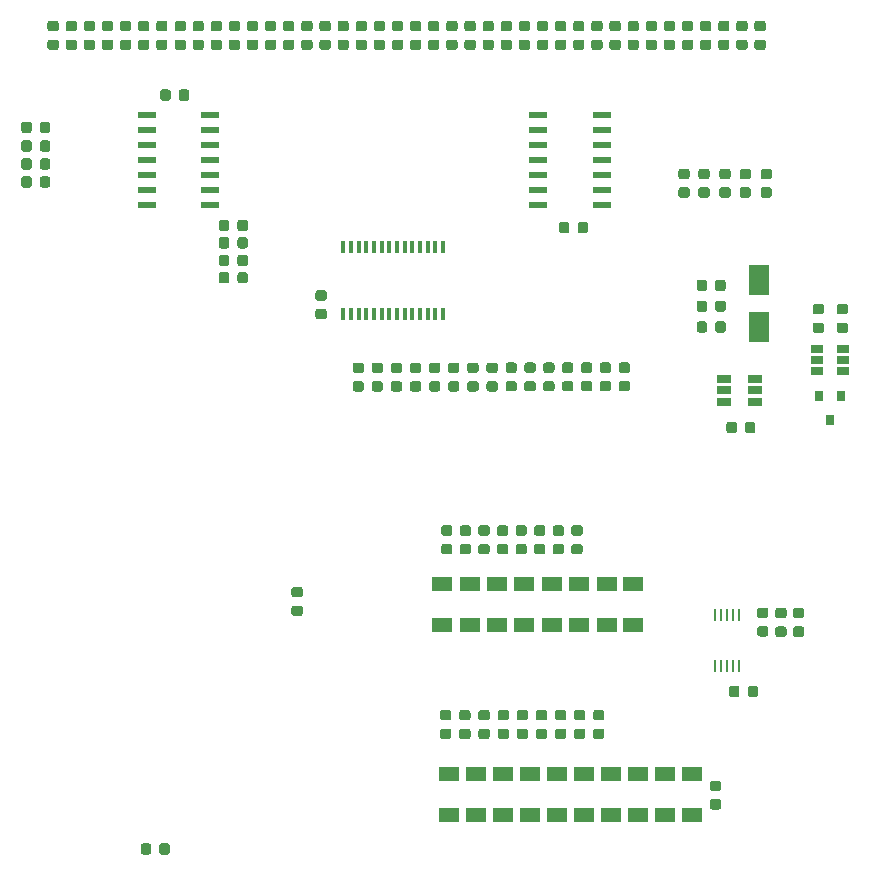
<source format=gbr>
G04 #@! TF.GenerationSoftware,KiCad,Pcbnew,(5.0.1)-3*
G04 #@! TF.CreationDate,2020-04-19T11:51:52-04:00*
G04 #@! TF.ProjectId,sailfin,7361696C66696E2E6B696361645F7063,rev?*
G04 #@! TF.SameCoordinates,Original*
G04 #@! TF.FileFunction,Paste,Bot*
G04 #@! TF.FilePolarity,Positive*
%FSLAX46Y46*%
G04 Gerber Fmt 4.6, Leading zero omitted, Abs format (unit mm)*
G04 Created by KiCad (PCBNEW (5.0.1)-3) date 4/19/2020 11:51:52 AM*
%MOMM*%
%LPD*%
G01*
G04 APERTURE LIST*
%ADD10R,1.500000X0.600000*%
%ADD11R,1.220000X0.650000*%
%ADD12R,1.800000X2.500000*%
%ADD13R,1.700000X1.300000*%
%ADD14C,0.100000*%
%ADD15C,0.875000*%
%ADD16R,0.250000X1.100000*%
%ADD17R,0.400000X1.100000*%
%ADD18R,1.060000X0.650000*%
%ADD19R,0.800000X0.900000*%
G04 APERTURE END LIST*
D10*
G04 #@! TO.C,U2*
X81186000Y-125420000D03*
X81186000Y-124150000D03*
X81186000Y-122880000D03*
X81186000Y-121610000D03*
X81186000Y-120340000D03*
X81186000Y-119070000D03*
X81186000Y-117800000D03*
X75786000Y-117800000D03*
X75786000Y-119070000D03*
X75786000Y-120340000D03*
X75786000Y-121610000D03*
X75786000Y-122880000D03*
X75786000Y-124150000D03*
X75786000Y-125420000D03*
G04 #@! TD*
G04 #@! TO.C,U3*
X48040000Y-125420000D03*
X48040000Y-124150000D03*
X48040000Y-122880000D03*
X48040000Y-121610000D03*
X48040000Y-120340000D03*
X48040000Y-119070000D03*
X48040000Y-117800000D03*
X42640000Y-117800000D03*
X42640000Y-119070000D03*
X42640000Y-120340000D03*
X42640000Y-121610000D03*
X42640000Y-122880000D03*
X42640000Y-124150000D03*
X42640000Y-125420000D03*
G04 #@! TD*
D11*
G04 #@! TO.C,U5*
X94120000Y-142060000D03*
X94120000Y-141110000D03*
X94120000Y-140160000D03*
X91500000Y-140160000D03*
X91500000Y-141110000D03*
X91500000Y-142060000D03*
G04 #@! TD*
D12*
G04 #@! TO.C,D3*
X94520000Y-131740000D03*
X94520000Y-135740000D03*
G04 #@! TD*
D13*
G04 #@! TO.C,D7*
X75122000Y-177078528D03*
X75122000Y-173578528D03*
G04 #@! TD*
D14*
G04 #@! TO.C,R8*
G36*
X83357691Y-138746053D02*
X83378926Y-138749203D01*
X83399750Y-138754419D01*
X83419962Y-138761651D01*
X83439368Y-138770830D01*
X83457781Y-138781866D01*
X83475024Y-138794654D01*
X83490930Y-138809070D01*
X83505346Y-138824976D01*
X83518134Y-138842219D01*
X83529170Y-138860632D01*
X83538349Y-138880038D01*
X83545581Y-138900250D01*
X83550797Y-138921074D01*
X83553947Y-138942309D01*
X83555000Y-138963750D01*
X83555000Y-139401250D01*
X83553947Y-139422691D01*
X83550797Y-139443926D01*
X83545581Y-139464750D01*
X83538349Y-139484962D01*
X83529170Y-139504368D01*
X83518134Y-139522781D01*
X83505346Y-139540024D01*
X83490930Y-139555930D01*
X83475024Y-139570346D01*
X83457781Y-139583134D01*
X83439368Y-139594170D01*
X83419962Y-139603349D01*
X83399750Y-139610581D01*
X83378926Y-139615797D01*
X83357691Y-139618947D01*
X83336250Y-139620000D01*
X82823750Y-139620000D01*
X82802309Y-139618947D01*
X82781074Y-139615797D01*
X82760250Y-139610581D01*
X82740038Y-139603349D01*
X82720632Y-139594170D01*
X82702219Y-139583134D01*
X82684976Y-139570346D01*
X82669070Y-139555930D01*
X82654654Y-139540024D01*
X82641866Y-139522781D01*
X82630830Y-139504368D01*
X82621651Y-139484962D01*
X82614419Y-139464750D01*
X82609203Y-139443926D01*
X82606053Y-139422691D01*
X82605000Y-139401250D01*
X82605000Y-138963750D01*
X82606053Y-138942309D01*
X82609203Y-138921074D01*
X82614419Y-138900250D01*
X82621651Y-138880038D01*
X82630830Y-138860632D01*
X82641866Y-138842219D01*
X82654654Y-138824976D01*
X82669070Y-138809070D01*
X82684976Y-138794654D01*
X82702219Y-138781866D01*
X82720632Y-138770830D01*
X82740038Y-138761651D01*
X82760250Y-138754419D01*
X82781074Y-138749203D01*
X82802309Y-138746053D01*
X82823750Y-138745000D01*
X83336250Y-138745000D01*
X83357691Y-138746053D01*
X83357691Y-138746053D01*
G37*
D15*
X83080000Y-139182500D03*
D14*
G36*
X83357691Y-140321053D02*
X83378926Y-140324203D01*
X83399750Y-140329419D01*
X83419962Y-140336651D01*
X83439368Y-140345830D01*
X83457781Y-140356866D01*
X83475024Y-140369654D01*
X83490930Y-140384070D01*
X83505346Y-140399976D01*
X83518134Y-140417219D01*
X83529170Y-140435632D01*
X83538349Y-140455038D01*
X83545581Y-140475250D01*
X83550797Y-140496074D01*
X83553947Y-140517309D01*
X83555000Y-140538750D01*
X83555000Y-140976250D01*
X83553947Y-140997691D01*
X83550797Y-141018926D01*
X83545581Y-141039750D01*
X83538349Y-141059962D01*
X83529170Y-141079368D01*
X83518134Y-141097781D01*
X83505346Y-141115024D01*
X83490930Y-141130930D01*
X83475024Y-141145346D01*
X83457781Y-141158134D01*
X83439368Y-141169170D01*
X83419962Y-141178349D01*
X83399750Y-141185581D01*
X83378926Y-141190797D01*
X83357691Y-141193947D01*
X83336250Y-141195000D01*
X82823750Y-141195000D01*
X82802309Y-141193947D01*
X82781074Y-141190797D01*
X82760250Y-141185581D01*
X82740038Y-141178349D01*
X82720632Y-141169170D01*
X82702219Y-141158134D01*
X82684976Y-141145346D01*
X82669070Y-141130930D01*
X82654654Y-141115024D01*
X82641866Y-141097781D01*
X82630830Y-141079368D01*
X82621651Y-141059962D01*
X82614419Y-141039750D01*
X82609203Y-141018926D01*
X82606053Y-140997691D01*
X82605000Y-140976250D01*
X82605000Y-140538750D01*
X82606053Y-140517309D01*
X82609203Y-140496074D01*
X82614419Y-140475250D01*
X82621651Y-140455038D01*
X82630830Y-140435632D01*
X82641866Y-140417219D01*
X82654654Y-140399976D01*
X82669070Y-140384070D01*
X82684976Y-140369654D01*
X82702219Y-140356866D01*
X82720632Y-140345830D01*
X82740038Y-140336651D01*
X82760250Y-140329419D01*
X82781074Y-140324203D01*
X82802309Y-140321053D01*
X82823750Y-140320000D01*
X83336250Y-140320000D01*
X83357691Y-140321053D01*
X83357691Y-140321053D01*
G37*
D15*
X83080000Y-140757500D03*
G04 #@! TD*
D14*
G04 #@! TO.C,R29*
G36*
X79504390Y-109826185D02*
X79525625Y-109829335D01*
X79546449Y-109834551D01*
X79566661Y-109841783D01*
X79586067Y-109850962D01*
X79604480Y-109861998D01*
X79621723Y-109874786D01*
X79637629Y-109889202D01*
X79652045Y-109905108D01*
X79664833Y-109922351D01*
X79675869Y-109940764D01*
X79685048Y-109960170D01*
X79692280Y-109980382D01*
X79697496Y-110001206D01*
X79700646Y-110022441D01*
X79701699Y-110043882D01*
X79701699Y-110481382D01*
X79700646Y-110502823D01*
X79697496Y-110524058D01*
X79692280Y-110544882D01*
X79685048Y-110565094D01*
X79675869Y-110584500D01*
X79664833Y-110602913D01*
X79652045Y-110620156D01*
X79637629Y-110636062D01*
X79621723Y-110650478D01*
X79604480Y-110663266D01*
X79586067Y-110674302D01*
X79566661Y-110683481D01*
X79546449Y-110690713D01*
X79525625Y-110695929D01*
X79504390Y-110699079D01*
X79482949Y-110700132D01*
X78970449Y-110700132D01*
X78949008Y-110699079D01*
X78927773Y-110695929D01*
X78906949Y-110690713D01*
X78886737Y-110683481D01*
X78867331Y-110674302D01*
X78848918Y-110663266D01*
X78831675Y-110650478D01*
X78815769Y-110636062D01*
X78801353Y-110620156D01*
X78788565Y-110602913D01*
X78777529Y-110584500D01*
X78768350Y-110565094D01*
X78761118Y-110544882D01*
X78755902Y-110524058D01*
X78752752Y-110502823D01*
X78751699Y-110481382D01*
X78751699Y-110043882D01*
X78752752Y-110022441D01*
X78755902Y-110001206D01*
X78761118Y-109980382D01*
X78768350Y-109960170D01*
X78777529Y-109940764D01*
X78788565Y-109922351D01*
X78801353Y-109905108D01*
X78815769Y-109889202D01*
X78831675Y-109874786D01*
X78848918Y-109861998D01*
X78867331Y-109850962D01*
X78886737Y-109841783D01*
X78906949Y-109834551D01*
X78927773Y-109829335D01*
X78949008Y-109826185D01*
X78970449Y-109825132D01*
X79482949Y-109825132D01*
X79504390Y-109826185D01*
X79504390Y-109826185D01*
G37*
D15*
X79226699Y-110262632D03*
D14*
G36*
X79504390Y-111401185D02*
X79525625Y-111404335D01*
X79546449Y-111409551D01*
X79566661Y-111416783D01*
X79586067Y-111425962D01*
X79604480Y-111436998D01*
X79621723Y-111449786D01*
X79637629Y-111464202D01*
X79652045Y-111480108D01*
X79664833Y-111497351D01*
X79675869Y-111515764D01*
X79685048Y-111535170D01*
X79692280Y-111555382D01*
X79697496Y-111576206D01*
X79700646Y-111597441D01*
X79701699Y-111618882D01*
X79701699Y-112056382D01*
X79700646Y-112077823D01*
X79697496Y-112099058D01*
X79692280Y-112119882D01*
X79685048Y-112140094D01*
X79675869Y-112159500D01*
X79664833Y-112177913D01*
X79652045Y-112195156D01*
X79637629Y-112211062D01*
X79621723Y-112225478D01*
X79604480Y-112238266D01*
X79586067Y-112249302D01*
X79566661Y-112258481D01*
X79546449Y-112265713D01*
X79525625Y-112270929D01*
X79504390Y-112274079D01*
X79482949Y-112275132D01*
X78970449Y-112275132D01*
X78949008Y-112274079D01*
X78927773Y-112270929D01*
X78906949Y-112265713D01*
X78886737Y-112258481D01*
X78867331Y-112249302D01*
X78848918Y-112238266D01*
X78831675Y-112225478D01*
X78815769Y-112211062D01*
X78801353Y-112195156D01*
X78788565Y-112177913D01*
X78777529Y-112159500D01*
X78768350Y-112140094D01*
X78761118Y-112119882D01*
X78755902Y-112099058D01*
X78752752Y-112077823D01*
X78751699Y-112056382D01*
X78751699Y-111618882D01*
X78752752Y-111597441D01*
X78755902Y-111576206D01*
X78761118Y-111555382D01*
X78768350Y-111535170D01*
X78777529Y-111515764D01*
X78788565Y-111497351D01*
X78801353Y-111480108D01*
X78815769Y-111464202D01*
X78831675Y-111449786D01*
X78848918Y-111436998D01*
X78867331Y-111425962D01*
X78886737Y-111416783D01*
X78906949Y-111409551D01*
X78927773Y-111404335D01*
X78949008Y-111401185D01*
X78970449Y-111400132D01*
X79482949Y-111400132D01*
X79504390Y-111401185D01*
X79504390Y-111401185D01*
G37*
D15*
X79226699Y-111837632D03*
G04 #@! TD*
D14*
G04 #@! TO.C,R41*
G36*
X34994349Y-111401185D02*
X35015584Y-111404335D01*
X35036408Y-111409551D01*
X35056620Y-111416783D01*
X35076026Y-111425962D01*
X35094439Y-111436998D01*
X35111682Y-111449786D01*
X35127588Y-111464202D01*
X35142004Y-111480108D01*
X35154792Y-111497351D01*
X35165828Y-111515764D01*
X35175007Y-111535170D01*
X35182239Y-111555382D01*
X35187455Y-111576206D01*
X35190605Y-111597441D01*
X35191658Y-111618882D01*
X35191658Y-112056382D01*
X35190605Y-112077823D01*
X35187455Y-112099058D01*
X35182239Y-112119882D01*
X35175007Y-112140094D01*
X35165828Y-112159500D01*
X35154792Y-112177913D01*
X35142004Y-112195156D01*
X35127588Y-112211062D01*
X35111682Y-112225478D01*
X35094439Y-112238266D01*
X35076026Y-112249302D01*
X35056620Y-112258481D01*
X35036408Y-112265713D01*
X35015584Y-112270929D01*
X34994349Y-112274079D01*
X34972908Y-112275132D01*
X34460408Y-112275132D01*
X34438967Y-112274079D01*
X34417732Y-112270929D01*
X34396908Y-112265713D01*
X34376696Y-112258481D01*
X34357290Y-112249302D01*
X34338877Y-112238266D01*
X34321634Y-112225478D01*
X34305728Y-112211062D01*
X34291312Y-112195156D01*
X34278524Y-112177913D01*
X34267488Y-112159500D01*
X34258309Y-112140094D01*
X34251077Y-112119882D01*
X34245861Y-112099058D01*
X34242711Y-112077823D01*
X34241658Y-112056382D01*
X34241658Y-111618882D01*
X34242711Y-111597441D01*
X34245861Y-111576206D01*
X34251077Y-111555382D01*
X34258309Y-111535170D01*
X34267488Y-111515764D01*
X34278524Y-111497351D01*
X34291312Y-111480108D01*
X34305728Y-111464202D01*
X34321634Y-111449786D01*
X34338877Y-111436998D01*
X34357290Y-111425962D01*
X34376696Y-111416783D01*
X34396908Y-111409551D01*
X34417732Y-111404335D01*
X34438967Y-111401185D01*
X34460408Y-111400132D01*
X34972908Y-111400132D01*
X34994349Y-111401185D01*
X34994349Y-111401185D01*
G37*
D15*
X34716658Y-111837632D03*
D14*
G36*
X34994349Y-109826185D02*
X35015584Y-109829335D01*
X35036408Y-109834551D01*
X35056620Y-109841783D01*
X35076026Y-109850962D01*
X35094439Y-109861998D01*
X35111682Y-109874786D01*
X35127588Y-109889202D01*
X35142004Y-109905108D01*
X35154792Y-109922351D01*
X35165828Y-109940764D01*
X35175007Y-109960170D01*
X35182239Y-109980382D01*
X35187455Y-110001206D01*
X35190605Y-110022441D01*
X35191658Y-110043882D01*
X35191658Y-110481382D01*
X35190605Y-110502823D01*
X35187455Y-110524058D01*
X35182239Y-110544882D01*
X35175007Y-110565094D01*
X35165828Y-110584500D01*
X35154792Y-110602913D01*
X35142004Y-110620156D01*
X35127588Y-110636062D01*
X35111682Y-110650478D01*
X35094439Y-110663266D01*
X35076026Y-110674302D01*
X35056620Y-110683481D01*
X35036408Y-110690713D01*
X35015584Y-110695929D01*
X34994349Y-110699079D01*
X34972908Y-110700132D01*
X34460408Y-110700132D01*
X34438967Y-110699079D01*
X34417732Y-110695929D01*
X34396908Y-110690713D01*
X34376696Y-110683481D01*
X34357290Y-110674302D01*
X34338877Y-110663266D01*
X34321634Y-110650478D01*
X34305728Y-110636062D01*
X34291312Y-110620156D01*
X34278524Y-110602913D01*
X34267488Y-110584500D01*
X34258309Y-110565094D01*
X34251077Y-110544882D01*
X34245861Y-110524058D01*
X34242711Y-110502823D01*
X34241658Y-110481382D01*
X34241658Y-110043882D01*
X34242711Y-110022441D01*
X34245861Y-110001206D01*
X34251077Y-109980382D01*
X34258309Y-109960170D01*
X34267488Y-109940764D01*
X34278524Y-109922351D01*
X34291312Y-109905108D01*
X34305728Y-109889202D01*
X34321634Y-109874786D01*
X34338877Y-109861998D01*
X34357290Y-109850962D01*
X34376696Y-109841783D01*
X34396908Y-109834551D01*
X34417732Y-109829335D01*
X34438967Y-109826185D01*
X34460408Y-109825132D01*
X34972908Y-109825132D01*
X34994349Y-109826185D01*
X34994349Y-109826185D01*
G37*
D15*
X34716658Y-110262632D03*
G04 #@! TD*
D14*
G04 #@! TO.C,R44*
G36*
X39598836Y-111401185D02*
X39620071Y-111404335D01*
X39640895Y-111409551D01*
X39661107Y-111416783D01*
X39680513Y-111425962D01*
X39698926Y-111436998D01*
X39716169Y-111449786D01*
X39732075Y-111464202D01*
X39746491Y-111480108D01*
X39759279Y-111497351D01*
X39770315Y-111515764D01*
X39779494Y-111535170D01*
X39786726Y-111555382D01*
X39791942Y-111576206D01*
X39795092Y-111597441D01*
X39796145Y-111618882D01*
X39796145Y-112056382D01*
X39795092Y-112077823D01*
X39791942Y-112099058D01*
X39786726Y-112119882D01*
X39779494Y-112140094D01*
X39770315Y-112159500D01*
X39759279Y-112177913D01*
X39746491Y-112195156D01*
X39732075Y-112211062D01*
X39716169Y-112225478D01*
X39698926Y-112238266D01*
X39680513Y-112249302D01*
X39661107Y-112258481D01*
X39640895Y-112265713D01*
X39620071Y-112270929D01*
X39598836Y-112274079D01*
X39577395Y-112275132D01*
X39064895Y-112275132D01*
X39043454Y-112274079D01*
X39022219Y-112270929D01*
X39001395Y-112265713D01*
X38981183Y-112258481D01*
X38961777Y-112249302D01*
X38943364Y-112238266D01*
X38926121Y-112225478D01*
X38910215Y-112211062D01*
X38895799Y-112195156D01*
X38883011Y-112177913D01*
X38871975Y-112159500D01*
X38862796Y-112140094D01*
X38855564Y-112119882D01*
X38850348Y-112099058D01*
X38847198Y-112077823D01*
X38846145Y-112056382D01*
X38846145Y-111618882D01*
X38847198Y-111597441D01*
X38850348Y-111576206D01*
X38855564Y-111555382D01*
X38862796Y-111535170D01*
X38871975Y-111515764D01*
X38883011Y-111497351D01*
X38895799Y-111480108D01*
X38910215Y-111464202D01*
X38926121Y-111449786D01*
X38943364Y-111436998D01*
X38961777Y-111425962D01*
X38981183Y-111416783D01*
X39001395Y-111409551D01*
X39022219Y-111404335D01*
X39043454Y-111401185D01*
X39064895Y-111400132D01*
X39577395Y-111400132D01*
X39598836Y-111401185D01*
X39598836Y-111401185D01*
G37*
D15*
X39321145Y-111837632D03*
D14*
G36*
X39598836Y-109826185D02*
X39620071Y-109829335D01*
X39640895Y-109834551D01*
X39661107Y-109841783D01*
X39680513Y-109850962D01*
X39698926Y-109861998D01*
X39716169Y-109874786D01*
X39732075Y-109889202D01*
X39746491Y-109905108D01*
X39759279Y-109922351D01*
X39770315Y-109940764D01*
X39779494Y-109960170D01*
X39786726Y-109980382D01*
X39791942Y-110001206D01*
X39795092Y-110022441D01*
X39796145Y-110043882D01*
X39796145Y-110481382D01*
X39795092Y-110502823D01*
X39791942Y-110524058D01*
X39786726Y-110544882D01*
X39779494Y-110565094D01*
X39770315Y-110584500D01*
X39759279Y-110602913D01*
X39746491Y-110620156D01*
X39732075Y-110636062D01*
X39716169Y-110650478D01*
X39698926Y-110663266D01*
X39680513Y-110674302D01*
X39661107Y-110683481D01*
X39640895Y-110690713D01*
X39620071Y-110695929D01*
X39598836Y-110699079D01*
X39577395Y-110700132D01*
X39064895Y-110700132D01*
X39043454Y-110699079D01*
X39022219Y-110695929D01*
X39001395Y-110690713D01*
X38981183Y-110683481D01*
X38961777Y-110674302D01*
X38943364Y-110663266D01*
X38926121Y-110650478D01*
X38910215Y-110636062D01*
X38895799Y-110620156D01*
X38883011Y-110602913D01*
X38871975Y-110584500D01*
X38862796Y-110565094D01*
X38855564Y-110544882D01*
X38850348Y-110524058D01*
X38847198Y-110502823D01*
X38846145Y-110481382D01*
X38846145Y-110043882D01*
X38847198Y-110022441D01*
X38850348Y-110001206D01*
X38855564Y-109980382D01*
X38862796Y-109960170D01*
X38871975Y-109940764D01*
X38883011Y-109922351D01*
X38895799Y-109905108D01*
X38910215Y-109889202D01*
X38926121Y-109874786D01*
X38943364Y-109861998D01*
X38961777Y-109850962D01*
X38981183Y-109841783D01*
X39001395Y-109834551D01*
X39022219Y-109829335D01*
X39043454Y-109826185D01*
X39064895Y-109825132D01*
X39577395Y-109825132D01*
X39598836Y-109826185D01*
X39598836Y-109826185D01*
G37*
D15*
X39321145Y-110262632D03*
G04 #@! TD*
D14*
G04 #@! TO.C,R46*
G36*
X54947126Y-111401185D02*
X54968361Y-111404335D01*
X54989185Y-111409551D01*
X55009397Y-111416783D01*
X55028803Y-111425962D01*
X55047216Y-111436998D01*
X55064459Y-111449786D01*
X55080365Y-111464202D01*
X55094781Y-111480108D01*
X55107569Y-111497351D01*
X55118605Y-111515764D01*
X55127784Y-111535170D01*
X55135016Y-111555382D01*
X55140232Y-111576206D01*
X55143382Y-111597441D01*
X55144435Y-111618882D01*
X55144435Y-112056382D01*
X55143382Y-112077823D01*
X55140232Y-112099058D01*
X55135016Y-112119882D01*
X55127784Y-112140094D01*
X55118605Y-112159500D01*
X55107569Y-112177913D01*
X55094781Y-112195156D01*
X55080365Y-112211062D01*
X55064459Y-112225478D01*
X55047216Y-112238266D01*
X55028803Y-112249302D01*
X55009397Y-112258481D01*
X54989185Y-112265713D01*
X54968361Y-112270929D01*
X54947126Y-112274079D01*
X54925685Y-112275132D01*
X54413185Y-112275132D01*
X54391744Y-112274079D01*
X54370509Y-112270929D01*
X54349685Y-112265713D01*
X54329473Y-112258481D01*
X54310067Y-112249302D01*
X54291654Y-112238266D01*
X54274411Y-112225478D01*
X54258505Y-112211062D01*
X54244089Y-112195156D01*
X54231301Y-112177913D01*
X54220265Y-112159500D01*
X54211086Y-112140094D01*
X54203854Y-112119882D01*
X54198638Y-112099058D01*
X54195488Y-112077823D01*
X54194435Y-112056382D01*
X54194435Y-111618882D01*
X54195488Y-111597441D01*
X54198638Y-111576206D01*
X54203854Y-111555382D01*
X54211086Y-111535170D01*
X54220265Y-111515764D01*
X54231301Y-111497351D01*
X54244089Y-111480108D01*
X54258505Y-111464202D01*
X54274411Y-111449786D01*
X54291654Y-111436998D01*
X54310067Y-111425962D01*
X54329473Y-111416783D01*
X54349685Y-111409551D01*
X54370509Y-111404335D01*
X54391744Y-111401185D01*
X54413185Y-111400132D01*
X54925685Y-111400132D01*
X54947126Y-111401185D01*
X54947126Y-111401185D01*
G37*
D15*
X54669435Y-111837632D03*
D14*
G36*
X54947126Y-109826185D02*
X54968361Y-109829335D01*
X54989185Y-109834551D01*
X55009397Y-109841783D01*
X55028803Y-109850962D01*
X55047216Y-109861998D01*
X55064459Y-109874786D01*
X55080365Y-109889202D01*
X55094781Y-109905108D01*
X55107569Y-109922351D01*
X55118605Y-109940764D01*
X55127784Y-109960170D01*
X55135016Y-109980382D01*
X55140232Y-110001206D01*
X55143382Y-110022441D01*
X55144435Y-110043882D01*
X55144435Y-110481382D01*
X55143382Y-110502823D01*
X55140232Y-110524058D01*
X55135016Y-110544882D01*
X55127784Y-110565094D01*
X55118605Y-110584500D01*
X55107569Y-110602913D01*
X55094781Y-110620156D01*
X55080365Y-110636062D01*
X55064459Y-110650478D01*
X55047216Y-110663266D01*
X55028803Y-110674302D01*
X55009397Y-110683481D01*
X54989185Y-110690713D01*
X54968361Y-110695929D01*
X54947126Y-110699079D01*
X54925685Y-110700132D01*
X54413185Y-110700132D01*
X54391744Y-110699079D01*
X54370509Y-110695929D01*
X54349685Y-110690713D01*
X54329473Y-110683481D01*
X54310067Y-110674302D01*
X54291654Y-110663266D01*
X54274411Y-110650478D01*
X54258505Y-110636062D01*
X54244089Y-110620156D01*
X54231301Y-110602913D01*
X54220265Y-110584500D01*
X54211086Y-110565094D01*
X54203854Y-110544882D01*
X54198638Y-110524058D01*
X54195488Y-110502823D01*
X54194435Y-110481382D01*
X54194435Y-110043882D01*
X54195488Y-110022441D01*
X54198638Y-110001206D01*
X54203854Y-109980382D01*
X54211086Y-109960170D01*
X54220265Y-109940764D01*
X54231301Y-109922351D01*
X54244089Y-109905108D01*
X54258505Y-109889202D01*
X54274411Y-109874786D01*
X54291654Y-109861998D01*
X54310067Y-109850962D01*
X54329473Y-109841783D01*
X54349685Y-109834551D01*
X54370509Y-109829335D01*
X54391744Y-109826185D01*
X54413185Y-109825132D01*
X54925685Y-109825132D01*
X54947126Y-109826185D01*
X54947126Y-109826185D01*
G37*
D15*
X54669435Y-110262632D03*
G04 #@! TD*
D14*
G04 #@! TO.C,R21*
G36*
X65690929Y-111401185D02*
X65712164Y-111404335D01*
X65732988Y-111409551D01*
X65753200Y-111416783D01*
X65772606Y-111425962D01*
X65791019Y-111436998D01*
X65808262Y-111449786D01*
X65824168Y-111464202D01*
X65838584Y-111480108D01*
X65851372Y-111497351D01*
X65862408Y-111515764D01*
X65871587Y-111535170D01*
X65878819Y-111555382D01*
X65884035Y-111576206D01*
X65887185Y-111597441D01*
X65888238Y-111618882D01*
X65888238Y-112056382D01*
X65887185Y-112077823D01*
X65884035Y-112099058D01*
X65878819Y-112119882D01*
X65871587Y-112140094D01*
X65862408Y-112159500D01*
X65851372Y-112177913D01*
X65838584Y-112195156D01*
X65824168Y-112211062D01*
X65808262Y-112225478D01*
X65791019Y-112238266D01*
X65772606Y-112249302D01*
X65753200Y-112258481D01*
X65732988Y-112265713D01*
X65712164Y-112270929D01*
X65690929Y-112274079D01*
X65669488Y-112275132D01*
X65156988Y-112275132D01*
X65135547Y-112274079D01*
X65114312Y-112270929D01*
X65093488Y-112265713D01*
X65073276Y-112258481D01*
X65053870Y-112249302D01*
X65035457Y-112238266D01*
X65018214Y-112225478D01*
X65002308Y-112211062D01*
X64987892Y-112195156D01*
X64975104Y-112177913D01*
X64964068Y-112159500D01*
X64954889Y-112140094D01*
X64947657Y-112119882D01*
X64942441Y-112099058D01*
X64939291Y-112077823D01*
X64938238Y-112056382D01*
X64938238Y-111618882D01*
X64939291Y-111597441D01*
X64942441Y-111576206D01*
X64947657Y-111555382D01*
X64954889Y-111535170D01*
X64964068Y-111515764D01*
X64975104Y-111497351D01*
X64987892Y-111480108D01*
X65002308Y-111464202D01*
X65018214Y-111449786D01*
X65035457Y-111436998D01*
X65053870Y-111425962D01*
X65073276Y-111416783D01*
X65093488Y-111409551D01*
X65114312Y-111404335D01*
X65135547Y-111401185D01*
X65156988Y-111400132D01*
X65669488Y-111400132D01*
X65690929Y-111401185D01*
X65690929Y-111401185D01*
G37*
D15*
X65413238Y-111837632D03*
D14*
G36*
X65690929Y-109826185D02*
X65712164Y-109829335D01*
X65732988Y-109834551D01*
X65753200Y-109841783D01*
X65772606Y-109850962D01*
X65791019Y-109861998D01*
X65808262Y-109874786D01*
X65824168Y-109889202D01*
X65838584Y-109905108D01*
X65851372Y-109922351D01*
X65862408Y-109940764D01*
X65871587Y-109960170D01*
X65878819Y-109980382D01*
X65884035Y-110001206D01*
X65887185Y-110022441D01*
X65888238Y-110043882D01*
X65888238Y-110481382D01*
X65887185Y-110502823D01*
X65884035Y-110524058D01*
X65878819Y-110544882D01*
X65871587Y-110565094D01*
X65862408Y-110584500D01*
X65851372Y-110602913D01*
X65838584Y-110620156D01*
X65824168Y-110636062D01*
X65808262Y-110650478D01*
X65791019Y-110663266D01*
X65772606Y-110674302D01*
X65753200Y-110683481D01*
X65732988Y-110690713D01*
X65712164Y-110695929D01*
X65690929Y-110699079D01*
X65669488Y-110700132D01*
X65156988Y-110700132D01*
X65135547Y-110699079D01*
X65114312Y-110695929D01*
X65093488Y-110690713D01*
X65073276Y-110683481D01*
X65053870Y-110674302D01*
X65035457Y-110663266D01*
X65018214Y-110650478D01*
X65002308Y-110636062D01*
X64987892Y-110620156D01*
X64975104Y-110602913D01*
X64964068Y-110584500D01*
X64954889Y-110565094D01*
X64947657Y-110544882D01*
X64942441Y-110524058D01*
X64939291Y-110502823D01*
X64938238Y-110481382D01*
X64938238Y-110043882D01*
X64939291Y-110022441D01*
X64942441Y-110001206D01*
X64947657Y-109980382D01*
X64954889Y-109960170D01*
X64964068Y-109940764D01*
X64975104Y-109922351D01*
X64987892Y-109905108D01*
X65002308Y-109889202D01*
X65018214Y-109874786D01*
X65035457Y-109861998D01*
X65053870Y-109850962D01*
X65073276Y-109841783D01*
X65093488Y-109834551D01*
X65114312Y-109829335D01*
X65135547Y-109826185D01*
X65156988Y-109825132D01*
X65669488Y-109825132D01*
X65690929Y-109826185D01*
X65690929Y-109826185D01*
G37*
D15*
X65413238Y-110262632D03*
G04 #@! TD*
D14*
G04 #@! TO.C,R22*
G36*
X81039219Y-109826185D02*
X81060454Y-109829335D01*
X81081278Y-109834551D01*
X81101490Y-109841783D01*
X81120896Y-109850962D01*
X81139309Y-109861998D01*
X81156552Y-109874786D01*
X81172458Y-109889202D01*
X81186874Y-109905108D01*
X81199662Y-109922351D01*
X81210698Y-109940764D01*
X81219877Y-109960170D01*
X81227109Y-109980382D01*
X81232325Y-110001206D01*
X81235475Y-110022441D01*
X81236528Y-110043882D01*
X81236528Y-110481382D01*
X81235475Y-110502823D01*
X81232325Y-110524058D01*
X81227109Y-110544882D01*
X81219877Y-110565094D01*
X81210698Y-110584500D01*
X81199662Y-110602913D01*
X81186874Y-110620156D01*
X81172458Y-110636062D01*
X81156552Y-110650478D01*
X81139309Y-110663266D01*
X81120896Y-110674302D01*
X81101490Y-110683481D01*
X81081278Y-110690713D01*
X81060454Y-110695929D01*
X81039219Y-110699079D01*
X81017778Y-110700132D01*
X80505278Y-110700132D01*
X80483837Y-110699079D01*
X80462602Y-110695929D01*
X80441778Y-110690713D01*
X80421566Y-110683481D01*
X80402160Y-110674302D01*
X80383747Y-110663266D01*
X80366504Y-110650478D01*
X80350598Y-110636062D01*
X80336182Y-110620156D01*
X80323394Y-110602913D01*
X80312358Y-110584500D01*
X80303179Y-110565094D01*
X80295947Y-110544882D01*
X80290731Y-110524058D01*
X80287581Y-110502823D01*
X80286528Y-110481382D01*
X80286528Y-110043882D01*
X80287581Y-110022441D01*
X80290731Y-110001206D01*
X80295947Y-109980382D01*
X80303179Y-109960170D01*
X80312358Y-109940764D01*
X80323394Y-109922351D01*
X80336182Y-109905108D01*
X80350598Y-109889202D01*
X80366504Y-109874786D01*
X80383747Y-109861998D01*
X80402160Y-109850962D01*
X80421566Y-109841783D01*
X80441778Y-109834551D01*
X80462602Y-109829335D01*
X80483837Y-109826185D01*
X80505278Y-109825132D01*
X81017778Y-109825132D01*
X81039219Y-109826185D01*
X81039219Y-109826185D01*
G37*
D15*
X80761528Y-110262632D03*
D14*
G36*
X81039219Y-111401185D02*
X81060454Y-111404335D01*
X81081278Y-111409551D01*
X81101490Y-111416783D01*
X81120896Y-111425962D01*
X81139309Y-111436998D01*
X81156552Y-111449786D01*
X81172458Y-111464202D01*
X81186874Y-111480108D01*
X81199662Y-111497351D01*
X81210698Y-111515764D01*
X81219877Y-111535170D01*
X81227109Y-111555382D01*
X81232325Y-111576206D01*
X81235475Y-111597441D01*
X81236528Y-111618882D01*
X81236528Y-112056382D01*
X81235475Y-112077823D01*
X81232325Y-112099058D01*
X81227109Y-112119882D01*
X81219877Y-112140094D01*
X81210698Y-112159500D01*
X81199662Y-112177913D01*
X81186874Y-112195156D01*
X81172458Y-112211062D01*
X81156552Y-112225478D01*
X81139309Y-112238266D01*
X81120896Y-112249302D01*
X81101490Y-112258481D01*
X81081278Y-112265713D01*
X81060454Y-112270929D01*
X81039219Y-112274079D01*
X81017778Y-112275132D01*
X80505278Y-112275132D01*
X80483837Y-112274079D01*
X80462602Y-112270929D01*
X80441778Y-112265713D01*
X80421566Y-112258481D01*
X80402160Y-112249302D01*
X80383747Y-112238266D01*
X80366504Y-112225478D01*
X80350598Y-112211062D01*
X80336182Y-112195156D01*
X80323394Y-112177913D01*
X80312358Y-112159500D01*
X80303179Y-112140094D01*
X80295947Y-112119882D01*
X80290731Y-112099058D01*
X80287581Y-112077823D01*
X80286528Y-112056382D01*
X80286528Y-111618882D01*
X80287581Y-111597441D01*
X80290731Y-111576206D01*
X80295947Y-111555382D01*
X80303179Y-111535170D01*
X80312358Y-111515764D01*
X80323394Y-111497351D01*
X80336182Y-111480108D01*
X80350598Y-111464202D01*
X80366504Y-111449786D01*
X80383747Y-111436998D01*
X80402160Y-111425962D01*
X80421566Y-111416783D01*
X80441778Y-111409551D01*
X80462602Y-111404335D01*
X80483837Y-111401185D01*
X80505278Y-111400132D01*
X81017778Y-111400132D01*
X81039219Y-111401185D01*
X81039219Y-111401185D01*
G37*
D15*
X80761528Y-111837632D03*
G04 #@! TD*
D14*
G04 #@! TO.C,R20*
G36*
X87178535Y-111401185D02*
X87199770Y-111404335D01*
X87220594Y-111409551D01*
X87240806Y-111416783D01*
X87260212Y-111425962D01*
X87278625Y-111436998D01*
X87295868Y-111449786D01*
X87311774Y-111464202D01*
X87326190Y-111480108D01*
X87338978Y-111497351D01*
X87350014Y-111515764D01*
X87359193Y-111535170D01*
X87366425Y-111555382D01*
X87371641Y-111576206D01*
X87374791Y-111597441D01*
X87375844Y-111618882D01*
X87375844Y-112056382D01*
X87374791Y-112077823D01*
X87371641Y-112099058D01*
X87366425Y-112119882D01*
X87359193Y-112140094D01*
X87350014Y-112159500D01*
X87338978Y-112177913D01*
X87326190Y-112195156D01*
X87311774Y-112211062D01*
X87295868Y-112225478D01*
X87278625Y-112238266D01*
X87260212Y-112249302D01*
X87240806Y-112258481D01*
X87220594Y-112265713D01*
X87199770Y-112270929D01*
X87178535Y-112274079D01*
X87157094Y-112275132D01*
X86644594Y-112275132D01*
X86623153Y-112274079D01*
X86601918Y-112270929D01*
X86581094Y-112265713D01*
X86560882Y-112258481D01*
X86541476Y-112249302D01*
X86523063Y-112238266D01*
X86505820Y-112225478D01*
X86489914Y-112211062D01*
X86475498Y-112195156D01*
X86462710Y-112177913D01*
X86451674Y-112159500D01*
X86442495Y-112140094D01*
X86435263Y-112119882D01*
X86430047Y-112099058D01*
X86426897Y-112077823D01*
X86425844Y-112056382D01*
X86425844Y-111618882D01*
X86426897Y-111597441D01*
X86430047Y-111576206D01*
X86435263Y-111555382D01*
X86442495Y-111535170D01*
X86451674Y-111515764D01*
X86462710Y-111497351D01*
X86475498Y-111480108D01*
X86489914Y-111464202D01*
X86505820Y-111449786D01*
X86523063Y-111436998D01*
X86541476Y-111425962D01*
X86560882Y-111416783D01*
X86581094Y-111409551D01*
X86601918Y-111404335D01*
X86623153Y-111401185D01*
X86644594Y-111400132D01*
X87157094Y-111400132D01*
X87178535Y-111401185D01*
X87178535Y-111401185D01*
G37*
D15*
X86900844Y-111837632D03*
D14*
G36*
X87178535Y-109826185D02*
X87199770Y-109829335D01*
X87220594Y-109834551D01*
X87240806Y-109841783D01*
X87260212Y-109850962D01*
X87278625Y-109861998D01*
X87295868Y-109874786D01*
X87311774Y-109889202D01*
X87326190Y-109905108D01*
X87338978Y-109922351D01*
X87350014Y-109940764D01*
X87359193Y-109960170D01*
X87366425Y-109980382D01*
X87371641Y-110001206D01*
X87374791Y-110022441D01*
X87375844Y-110043882D01*
X87375844Y-110481382D01*
X87374791Y-110502823D01*
X87371641Y-110524058D01*
X87366425Y-110544882D01*
X87359193Y-110565094D01*
X87350014Y-110584500D01*
X87338978Y-110602913D01*
X87326190Y-110620156D01*
X87311774Y-110636062D01*
X87295868Y-110650478D01*
X87278625Y-110663266D01*
X87260212Y-110674302D01*
X87240806Y-110683481D01*
X87220594Y-110690713D01*
X87199770Y-110695929D01*
X87178535Y-110699079D01*
X87157094Y-110700132D01*
X86644594Y-110700132D01*
X86623153Y-110699079D01*
X86601918Y-110695929D01*
X86581094Y-110690713D01*
X86560882Y-110683481D01*
X86541476Y-110674302D01*
X86523063Y-110663266D01*
X86505820Y-110650478D01*
X86489914Y-110636062D01*
X86475498Y-110620156D01*
X86462710Y-110602913D01*
X86451674Y-110584500D01*
X86442495Y-110565094D01*
X86435263Y-110544882D01*
X86430047Y-110524058D01*
X86426897Y-110502823D01*
X86425844Y-110481382D01*
X86425844Y-110043882D01*
X86426897Y-110022441D01*
X86430047Y-110001206D01*
X86435263Y-109980382D01*
X86442495Y-109960170D01*
X86451674Y-109940764D01*
X86462710Y-109922351D01*
X86475498Y-109905108D01*
X86489914Y-109889202D01*
X86505820Y-109874786D01*
X86523063Y-109861998D01*
X86541476Y-109850962D01*
X86560882Y-109841783D01*
X86581094Y-109834551D01*
X86601918Y-109829335D01*
X86623153Y-109826185D01*
X86644594Y-109825132D01*
X87157094Y-109825132D01*
X87178535Y-109826185D01*
X87178535Y-109826185D01*
G37*
D15*
X86900844Y-110262632D03*
G04 #@! TD*
D14*
G04 #@! TO.C,R23*
G36*
X67225758Y-111401185D02*
X67246993Y-111404335D01*
X67267817Y-111409551D01*
X67288029Y-111416783D01*
X67307435Y-111425962D01*
X67325848Y-111436998D01*
X67343091Y-111449786D01*
X67358997Y-111464202D01*
X67373413Y-111480108D01*
X67386201Y-111497351D01*
X67397237Y-111515764D01*
X67406416Y-111535170D01*
X67413648Y-111555382D01*
X67418864Y-111576206D01*
X67422014Y-111597441D01*
X67423067Y-111618882D01*
X67423067Y-112056382D01*
X67422014Y-112077823D01*
X67418864Y-112099058D01*
X67413648Y-112119882D01*
X67406416Y-112140094D01*
X67397237Y-112159500D01*
X67386201Y-112177913D01*
X67373413Y-112195156D01*
X67358997Y-112211062D01*
X67343091Y-112225478D01*
X67325848Y-112238266D01*
X67307435Y-112249302D01*
X67288029Y-112258481D01*
X67267817Y-112265713D01*
X67246993Y-112270929D01*
X67225758Y-112274079D01*
X67204317Y-112275132D01*
X66691817Y-112275132D01*
X66670376Y-112274079D01*
X66649141Y-112270929D01*
X66628317Y-112265713D01*
X66608105Y-112258481D01*
X66588699Y-112249302D01*
X66570286Y-112238266D01*
X66553043Y-112225478D01*
X66537137Y-112211062D01*
X66522721Y-112195156D01*
X66509933Y-112177913D01*
X66498897Y-112159500D01*
X66489718Y-112140094D01*
X66482486Y-112119882D01*
X66477270Y-112099058D01*
X66474120Y-112077823D01*
X66473067Y-112056382D01*
X66473067Y-111618882D01*
X66474120Y-111597441D01*
X66477270Y-111576206D01*
X66482486Y-111555382D01*
X66489718Y-111535170D01*
X66498897Y-111515764D01*
X66509933Y-111497351D01*
X66522721Y-111480108D01*
X66537137Y-111464202D01*
X66553043Y-111449786D01*
X66570286Y-111436998D01*
X66588699Y-111425962D01*
X66608105Y-111416783D01*
X66628317Y-111409551D01*
X66649141Y-111404335D01*
X66670376Y-111401185D01*
X66691817Y-111400132D01*
X67204317Y-111400132D01*
X67225758Y-111401185D01*
X67225758Y-111401185D01*
G37*
D15*
X66948067Y-111837632D03*
D14*
G36*
X67225758Y-109826185D02*
X67246993Y-109829335D01*
X67267817Y-109834551D01*
X67288029Y-109841783D01*
X67307435Y-109850962D01*
X67325848Y-109861998D01*
X67343091Y-109874786D01*
X67358997Y-109889202D01*
X67373413Y-109905108D01*
X67386201Y-109922351D01*
X67397237Y-109940764D01*
X67406416Y-109960170D01*
X67413648Y-109980382D01*
X67418864Y-110001206D01*
X67422014Y-110022441D01*
X67423067Y-110043882D01*
X67423067Y-110481382D01*
X67422014Y-110502823D01*
X67418864Y-110524058D01*
X67413648Y-110544882D01*
X67406416Y-110565094D01*
X67397237Y-110584500D01*
X67386201Y-110602913D01*
X67373413Y-110620156D01*
X67358997Y-110636062D01*
X67343091Y-110650478D01*
X67325848Y-110663266D01*
X67307435Y-110674302D01*
X67288029Y-110683481D01*
X67267817Y-110690713D01*
X67246993Y-110695929D01*
X67225758Y-110699079D01*
X67204317Y-110700132D01*
X66691817Y-110700132D01*
X66670376Y-110699079D01*
X66649141Y-110695929D01*
X66628317Y-110690713D01*
X66608105Y-110683481D01*
X66588699Y-110674302D01*
X66570286Y-110663266D01*
X66553043Y-110650478D01*
X66537137Y-110636062D01*
X66522721Y-110620156D01*
X66509933Y-110602913D01*
X66498897Y-110584500D01*
X66489718Y-110565094D01*
X66482486Y-110544882D01*
X66477270Y-110524058D01*
X66474120Y-110502823D01*
X66473067Y-110481382D01*
X66473067Y-110043882D01*
X66474120Y-110022441D01*
X66477270Y-110001206D01*
X66482486Y-109980382D01*
X66489718Y-109960170D01*
X66498897Y-109940764D01*
X66509933Y-109922351D01*
X66522721Y-109905108D01*
X66537137Y-109889202D01*
X66553043Y-109874786D01*
X66570286Y-109861998D01*
X66588699Y-109850962D01*
X66608105Y-109841783D01*
X66628317Y-109834551D01*
X66649141Y-109829335D01*
X66670376Y-109826185D01*
X66691817Y-109825132D01*
X67204317Y-109825132D01*
X67225758Y-109826185D01*
X67225758Y-109826185D01*
G37*
D15*
X66948067Y-110262632D03*
G04 #@! TD*
D14*
G04 #@! TO.C,R25*
G36*
X82574048Y-109826185D02*
X82595283Y-109829335D01*
X82616107Y-109834551D01*
X82636319Y-109841783D01*
X82655725Y-109850962D01*
X82674138Y-109861998D01*
X82691381Y-109874786D01*
X82707287Y-109889202D01*
X82721703Y-109905108D01*
X82734491Y-109922351D01*
X82745527Y-109940764D01*
X82754706Y-109960170D01*
X82761938Y-109980382D01*
X82767154Y-110001206D01*
X82770304Y-110022441D01*
X82771357Y-110043882D01*
X82771357Y-110481382D01*
X82770304Y-110502823D01*
X82767154Y-110524058D01*
X82761938Y-110544882D01*
X82754706Y-110565094D01*
X82745527Y-110584500D01*
X82734491Y-110602913D01*
X82721703Y-110620156D01*
X82707287Y-110636062D01*
X82691381Y-110650478D01*
X82674138Y-110663266D01*
X82655725Y-110674302D01*
X82636319Y-110683481D01*
X82616107Y-110690713D01*
X82595283Y-110695929D01*
X82574048Y-110699079D01*
X82552607Y-110700132D01*
X82040107Y-110700132D01*
X82018666Y-110699079D01*
X81997431Y-110695929D01*
X81976607Y-110690713D01*
X81956395Y-110683481D01*
X81936989Y-110674302D01*
X81918576Y-110663266D01*
X81901333Y-110650478D01*
X81885427Y-110636062D01*
X81871011Y-110620156D01*
X81858223Y-110602913D01*
X81847187Y-110584500D01*
X81838008Y-110565094D01*
X81830776Y-110544882D01*
X81825560Y-110524058D01*
X81822410Y-110502823D01*
X81821357Y-110481382D01*
X81821357Y-110043882D01*
X81822410Y-110022441D01*
X81825560Y-110001206D01*
X81830776Y-109980382D01*
X81838008Y-109960170D01*
X81847187Y-109940764D01*
X81858223Y-109922351D01*
X81871011Y-109905108D01*
X81885427Y-109889202D01*
X81901333Y-109874786D01*
X81918576Y-109861998D01*
X81936989Y-109850962D01*
X81956395Y-109841783D01*
X81976607Y-109834551D01*
X81997431Y-109829335D01*
X82018666Y-109826185D01*
X82040107Y-109825132D01*
X82552607Y-109825132D01*
X82574048Y-109826185D01*
X82574048Y-109826185D01*
G37*
D15*
X82296357Y-110262632D03*
D14*
G36*
X82574048Y-111401185D02*
X82595283Y-111404335D01*
X82616107Y-111409551D01*
X82636319Y-111416783D01*
X82655725Y-111425962D01*
X82674138Y-111436998D01*
X82691381Y-111449786D01*
X82707287Y-111464202D01*
X82721703Y-111480108D01*
X82734491Y-111497351D01*
X82745527Y-111515764D01*
X82754706Y-111535170D01*
X82761938Y-111555382D01*
X82767154Y-111576206D01*
X82770304Y-111597441D01*
X82771357Y-111618882D01*
X82771357Y-112056382D01*
X82770304Y-112077823D01*
X82767154Y-112099058D01*
X82761938Y-112119882D01*
X82754706Y-112140094D01*
X82745527Y-112159500D01*
X82734491Y-112177913D01*
X82721703Y-112195156D01*
X82707287Y-112211062D01*
X82691381Y-112225478D01*
X82674138Y-112238266D01*
X82655725Y-112249302D01*
X82636319Y-112258481D01*
X82616107Y-112265713D01*
X82595283Y-112270929D01*
X82574048Y-112274079D01*
X82552607Y-112275132D01*
X82040107Y-112275132D01*
X82018666Y-112274079D01*
X81997431Y-112270929D01*
X81976607Y-112265713D01*
X81956395Y-112258481D01*
X81936989Y-112249302D01*
X81918576Y-112238266D01*
X81901333Y-112225478D01*
X81885427Y-112211062D01*
X81871011Y-112195156D01*
X81858223Y-112177913D01*
X81847187Y-112159500D01*
X81838008Y-112140094D01*
X81830776Y-112119882D01*
X81825560Y-112099058D01*
X81822410Y-112077823D01*
X81821357Y-112056382D01*
X81821357Y-111618882D01*
X81822410Y-111597441D01*
X81825560Y-111576206D01*
X81830776Y-111555382D01*
X81838008Y-111535170D01*
X81847187Y-111515764D01*
X81858223Y-111497351D01*
X81871011Y-111480108D01*
X81885427Y-111464202D01*
X81901333Y-111449786D01*
X81918576Y-111436998D01*
X81936989Y-111425962D01*
X81956395Y-111416783D01*
X81976607Y-111409551D01*
X81997431Y-111404335D01*
X82018666Y-111401185D01*
X82040107Y-111400132D01*
X82552607Y-111400132D01*
X82574048Y-111401185D01*
X82574048Y-111401185D01*
G37*
D15*
X82296357Y-111837632D03*
G04 #@! TD*
D14*
G04 #@! TO.C,R24*
G36*
X70295416Y-111401185D02*
X70316651Y-111404335D01*
X70337475Y-111409551D01*
X70357687Y-111416783D01*
X70377093Y-111425962D01*
X70395506Y-111436998D01*
X70412749Y-111449786D01*
X70428655Y-111464202D01*
X70443071Y-111480108D01*
X70455859Y-111497351D01*
X70466895Y-111515764D01*
X70476074Y-111535170D01*
X70483306Y-111555382D01*
X70488522Y-111576206D01*
X70491672Y-111597441D01*
X70492725Y-111618882D01*
X70492725Y-112056382D01*
X70491672Y-112077823D01*
X70488522Y-112099058D01*
X70483306Y-112119882D01*
X70476074Y-112140094D01*
X70466895Y-112159500D01*
X70455859Y-112177913D01*
X70443071Y-112195156D01*
X70428655Y-112211062D01*
X70412749Y-112225478D01*
X70395506Y-112238266D01*
X70377093Y-112249302D01*
X70357687Y-112258481D01*
X70337475Y-112265713D01*
X70316651Y-112270929D01*
X70295416Y-112274079D01*
X70273975Y-112275132D01*
X69761475Y-112275132D01*
X69740034Y-112274079D01*
X69718799Y-112270929D01*
X69697975Y-112265713D01*
X69677763Y-112258481D01*
X69658357Y-112249302D01*
X69639944Y-112238266D01*
X69622701Y-112225478D01*
X69606795Y-112211062D01*
X69592379Y-112195156D01*
X69579591Y-112177913D01*
X69568555Y-112159500D01*
X69559376Y-112140094D01*
X69552144Y-112119882D01*
X69546928Y-112099058D01*
X69543778Y-112077823D01*
X69542725Y-112056382D01*
X69542725Y-111618882D01*
X69543778Y-111597441D01*
X69546928Y-111576206D01*
X69552144Y-111555382D01*
X69559376Y-111535170D01*
X69568555Y-111515764D01*
X69579591Y-111497351D01*
X69592379Y-111480108D01*
X69606795Y-111464202D01*
X69622701Y-111449786D01*
X69639944Y-111436998D01*
X69658357Y-111425962D01*
X69677763Y-111416783D01*
X69697975Y-111409551D01*
X69718799Y-111404335D01*
X69740034Y-111401185D01*
X69761475Y-111400132D01*
X70273975Y-111400132D01*
X70295416Y-111401185D01*
X70295416Y-111401185D01*
G37*
D15*
X70017725Y-111837632D03*
D14*
G36*
X70295416Y-109826185D02*
X70316651Y-109829335D01*
X70337475Y-109834551D01*
X70357687Y-109841783D01*
X70377093Y-109850962D01*
X70395506Y-109861998D01*
X70412749Y-109874786D01*
X70428655Y-109889202D01*
X70443071Y-109905108D01*
X70455859Y-109922351D01*
X70466895Y-109940764D01*
X70476074Y-109960170D01*
X70483306Y-109980382D01*
X70488522Y-110001206D01*
X70491672Y-110022441D01*
X70492725Y-110043882D01*
X70492725Y-110481382D01*
X70491672Y-110502823D01*
X70488522Y-110524058D01*
X70483306Y-110544882D01*
X70476074Y-110565094D01*
X70466895Y-110584500D01*
X70455859Y-110602913D01*
X70443071Y-110620156D01*
X70428655Y-110636062D01*
X70412749Y-110650478D01*
X70395506Y-110663266D01*
X70377093Y-110674302D01*
X70357687Y-110683481D01*
X70337475Y-110690713D01*
X70316651Y-110695929D01*
X70295416Y-110699079D01*
X70273975Y-110700132D01*
X69761475Y-110700132D01*
X69740034Y-110699079D01*
X69718799Y-110695929D01*
X69697975Y-110690713D01*
X69677763Y-110683481D01*
X69658357Y-110674302D01*
X69639944Y-110663266D01*
X69622701Y-110650478D01*
X69606795Y-110636062D01*
X69592379Y-110620156D01*
X69579591Y-110602913D01*
X69568555Y-110584500D01*
X69559376Y-110565094D01*
X69552144Y-110544882D01*
X69546928Y-110524058D01*
X69543778Y-110502823D01*
X69542725Y-110481382D01*
X69542725Y-110043882D01*
X69543778Y-110022441D01*
X69546928Y-110001206D01*
X69552144Y-109980382D01*
X69559376Y-109960170D01*
X69568555Y-109940764D01*
X69579591Y-109922351D01*
X69592379Y-109905108D01*
X69606795Y-109889202D01*
X69622701Y-109874786D01*
X69639944Y-109861998D01*
X69658357Y-109850962D01*
X69677763Y-109841783D01*
X69697975Y-109834551D01*
X69718799Y-109829335D01*
X69740034Y-109826185D01*
X69761475Y-109825132D01*
X70273975Y-109825132D01*
X70295416Y-109826185D01*
X70295416Y-109826185D01*
G37*
D15*
X70017725Y-110262632D03*
G04 #@! TD*
D14*
G04 #@! TO.C,R26*
G36*
X85647691Y-109826185D02*
X85668926Y-109829335D01*
X85689750Y-109834551D01*
X85709962Y-109841783D01*
X85729368Y-109850962D01*
X85747781Y-109861998D01*
X85765024Y-109874786D01*
X85780930Y-109889202D01*
X85795346Y-109905108D01*
X85808134Y-109922351D01*
X85819170Y-109940764D01*
X85828349Y-109960170D01*
X85835581Y-109980382D01*
X85840797Y-110001206D01*
X85843947Y-110022441D01*
X85845000Y-110043882D01*
X85845000Y-110481382D01*
X85843947Y-110502823D01*
X85840797Y-110524058D01*
X85835581Y-110544882D01*
X85828349Y-110565094D01*
X85819170Y-110584500D01*
X85808134Y-110602913D01*
X85795346Y-110620156D01*
X85780930Y-110636062D01*
X85765024Y-110650478D01*
X85747781Y-110663266D01*
X85729368Y-110674302D01*
X85709962Y-110683481D01*
X85689750Y-110690713D01*
X85668926Y-110695929D01*
X85647691Y-110699079D01*
X85626250Y-110700132D01*
X85113750Y-110700132D01*
X85092309Y-110699079D01*
X85071074Y-110695929D01*
X85050250Y-110690713D01*
X85030038Y-110683481D01*
X85010632Y-110674302D01*
X84992219Y-110663266D01*
X84974976Y-110650478D01*
X84959070Y-110636062D01*
X84944654Y-110620156D01*
X84931866Y-110602913D01*
X84920830Y-110584500D01*
X84911651Y-110565094D01*
X84904419Y-110544882D01*
X84899203Y-110524058D01*
X84896053Y-110502823D01*
X84895000Y-110481382D01*
X84895000Y-110043882D01*
X84896053Y-110022441D01*
X84899203Y-110001206D01*
X84904419Y-109980382D01*
X84911651Y-109960170D01*
X84920830Y-109940764D01*
X84931866Y-109922351D01*
X84944654Y-109905108D01*
X84959070Y-109889202D01*
X84974976Y-109874786D01*
X84992219Y-109861998D01*
X85010632Y-109850962D01*
X85030038Y-109841783D01*
X85050250Y-109834551D01*
X85071074Y-109829335D01*
X85092309Y-109826185D01*
X85113750Y-109825132D01*
X85626250Y-109825132D01*
X85647691Y-109826185D01*
X85647691Y-109826185D01*
G37*
D15*
X85370000Y-110262632D03*
D14*
G36*
X85647691Y-111401185D02*
X85668926Y-111404335D01*
X85689750Y-111409551D01*
X85709962Y-111416783D01*
X85729368Y-111425962D01*
X85747781Y-111436998D01*
X85765024Y-111449786D01*
X85780930Y-111464202D01*
X85795346Y-111480108D01*
X85808134Y-111497351D01*
X85819170Y-111515764D01*
X85828349Y-111535170D01*
X85835581Y-111555382D01*
X85840797Y-111576206D01*
X85843947Y-111597441D01*
X85845000Y-111618882D01*
X85845000Y-112056382D01*
X85843947Y-112077823D01*
X85840797Y-112099058D01*
X85835581Y-112119882D01*
X85828349Y-112140094D01*
X85819170Y-112159500D01*
X85808134Y-112177913D01*
X85795346Y-112195156D01*
X85780930Y-112211062D01*
X85765024Y-112225478D01*
X85747781Y-112238266D01*
X85729368Y-112249302D01*
X85709962Y-112258481D01*
X85689750Y-112265713D01*
X85668926Y-112270929D01*
X85647691Y-112274079D01*
X85626250Y-112275132D01*
X85113750Y-112275132D01*
X85092309Y-112274079D01*
X85071074Y-112270929D01*
X85050250Y-112265713D01*
X85030038Y-112258481D01*
X85010632Y-112249302D01*
X84992219Y-112238266D01*
X84974976Y-112225478D01*
X84959070Y-112211062D01*
X84944654Y-112195156D01*
X84931866Y-112177913D01*
X84920830Y-112159500D01*
X84911651Y-112140094D01*
X84904419Y-112119882D01*
X84899203Y-112099058D01*
X84896053Y-112077823D01*
X84895000Y-112056382D01*
X84895000Y-111618882D01*
X84896053Y-111597441D01*
X84899203Y-111576206D01*
X84904419Y-111555382D01*
X84911651Y-111535170D01*
X84920830Y-111515764D01*
X84931866Y-111497351D01*
X84944654Y-111480108D01*
X84959070Y-111464202D01*
X84974976Y-111449786D01*
X84992219Y-111436998D01*
X85010632Y-111425962D01*
X85030038Y-111416783D01*
X85050250Y-111409551D01*
X85071074Y-111404335D01*
X85092309Y-111401185D01*
X85113750Y-111400132D01*
X85626250Y-111400132D01*
X85647691Y-111401185D01*
X85647691Y-111401185D01*
G37*
D15*
X85370000Y-111837632D03*
G04 #@! TD*
D14*
G04 #@! TO.C,R19*
G36*
X71830245Y-109826185D02*
X71851480Y-109829335D01*
X71872304Y-109834551D01*
X71892516Y-109841783D01*
X71911922Y-109850962D01*
X71930335Y-109861998D01*
X71947578Y-109874786D01*
X71963484Y-109889202D01*
X71977900Y-109905108D01*
X71990688Y-109922351D01*
X72001724Y-109940764D01*
X72010903Y-109960170D01*
X72018135Y-109980382D01*
X72023351Y-110001206D01*
X72026501Y-110022441D01*
X72027554Y-110043882D01*
X72027554Y-110481382D01*
X72026501Y-110502823D01*
X72023351Y-110524058D01*
X72018135Y-110544882D01*
X72010903Y-110565094D01*
X72001724Y-110584500D01*
X71990688Y-110602913D01*
X71977900Y-110620156D01*
X71963484Y-110636062D01*
X71947578Y-110650478D01*
X71930335Y-110663266D01*
X71911922Y-110674302D01*
X71892516Y-110683481D01*
X71872304Y-110690713D01*
X71851480Y-110695929D01*
X71830245Y-110699079D01*
X71808804Y-110700132D01*
X71296304Y-110700132D01*
X71274863Y-110699079D01*
X71253628Y-110695929D01*
X71232804Y-110690713D01*
X71212592Y-110683481D01*
X71193186Y-110674302D01*
X71174773Y-110663266D01*
X71157530Y-110650478D01*
X71141624Y-110636062D01*
X71127208Y-110620156D01*
X71114420Y-110602913D01*
X71103384Y-110584500D01*
X71094205Y-110565094D01*
X71086973Y-110544882D01*
X71081757Y-110524058D01*
X71078607Y-110502823D01*
X71077554Y-110481382D01*
X71077554Y-110043882D01*
X71078607Y-110022441D01*
X71081757Y-110001206D01*
X71086973Y-109980382D01*
X71094205Y-109960170D01*
X71103384Y-109940764D01*
X71114420Y-109922351D01*
X71127208Y-109905108D01*
X71141624Y-109889202D01*
X71157530Y-109874786D01*
X71174773Y-109861998D01*
X71193186Y-109850962D01*
X71212592Y-109841783D01*
X71232804Y-109834551D01*
X71253628Y-109829335D01*
X71274863Y-109826185D01*
X71296304Y-109825132D01*
X71808804Y-109825132D01*
X71830245Y-109826185D01*
X71830245Y-109826185D01*
G37*
D15*
X71552554Y-110262632D03*
D14*
G36*
X71830245Y-111401185D02*
X71851480Y-111404335D01*
X71872304Y-111409551D01*
X71892516Y-111416783D01*
X71911922Y-111425962D01*
X71930335Y-111436998D01*
X71947578Y-111449786D01*
X71963484Y-111464202D01*
X71977900Y-111480108D01*
X71990688Y-111497351D01*
X72001724Y-111515764D01*
X72010903Y-111535170D01*
X72018135Y-111555382D01*
X72023351Y-111576206D01*
X72026501Y-111597441D01*
X72027554Y-111618882D01*
X72027554Y-112056382D01*
X72026501Y-112077823D01*
X72023351Y-112099058D01*
X72018135Y-112119882D01*
X72010903Y-112140094D01*
X72001724Y-112159500D01*
X71990688Y-112177913D01*
X71977900Y-112195156D01*
X71963484Y-112211062D01*
X71947578Y-112225478D01*
X71930335Y-112238266D01*
X71911922Y-112249302D01*
X71892516Y-112258481D01*
X71872304Y-112265713D01*
X71851480Y-112270929D01*
X71830245Y-112274079D01*
X71808804Y-112275132D01*
X71296304Y-112275132D01*
X71274863Y-112274079D01*
X71253628Y-112270929D01*
X71232804Y-112265713D01*
X71212592Y-112258481D01*
X71193186Y-112249302D01*
X71174773Y-112238266D01*
X71157530Y-112225478D01*
X71141624Y-112211062D01*
X71127208Y-112195156D01*
X71114420Y-112177913D01*
X71103384Y-112159500D01*
X71094205Y-112140094D01*
X71086973Y-112119882D01*
X71081757Y-112099058D01*
X71078607Y-112077823D01*
X71077554Y-112056382D01*
X71077554Y-111618882D01*
X71078607Y-111597441D01*
X71081757Y-111576206D01*
X71086973Y-111555382D01*
X71094205Y-111535170D01*
X71103384Y-111515764D01*
X71114420Y-111497351D01*
X71127208Y-111480108D01*
X71141624Y-111464202D01*
X71157530Y-111449786D01*
X71174773Y-111436998D01*
X71193186Y-111425962D01*
X71212592Y-111416783D01*
X71232804Y-111409551D01*
X71253628Y-111404335D01*
X71274863Y-111401185D01*
X71296304Y-111400132D01*
X71808804Y-111400132D01*
X71830245Y-111401185D01*
X71830245Y-111401185D01*
G37*
D15*
X71552554Y-111837632D03*
G04 #@! TD*
D14*
G04 #@! TO.C,R30*
G36*
X94852691Y-111401185D02*
X94873926Y-111404335D01*
X94894750Y-111409551D01*
X94914962Y-111416783D01*
X94934368Y-111425962D01*
X94952781Y-111436998D01*
X94970024Y-111449786D01*
X94985930Y-111464202D01*
X95000346Y-111480108D01*
X95013134Y-111497351D01*
X95024170Y-111515764D01*
X95033349Y-111535170D01*
X95040581Y-111555382D01*
X95045797Y-111576206D01*
X95048947Y-111597441D01*
X95050000Y-111618882D01*
X95050000Y-112056382D01*
X95048947Y-112077823D01*
X95045797Y-112099058D01*
X95040581Y-112119882D01*
X95033349Y-112140094D01*
X95024170Y-112159500D01*
X95013134Y-112177913D01*
X95000346Y-112195156D01*
X94985930Y-112211062D01*
X94970024Y-112225478D01*
X94952781Y-112238266D01*
X94934368Y-112249302D01*
X94914962Y-112258481D01*
X94894750Y-112265713D01*
X94873926Y-112270929D01*
X94852691Y-112274079D01*
X94831250Y-112275132D01*
X94318750Y-112275132D01*
X94297309Y-112274079D01*
X94276074Y-112270929D01*
X94255250Y-112265713D01*
X94235038Y-112258481D01*
X94215632Y-112249302D01*
X94197219Y-112238266D01*
X94179976Y-112225478D01*
X94164070Y-112211062D01*
X94149654Y-112195156D01*
X94136866Y-112177913D01*
X94125830Y-112159500D01*
X94116651Y-112140094D01*
X94109419Y-112119882D01*
X94104203Y-112099058D01*
X94101053Y-112077823D01*
X94100000Y-112056382D01*
X94100000Y-111618882D01*
X94101053Y-111597441D01*
X94104203Y-111576206D01*
X94109419Y-111555382D01*
X94116651Y-111535170D01*
X94125830Y-111515764D01*
X94136866Y-111497351D01*
X94149654Y-111480108D01*
X94164070Y-111464202D01*
X94179976Y-111449786D01*
X94197219Y-111436998D01*
X94215632Y-111425962D01*
X94235038Y-111416783D01*
X94255250Y-111409551D01*
X94276074Y-111404335D01*
X94297309Y-111401185D01*
X94318750Y-111400132D01*
X94831250Y-111400132D01*
X94852691Y-111401185D01*
X94852691Y-111401185D01*
G37*
D15*
X94575000Y-111837632D03*
D14*
G36*
X94852691Y-109826185D02*
X94873926Y-109829335D01*
X94894750Y-109834551D01*
X94914962Y-109841783D01*
X94934368Y-109850962D01*
X94952781Y-109861998D01*
X94970024Y-109874786D01*
X94985930Y-109889202D01*
X95000346Y-109905108D01*
X95013134Y-109922351D01*
X95024170Y-109940764D01*
X95033349Y-109960170D01*
X95040581Y-109980382D01*
X95045797Y-110001206D01*
X95048947Y-110022441D01*
X95050000Y-110043882D01*
X95050000Y-110481382D01*
X95048947Y-110502823D01*
X95045797Y-110524058D01*
X95040581Y-110544882D01*
X95033349Y-110565094D01*
X95024170Y-110584500D01*
X95013134Y-110602913D01*
X95000346Y-110620156D01*
X94985930Y-110636062D01*
X94970024Y-110650478D01*
X94952781Y-110663266D01*
X94934368Y-110674302D01*
X94914962Y-110683481D01*
X94894750Y-110690713D01*
X94873926Y-110695929D01*
X94852691Y-110699079D01*
X94831250Y-110700132D01*
X94318750Y-110700132D01*
X94297309Y-110699079D01*
X94276074Y-110695929D01*
X94255250Y-110690713D01*
X94235038Y-110683481D01*
X94215632Y-110674302D01*
X94197219Y-110663266D01*
X94179976Y-110650478D01*
X94164070Y-110636062D01*
X94149654Y-110620156D01*
X94136866Y-110602913D01*
X94125830Y-110584500D01*
X94116651Y-110565094D01*
X94109419Y-110544882D01*
X94104203Y-110524058D01*
X94101053Y-110502823D01*
X94100000Y-110481382D01*
X94100000Y-110043882D01*
X94101053Y-110022441D01*
X94104203Y-110001206D01*
X94109419Y-109980382D01*
X94116651Y-109960170D01*
X94125830Y-109940764D01*
X94136866Y-109922351D01*
X94149654Y-109905108D01*
X94164070Y-109889202D01*
X94179976Y-109874786D01*
X94197219Y-109861998D01*
X94215632Y-109850962D01*
X94235038Y-109841783D01*
X94255250Y-109834551D01*
X94276074Y-109829335D01*
X94297309Y-109826185D01*
X94318750Y-109825132D01*
X94831250Y-109825132D01*
X94852691Y-109826185D01*
X94852691Y-109826185D01*
G37*
D15*
X94575000Y-110262632D03*
G04 #@! TD*
D14*
G04 #@! TO.C,R31*
G36*
X73365074Y-109826185D02*
X73386309Y-109829335D01*
X73407133Y-109834551D01*
X73427345Y-109841783D01*
X73446751Y-109850962D01*
X73465164Y-109861998D01*
X73482407Y-109874786D01*
X73498313Y-109889202D01*
X73512729Y-109905108D01*
X73525517Y-109922351D01*
X73536553Y-109940764D01*
X73545732Y-109960170D01*
X73552964Y-109980382D01*
X73558180Y-110001206D01*
X73561330Y-110022441D01*
X73562383Y-110043882D01*
X73562383Y-110481382D01*
X73561330Y-110502823D01*
X73558180Y-110524058D01*
X73552964Y-110544882D01*
X73545732Y-110565094D01*
X73536553Y-110584500D01*
X73525517Y-110602913D01*
X73512729Y-110620156D01*
X73498313Y-110636062D01*
X73482407Y-110650478D01*
X73465164Y-110663266D01*
X73446751Y-110674302D01*
X73427345Y-110683481D01*
X73407133Y-110690713D01*
X73386309Y-110695929D01*
X73365074Y-110699079D01*
X73343633Y-110700132D01*
X72831133Y-110700132D01*
X72809692Y-110699079D01*
X72788457Y-110695929D01*
X72767633Y-110690713D01*
X72747421Y-110683481D01*
X72728015Y-110674302D01*
X72709602Y-110663266D01*
X72692359Y-110650478D01*
X72676453Y-110636062D01*
X72662037Y-110620156D01*
X72649249Y-110602913D01*
X72638213Y-110584500D01*
X72629034Y-110565094D01*
X72621802Y-110544882D01*
X72616586Y-110524058D01*
X72613436Y-110502823D01*
X72612383Y-110481382D01*
X72612383Y-110043882D01*
X72613436Y-110022441D01*
X72616586Y-110001206D01*
X72621802Y-109980382D01*
X72629034Y-109960170D01*
X72638213Y-109940764D01*
X72649249Y-109922351D01*
X72662037Y-109905108D01*
X72676453Y-109889202D01*
X72692359Y-109874786D01*
X72709602Y-109861998D01*
X72728015Y-109850962D01*
X72747421Y-109841783D01*
X72767633Y-109834551D01*
X72788457Y-109829335D01*
X72809692Y-109826185D01*
X72831133Y-109825132D01*
X73343633Y-109825132D01*
X73365074Y-109826185D01*
X73365074Y-109826185D01*
G37*
D15*
X73087383Y-110262632D03*
D14*
G36*
X73365074Y-111401185D02*
X73386309Y-111404335D01*
X73407133Y-111409551D01*
X73427345Y-111416783D01*
X73446751Y-111425962D01*
X73465164Y-111436998D01*
X73482407Y-111449786D01*
X73498313Y-111464202D01*
X73512729Y-111480108D01*
X73525517Y-111497351D01*
X73536553Y-111515764D01*
X73545732Y-111535170D01*
X73552964Y-111555382D01*
X73558180Y-111576206D01*
X73561330Y-111597441D01*
X73562383Y-111618882D01*
X73562383Y-112056382D01*
X73561330Y-112077823D01*
X73558180Y-112099058D01*
X73552964Y-112119882D01*
X73545732Y-112140094D01*
X73536553Y-112159500D01*
X73525517Y-112177913D01*
X73512729Y-112195156D01*
X73498313Y-112211062D01*
X73482407Y-112225478D01*
X73465164Y-112238266D01*
X73446751Y-112249302D01*
X73427345Y-112258481D01*
X73407133Y-112265713D01*
X73386309Y-112270929D01*
X73365074Y-112274079D01*
X73343633Y-112275132D01*
X72831133Y-112275132D01*
X72809692Y-112274079D01*
X72788457Y-112270929D01*
X72767633Y-112265713D01*
X72747421Y-112258481D01*
X72728015Y-112249302D01*
X72709602Y-112238266D01*
X72692359Y-112225478D01*
X72676453Y-112211062D01*
X72662037Y-112195156D01*
X72649249Y-112177913D01*
X72638213Y-112159500D01*
X72629034Y-112140094D01*
X72621802Y-112119882D01*
X72616586Y-112099058D01*
X72613436Y-112077823D01*
X72612383Y-112056382D01*
X72612383Y-111618882D01*
X72613436Y-111597441D01*
X72616586Y-111576206D01*
X72621802Y-111555382D01*
X72629034Y-111535170D01*
X72638213Y-111515764D01*
X72649249Y-111497351D01*
X72662037Y-111480108D01*
X72676453Y-111464202D01*
X72692359Y-111449786D01*
X72709602Y-111436998D01*
X72728015Y-111425962D01*
X72747421Y-111416783D01*
X72767633Y-111409551D01*
X72788457Y-111404335D01*
X72809692Y-111401185D01*
X72831133Y-111400132D01*
X73343633Y-111400132D01*
X73365074Y-111401185D01*
X73365074Y-111401185D01*
G37*
D15*
X73087383Y-111837632D03*
G04 #@! TD*
D14*
G04 #@! TO.C,R33*
G36*
X74899903Y-109826185D02*
X74921138Y-109829335D01*
X74941962Y-109834551D01*
X74962174Y-109841783D01*
X74981580Y-109850962D01*
X74999993Y-109861998D01*
X75017236Y-109874786D01*
X75033142Y-109889202D01*
X75047558Y-109905108D01*
X75060346Y-109922351D01*
X75071382Y-109940764D01*
X75080561Y-109960170D01*
X75087793Y-109980382D01*
X75093009Y-110001206D01*
X75096159Y-110022441D01*
X75097212Y-110043882D01*
X75097212Y-110481382D01*
X75096159Y-110502823D01*
X75093009Y-110524058D01*
X75087793Y-110544882D01*
X75080561Y-110565094D01*
X75071382Y-110584500D01*
X75060346Y-110602913D01*
X75047558Y-110620156D01*
X75033142Y-110636062D01*
X75017236Y-110650478D01*
X74999993Y-110663266D01*
X74981580Y-110674302D01*
X74962174Y-110683481D01*
X74941962Y-110690713D01*
X74921138Y-110695929D01*
X74899903Y-110699079D01*
X74878462Y-110700132D01*
X74365962Y-110700132D01*
X74344521Y-110699079D01*
X74323286Y-110695929D01*
X74302462Y-110690713D01*
X74282250Y-110683481D01*
X74262844Y-110674302D01*
X74244431Y-110663266D01*
X74227188Y-110650478D01*
X74211282Y-110636062D01*
X74196866Y-110620156D01*
X74184078Y-110602913D01*
X74173042Y-110584500D01*
X74163863Y-110565094D01*
X74156631Y-110544882D01*
X74151415Y-110524058D01*
X74148265Y-110502823D01*
X74147212Y-110481382D01*
X74147212Y-110043882D01*
X74148265Y-110022441D01*
X74151415Y-110001206D01*
X74156631Y-109980382D01*
X74163863Y-109960170D01*
X74173042Y-109940764D01*
X74184078Y-109922351D01*
X74196866Y-109905108D01*
X74211282Y-109889202D01*
X74227188Y-109874786D01*
X74244431Y-109861998D01*
X74262844Y-109850962D01*
X74282250Y-109841783D01*
X74302462Y-109834551D01*
X74323286Y-109829335D01*
X74344521Y-109826185D01*
X74365962Y-109825132D01*
X74878462Y-109825132D01*
X74899903Y-109826185D01*
X74899903Y-109826185D01*
G37*
D15*
X74622212Y-110262632D03*
D14*
G36*
X74899903Y-111401185D02*
X74921138Y-111404335D01*
X74941962Y-111409551D01*
X74962174Y-111416783D01*
X74981580Y-111425962D01*
X74999993Y-111436998D01*
X75017236Y-111449786D01*
X75033142Y-111464202D01*
X75047558Y-111480108D01*
X75060346Y-111497351D01*
X75071382Y-111515764D01*
X75080561Y-111535170D01*
X75087793Y-111555382D01*
X75093009Y-111576206D01*
X75096159Y-111597441D01*
X75097212Y-111618882D01*
X75097212Y-112056382D01*
X75096159Y-112077823D01*
X75093009Y-112099058D01*
X75087793Y-112119882D01*
X75080561Y-112140094D01*
X75071382Y-112159500D01*
X75060346Y-112177913D01*
X75047558Y-112195156D01*
X75033142Y-112211062D01*
X75017236Y-112225478D01*
X74999993Y-112238266D01*
X74981580Y-112249302D01*
X74962174Y-112258481D01*
X74941962Y-112265713D01*
X74921138Y-112270929D01*
X74899903Y-112274079D01*
X74878462Y-112275132D01*
X74365962Y-112275132D01*
X74344521Y-112274079D01*
X74323286Y-112270929D01*
X74302462Y-112265713D01*
X74282250Y-112258481D01*
X74262844Y-112249302D01*
X74244431Y-112238266D01*
X74227188Y-112225478D01*
X74211282Y-112211062D01*
X74196866Y-112195156D01*
X74184078Y-112177913D01*
X74173042Y-112159500D01*
X74163863Y-112140094D01*
X74156631Y-112119882D01*
X74151415Y-112099058D01*
X74148265Y-112077823D01*
X74147212Y-112056382D01*
X74147212Y-111618882D01*
X74148265Y-111597441D01*
X74151415Y-111576206D01*
X74156631Y-111555382D01*
X74163863Y-111535170D01*
X74173042Y-111515764D01*
X74184078Y-111497351D01*
X74196866Y-111480108D01*
X74211282Y-111464202D01*
X74227188Y-111449786D01*
X74244431Y-111436998D01*
X74262844Y-111425962D01*
X74282250Y-111416783D01*
X74302462Y-111409551D01*
X74323286Y-111404335D01*
X74344521Y-111401185D01*
X74365962Y-111400132D01*
X74878462Y-111400132D01*
X74899903Y-111401185D01*
X74899903Y-111401185D01*
G37*
D15*
X74622212Y-111837632D03*
G04 #@! TD*
D14*
G04 #@! TO.C,R34*
G36*
X77969561Y-109826185D02*
X77990796Y-109829335D01*
X78011620Y-109834551D01*
X78031832Y-109841783D01*
X78051238Y-109850962D01*
X78069651Y-109861998D01*
X78086894Y-109874786D01*
X78102800Y-109889202D01*
X78117216Y-109905108D01*
X78130004Y-109922351D01*
X78141040Y-109940764D01*
X78150219Y-109960170D01*
X78157451Y-109980382D01*
X78162667Y-110001206D01*
X78165817Y-110022441D01*
X78166870Y-110043882D01*
X78166870Y-110481382D01*
X78165817Y-110502823D01*
X78162667Y-110524058D01*
X78157451Y-110544882D01*
X78150219Y-110565094D01*
X78141040Y-110584500D01*
X78130004Y-110602913D01*
X78117216Y-110620156D01*
X78102800Y-110636062D01*
X78086894Y-110650478D01*
X78069651Y-110663266D01*
X78051238Y-110674302D01*
X78031832Y-110683481D01*
X78011620Y-110690713D01*
X77990796Y-110695929D01*
X77969561Y-110699079D01*
X77948120Y-110700132D01*
X77435620Y-110700132D01*
X77414179Y-110699079D01*
X77392944Y-110695929D01*
X77372120Y-110690713D01*
X77351908Y-110683481D01*
X77332502Y-110674302D01*
X77314089Y-110663266D01*
X77296846Y-110650478D01*
X77280940Y-110636062D01*
X77266524Y-110620156D01*
X77253736Y-110602913D01*
X77242700Y-110584500D01*
X77233521Y-110565094D01*
X77226289Y-110544882D01*
X77221073Y-110524058D01*
X77217923Y-110502823D01*
X77216870Y-110481382D01*
X77216870Y-110043882D01*
X77217923Y-110022441D01*
X77221073Y-110001206D01*
X77226289Y-109980382D01*
X77233521Y-109960170D01*
X77242700Y-109940764D01*
X77253736Y-109922351D01*
X77266524Y-109905108D01*
X77280940Y-109889202D01*
X77296846Y-109874786D01*
X77314089Y-109861998D01*
X77332502Y-109850962D01*
X77351908Y-109841783D01*
X77372120Y-109834551D01*
X77392944Y-109829335D01*
X77414179Y-109826185D01*
X77435620Y-109825132D01*
X77948120Y-109825132D01*
X77969561Y-109826185D01*
X77969561Y-109826185D01*
G37*
D15*
X77691870Y-110262632D03*
D14*
G36*
X77969561Y-111401185D02*
X77990796Y-111404335D01*
X78011620Y-111409551D01*
X78031832Y-111416783D01*
X78051238Y-111425962D01*
X78069651Y-111436998D01*
X78086894Y-111449786D01*
X78102800Y-111464202D01*
X78117216Y-111480108D01*
X78130004Y-111497351D01*
X78141040Y-111515764D01*
X78150219Y-111535170D01*
X78157451Y-111555382D01*
X78162667Y-111576206D01*
X78165817Y-111597441D01*
X78166870Y-111618882D01*
X78166870Y-112056382D01*
X78165817Y-112077823D01*
X78162667Y-112099058D01*
X78157451Y-112119882D01*
X78150219Y-112140094D01*
X78141040Y-112159500D01*
X78130004Y-112177913D01*
X78117216Y-112195156D01*
X78102800Y-112211062D01*
X78086894Y-112225478D01*
X78069651Y-112238266D01*
X78051238Y-112249302D01*
X78031832Y-112258481D01*
X78011620Y-112265713D01*
X77990796Y-112270929D01*
X77969561Y-112274079D01*
X77948120Y-112275132D01*
X77435620Y-112275132D01*
X77414179Y-112274079D01*
X77392944Y-112270929D01*
X77372120Y-112265713D01*
X77351908Y-112258481D01*
X77332502Y-112249302D01*
X77314089Y-112238266D01*
X77296846Y-112225478D01*
X77280940Y-112211062D01*
X77266524Y-112195156D01*
X77253736Y-112177913D01*
X77242700Y-112159500D01*
X77233521Y-112140094D01*
X77226289Y-112119882D01*
X77221073Y-112099058D01*
X77217923Y-112077823D01*
X77216870Y-112056382D01*
X77216870Y-111618882D01*
X77217923Y-111597441D01*
X77221073Y-111576206D01*
X77226289Y-111555382D01*
X77233521Y-111535170D01*
X77242700Y-111515764D01*
X77253736Y-111497351D01*
X77266524Y-111480108D01*
X77280940Y-111464202D01*
X77296846Y-111449786D01*
X77314089Y-111436998D01*
X77332502Y-111425962D01*
X77351908Y-111416783D01*
X77372120Y-111409551D01*
X77392944Y-111404335D01*
X77414179Y-111401185D01*
X77435620Y-111400132D01*
X77948120Y-111400132D01*
X77969561Y-111401185D01*
X77969561Y-111401185D01*
G37*
D15*
X77691870Y-111837632D03*
G04 #@! TD*
D14*
G04 #@! TO.C,R35*
G36*
X90248193Y-109826185D02*
X90269428Y-109829335D01*
X90290252Y-109834551D01*
X90310464Y-109841783D01*
X90329870Y-109850962D01*
X90348283Y-109861998D01*
X90365526Y-109874786D01*
X90381432Y-109889202D01*
X90395848Y-109905108D01*
X90408636Y-109922351D01*
X90419672Y-109940764D01*
X90428851Y-109960170D01*
X90436083Y-109980382D01*
X90441299Y-110001206D01*
X90444449Y-110022441D01*
X90445502Y-110043882D01*
X90445502Y-110481382D01*
X90444449Y-110502823D01*
X90441299Y-110524058D01*
X90436083Y-110544882D01*
X90428851Y-110565094D01*
X90419672Y-110584500D01*
X90408636Y-110602913D01*
X90395848Y-110620156D01*
X90381432Y-110636062D01*
X90365526Y-110650478D01*
X90348283Y-110663266D01*
X90329870Y-110674302D01*
X90310464Y-110683481D01*
X90290252Y-110690713D01*
X90269428Y-110695929D01*
X90248193Y-110699079D01*
X90226752Y-110700132D01*
X89714252Y-110700132D01*
X89692811Y-110699079D01*
X89671576Y-110695929D01*
X89650752Y-110690713D01*
X89630540Y-110683481D01*
X89611134Y-110674302D01*
X89592721Y-110663266D01*
X89575478Y-110650478D01*
X89559572Y-110636062D01*
X89545156Y-110620156D01*
X89532368Y-110602913D01*
X89521332Y-110584500D01*
X89512153Y-110565094D01*
X89504921Y-110544882D01*
X89499705Y-110524058D01*
X89496555Y-110502823D01*
X89495502Y-110481382D01*
X89495502Y-110043882D01*
X89496555Y-110022441D01*
X89499705Y-110001206D01*
X89504921Y-109980382D01*
X89512153Y-109960170D01*
X89521332Y-109940764D01*
X89532368Y-109922351D01*
X89545156Y-109905108D01*
X89559572Y-109889202D01*
X89575478Y-109874786D01*
X89592721Y-109861998D01*
X89611134Y-109850962D01*
X89630540Y-109841783D01*
X89650752Y-109834551D01*
X89671576Y-109829335D01*
X89692811Y-109826185D01*
X89714252Y-109825132D01*
X90226752Y-109825132D01*
X90248193Y-109826185D01*
X90248193Y-109826185D01*
G37*
D15*
X89970502Y-110262632D03*
D14*
G36*
X90248193Y-111401185D02*
X90269428Y-111404335D01*
X90290252Y-111409551D01*
X90310464Y-111416783D01*
X90329870Y-111425962D01*
X90348283Y-111436998D01*
X90365526Y-111449786D01*
X90381432Y-111464202D01*
X90395848Y-111480108D01*
X90408636Y-111497351D01*
X90419672Y-111515764D01*
X90428851Y-111535170D01*
X90436083Y-111555382D01*
X90441299Y-111576206D01*
X90444449Y-111597441D01*
X90445502Y-111618882D01*
X90445502Y-112056382D01*
X90444449Y-112077823D01*
X90441299Y-112099058D01*
X90436083Y-112119882D01*
X90428851Y-112140094D01*
X90419672Y-112159500D01*
X90408636Y-112177913D01*
X90395848Y-112195156D01*
X90381432Y-112211062D01*
X90365526Y-112225478D01*
X90348283Y-112238266D01*
X90329870Y-112249302D01*
X90310464Y-112258481D01*
X90290252Y-112265713D01*
X90269428Y-112270929D01*
X90248193Y-112274079D01*
X90226752Y-112275132D01*
X89714252Y-112275132D01*
X89692811Y-112274079D01*
X89671576Y-112270929D01*
X89650752Y-112265713D01*
X89630540Y-112258481D01*
X89611134Y-112249302D01*
X89592721Y-112238266D01*
X89575478Y-112225478D01*
X89559572Y-112211062D01*
X89545156Y-112195156D01*
X89532368Y-112177913D01*
X89521332Y-112159500D01*
X89512153Y-112140094D01*
X89504921Y-112119882D01*
X89499705Y-112099058D01*
X89496555Y-112077823D01*
X89495502Y-112056382D01*
X89495502Y-111618882D01*
X89496555Y-111597441D01*
X89499705Y-111576206D01*
X89504921Y-111555382D01*
X89512153Y-111535170D01*
X89521332Y-111515764D01*
X89532368Y-111497351D01*
X89545156Y-111480108D01*
X89559572Y-111464202D01*
X89575478Y-111449786D01*
X89592721Y-111436998D01*
X89611134Y-111425962D01*
X89630540Y-111416783D01*
X89650752Y-111409551D01*
X89671576Y-111404335D01*
X89692811Y-111401185D01*
X89714252Y-111400132D01*
X90226752Y-111400132D01*
X90248193Y-111401185D01*
X90248193Y-111401185D01*
G37*
D15*
X89970502Y-111837632D03*
G04 #@! TD*
D14*
G04 #@! TO.C,R32*
G36*
X88713364Y-109826185D02*
X88734599Y-109829335D01*
X88755423Y-109834551D01*
X88775635Y-109841783D01*
X88795041Y-109850962D01*
X88813454Y-109861998D01*
X88830697Y-109874786D01*
X88846603Y-109889202D01*
X88861019Y-109905108D01*
X88873807Y-109922351D01*
X88884843Y-109940764D01*
X88894022Y-109960170D01*
X88901254Y-109980382D01*
X88906470Y-110001206D01*
X88909620Y-110022441D01*
X88910673Y-110043882D01*
X88910673Y-110481382D01*
X88909620Y-110502823D01*
X88906470Y-110524058D01*
X88901254Y-110544882D01*
X88894022Y-110565094D01*
X88884843Y-110584500D01*
X88873807Y-110602913D01*
X88861019Y-110620156D01*
X88846603Y-110636062D01*
X88830697Y-110650478D01*
X88813454Y-110663266D01*
X88795041Y-110674302D01*
X88775635Y-110683481D01*
X88755423Y-110690713D01*
X88734599Y-110695929D01*
X88713364Y-110699079D01*
X88691923Y-110700132D01*
X88179423Y-110700132D01*
X88157982Y-110699079D01*
X88136747Y-110695929D01*
X88115923Y-110690713D01*
X88095711Y-110683481D01*
X88076305Y-110674302D01*
X88057892Y-110663266D01*
X88040649Y-110650478D01*
X88024743Y-110636062D01*
X88010327Y-110620156D01*
X87997539Y-110602913D01*
X87986503Y-110584500D01*
X87977324Y-110565094D01*
X87970092Y-110544882D01*
X87964876Y-110524058D01*
X87961726Y-110502823D01*
X87960673Y-110481382D01*
X87960673Y-110043882D01*
X87961726Y-110022441D01*
X87964876Y-110001206D01*
X87970092Y-109980382D01*
X87977324Y-109960170D01*
X87986503Y-109940764D01*
X87997539Y-109922351D01*
X88010327Y-109905108D01*
X88024743Y-109889202D01*
X88040649Y-109874786D01*
X88057892Y-109861998D01*
X88076305Y-109850962D01*
X88095711Y-109841783D01*
X88115923Y-109834551D01*
X88136747Y-109829335D01*
X88157982Y-109826185D01*
X88179423Y-109825132D01*
X88691923Y-109825132D01*
X88713364Y-109826185D01*
X88713364Y-109826185D01*
G37*
D15*
X88435673Y-110262632D03*
D14*
G36*
X88713364Y-111401185D02*
X88734599Y-111404335D01*
X88755423Y-111409551D01*
X88775635Y-111416783D01*
X88795041Y-111425962D01*
X88813454Y-111436998D01*
X88830697Y-111449786D01*
X88846603Y-111464202D01*
X88861019Y-111480108D01*
X88873807Y-111497351D01*
X88884843Y-111515764D01*
X88894022Y-111535170D01*
X88901254Y-111555382D01*
X88906470Y-111576206D01*
X88909620Y-111597441D01*
X88910673Y-111618882D01*
X88910673Y-112056382D01*
X88909620Y-112077823D01*
X88906470Y-112099058D01*
X88901254Y-112119882D01*
X88894022Y-112140094D01*
X88884843Y-112159500D01*
X88873807Y-112177913D01*
X88861019Y-112195156D01*
X88846603Y-112211062D01*
X88830697Y-112225478D01*
X88813454Y-112238266D01*
X88795041Y-112249302D01*
X88775635Y-112258481D01*
X88755423Y-112265713D01*
X88734599Y-112270929D01*
X88713364Y-112274079D01*
X88691923Y-112275132D01*
X88179423Y-112275132D01*
X88157982Y-112274079D01*
X88136747Y-112270929D01*
X88115923Y-112265713D01*
X88095711Y-112258481D01*
X88076305Y-112249302D01*
X88057892Y-112238266D01*
X88040649Y-112225478D01*
X88024743Y-112211062D01*
X88010327Y-112195156D01*
X87997539Y-112177913D01*
X87986503Y-112159500D01*
X87977324Y-112140094D01*
X87970092Y-112119882D01*
X87964876Y-112099058D01*
X87961726Y-112077823D01*
X87960673Y-112056382D01*
X87960673Y-111618882D01*
X87961726Y-111597441D01*
X87964876Y-111576206D01*
X87970092Y-111555382D01*
X87977324Y-111535170D01*
X87986503Y-111515764D01*
X87997539Y-111497351D01*
X88010327Y-111480108D01*
X88024743Y-111464202D01*
X88040649Y-111449786D01*
X88057892Y-111436998D01*
X88076305Y-111425962D01*
X88095711Y-111416783D01*
X88115923Y-111409551D01*
X88136747Y-111404335D01*
X88157982Y-111401185D01*
X88179423Y-111400132D01*
X88691923Y-111400132D01*
X88713364Y-111401185D01*
X88713364Y-111401185D01*
G37*
D15*
X88435673Y-111837632D03*
G04 #@! TD*
D14*
G04 #@! TO.C,R36*
G36*
X93317851Y-111401185D02*
X93339086Y-111404335D01*
X93359910Y-111409551D01*
X93380122Y-111416783D01*
X93399528Y-111425962D01*
X93417941Y-111436998D01*
X93435184Y-111449786D01*
X93451090Y-111464202D01*
X93465506Y-111480108D01*
X93478294Y-111497351D01*
X93489330Y-111515764D01*
X93498509Y-111535170D01*
X93505741Y-111555382D01*
X93510957Y-111576206D01*
X93514107Y-111597441D01*
X93515160Y-111618882D01*
X93515160Y-112056382D01*
X93514107Y-112077823D01*
X93510957Y-112099058D01*
X93505741Y-112119882D01*
X93498509Y-112140094D01*
X93489330Y-112159500D01*
X93478294Y-112177913D01*
X93465506Y-112195156D01*
X93451090Y-112211062D01*
X93435184Y-112225478D01*
X93417941Y-112238266D01*
X93399528Y-112249302D01*
X93380122Y-112258481D01*
X93359910Y-112265713D01*
X93339086Y-112270929D01*
X93317851Y-112274079D01*
X93296410Y-112275132D01*
X92783910Y-112275132D01*
X92762469Y-112274079D01*
X92741234Y-112270929D01*
X92720410Y-112265713D01*
X92700198Y-112258481D01*
X92680792Y-112249302D01*
X92662379Y-112238266D01*
X92645136Y-112225478D01*
X92629230Y-112211062D01*
X92614814Y-112195156D01*
X92602026Y-112177913D01*
X92590990Y-112159500D01*
X92581811Y-112140094D01*
X92574579Y-112119882D01*
X92569363Y-112099058D01*
X92566213Y-112077823D01*
X92565160Y-112056382D01*
X92565160Y-111618882D01*
X92566213Y-111597441D01*
X92569363Y-111576206D01*
X92574579Y-111555382D01*
X92581811Y-111535170D01*
X92590990Y-111515764D01*
X92602026Y-111497351D01*
X92614814Y-111480108D01*
X92629230Y-111464202D01*
X92645136Y-111449786D01*
X92662379Y-111436998D01*
X92680792Y-111425962D01*
X92700198Y-111416783D01*
X92720410Y-111409551D01*
X92741234Y-111404335D01*
X92762469Y-111401185D01*
X92783910Y-111400132D01*
X93296410Y-111400132D01*
X93317851Y-111401185D01*
X93317851Y-111401185D01*
G37*
D15*
X93040160Y-111837632D03*
D14*
G36*
X93317851Y-109826185D02*
X93339086Y-109829335D01*
X93359910Y-109834551D01*
X93380122Y-109841783D01*
X93399528Y-109850962D01*
X93417941Y-109861998D01*
X93435184Y-109874786D01*
X93451090Y-109889202D01*
X93465506Y-109905108D01*
X93478294Y-109922351D01*
X93489330Y-109940764D01*
X93498509Y-109960170D01*
X93505741Y-109980382D01*
X93510957Y-110001206D01*
X93514107Y-110022441D01*
X93515160Y-110043882D01*
X93515160Y-110481382D01*
X93514107Y-110502823D01*
X93510957Y-110524058D01*
X93505741Y-110544882D01*
X93498509Y-110565094D01*
X93489330Y-110584500D01*
X93478294Y-110602913D01*
X93465506Y-110620156D01*
X93451090Y-110636062D01*
X93435184Y-110650478D01*
X93417941Y-110663266D01*
X93399528Y-110674302D01*
X93380122Y-110683481D01*
X93359910Y-110690713D01*
X93339086Y-110695929D01*
X93317851Y-110699079D01*
X93296410Y-110700132D01*
X92783910Y-110700132D01*
X92762469Y-110699079D01*
X92741234Y-110695929D01*
X92720410Y-110690713D01*
X92700198Y-110683481D01*
X92680792Y-110674302D01*
X92662379Y-110663266D01*
X92645136Y-110650478D01*
X92629230Y-110636062D01*
X92614814Y-110620156D01*
X92602026Y-110602913D01*
X92590990Y-110584500D01*
X92581811Y-110565094D01*
X92574579Y-110544882D01*
X92569363Y-110524058D01*
X92566213Y-110502823D01*
X92565160Y-110481382D01*
X92565160Y-110043882D01*
X92566213Y-110022441D01*
X92569363Y-110001206D01*
X92574579Y-109980382D01*
X92581811Y-109960170D01*
X92590990Y-109940764D01*
X92602026Y-109922351D01*
X92614814Y-109905108D01*
X92629230Y-109889202D01*
X92645136Y-109874786D01*
X92662379Y-109861998D01*
X92680792Y-109850962D01*
X92700198Y-109841783D01*
X92720410Y-109834551D01*
X92741234Y-109829335D01*
X92762469Y-109826185D01*
X92783910Y-109825132D01*
X93296410Y-109825132D01*
X93317851Y-109826185D01*
X93317851Y-109826185D01*
G37*
D15*
X93040160Y-110262632D03*
G04 #@! TD*
D14*
G04 #@! TO.C,R39*
G36*
X41133665Y-109826185D02*
X41154900Y-109829335D01*
X41175724Y-109834551D01*
X41195936Y-109841783D01*
X41215342Y-109850962D01*
X41233755Y-109861998D01*
X41250998Y-109874786D01*
X41266904Y-109889202D01*
X41281320Y-109905108D01*
X41294108Y-109922351D01*
X41305144Y-109940764D01*
X41314323Y-109960170D01*
X41321555Y-109980382D01*
X41326771Y-110001206D01*
X41329921Y-110022441D01*
X41330974Y-110043882D01*
X41330974Y-110481382D01*
X41329921Y-110502823D01*
X41326771Y-110524058D01*
X41321555Y-110544882D01*
X41314323Y-110565094D01*
X41305144Y-110584500D01*
X41294108Y-110602913D01*
X41281320Y-110620156D01*
X41266904Y-110636062D01*
X41250998Y-110650478D01*
X41233755Y-110663266D01*
X41215342Y-110674302D01*
X41195936Y-110683481D01*
X41175724Y-110690713D01*
X41154900Y-110695929D01*
X41133665Y-110699079D01*
X41112224Y-110700132D01*
X40599724Y-110700132D01*
X40578283Y-110699079D01*
X40557048Y-110695929D01*
X40536224Y-110690713D01*
X40516012Y-110683481D01*
X40496606Y-110674302D01*
X40478193Y-110663266D01*
X40460950Y-110650478D01*
X40445044Y-110636062D01*
X40430628Y-110620156D01*
X40417840Y-110602913D01*
X40406804Y-110584500D01*
X40397625Y-110565094D01*
X40390393Y-110544882D01*
X40385177Y-110524058D01*
X40382027Y-110502823D01*
X40380974Y-110481382D01*
X40380974Y-110043882D01*
X40382027Y-110022441D01*
X40385177Y-110001206D01*
X40390393Y-109980382D01*
X40397625Y-109960170D01*
X40406804Y-109940764D01*
X40417840Y-109922351D01*
X40430628Y-109905108D01*
X40445044Y-109889202D01*
X40460950Y-109874786D01*
X40478193Y-109861998D01*
X40496606Y-109850962D01*
X40516012Y-109841783D01*
X40536224Y-109834551D01*
X40557048Y-109829335D01*
X40578283Y-109826185D01*
X40599724Y-109825132D01*
X41112224Y-109825132D01*
X41133665Y-109826185D01*
X41133665Y-109826185D01*
G37*
D15*
X40855974Y-110262632D03*
D14*
G36*
X41133665Y-111401185D02*
X41154900Y-111404335D01*
X41175724Y-111409551D01*
X41195936Y-111416783D01*
X41215342Y-111425962D01*
X41233755Y-111436998D01*
X41250998Y-111449786D01*
X41266904Y-111464202D01*
X41281320Y-111480108D01*
X41294108Y-111497351D01*
X41305144Y-111515764D01*
X41314323Y-111535170D01*
X41321555Y-111555382D01*
X41326771Y-111576206D01*
X41329921Y-111597441D01*
X41330974Y-111618882D01*
X41330974Y-112056382D01*
X41329921Y-112077823D01*
X41326771Y-112099058D01*
X41321555Y-112119882D01*
X41314323Y-112140094D01*
X41305144Y-112159500D01*
X41294108Y-112177913D01*
X41281320Y-112195156D01*
X41266904Y-112211062D01*
X41250998Y-112225478D01*
X41233755Y-112238266D01*
X41215342Y-112249302D01*
X41195936Y-112258481D01*
X41175724Y-112265713D01*
X41154900Y-112270929D01*
X41133665Y-112274079D01*
X41112224Y-112275132D01*
X40599724Y-112275132D01*
X40578283Y-112274079D01*
X40557048Y-112270929D01*
X40536224Y-112265713D01*
X40516012Y-112258481D01*
X40496606Y-112249302D01*
X40478193Y-112238266D01*
X40460950Y-112225478D01*
X40445044Y-112211062D01*
X40430628Y-112195156D01*
X40417840Y-112177913D01*
X40406804Y-112159500D01*
X40397625Y-112140094D01*
X40390393Y-112119882D01*
X40385177Y-112099058D01*
X40382027Y-112077823D01*
X40380974Y-112056382D01*
X40380974Y-111618882D01*
X40382027Y-111597441D01*
X40385177Y-111576206D01*
X40390393Y-111555382D01*
X40397625Y-111535170D01*
X40406804Y-111515764D01*
X40417840Y-111497351D01*
X40430628Y-111480108D01*
X40445044Y-111464202D01*
X40460950Y-111449786D01*
X40478193Y-111436998D01*
X40496606Y-111425962D01*
X40516012Y-111416783D01*
X40536224Y-111409551D01*
X40557048Y-111404335D01*
X40578283Y-111401185D01*
X40599724Y-111400132D01*
X41112224Y-111400132D01*
X41133665Y-111401185D01*
X41133665Y-111401185D01*
G37*
D15*
X40855974Y-111837632D03*
G04 #@! TD*
D14*
G04 #@! TO.C,R40*
G36*
X56481955Y-109826185D02*
X56503190Y-109829335D01*
X56524014Y-109834551D01*
X56544226Y-109841783D01*
X56563632Y-109850962D01*
X56582045Y-109861998D01*
X56599288Y-109874786D01*
X56615194Y-109889202D01*
X56629610Y-109905108D01*
X56642398Y-109922351D01*
X56653434Y-109940764D01*
X56662613Y-109960170D01*
X56669845Y-109980382D01*
X56675061Y-110001206D01*
X56678211Y-110022441D01*
X56679264Y-110043882D01*
X56679264Y-110481382D01*
X56678211Y-110502823D01*
X56675061Y-110524058D01*
X56669845Y-110544882D01*
X56662613Y-110565094D01*
X56653434Y-110584500D01*
X56642398Y-110602913D01*
X56629610Y-110620156D01*
X56615194Y-110636062D01*
X56599288Y-110650478D01*
X56582045Y-110663266D01*
X56563632Y-110674302D01*
X56544226Y-110683481D01*
X56524014Y-110690713D01*
X56503190Y-110695929D01*
X56481955Y-110699079D01*
X56460514Y-110700132D01*
X55948014Y-110700132D01*
X55926573Y-110699079D01*
X55905338Y-110695929D01*
X55884514Y-110690713D01*
X55864302Y-110683481D01*
X55844896Y-110674302D01*
X55826483Y-110663266D01*
X55809240Y-110650478D01*
X55793334Y-110636062D01*
X55778918Y-110620156D01*
X55766130Y-110602913D01*
X55755094Y-110584500D01*
X55745915Y-110565094D01*
X55738683Y-110544882D01*
X55733467Y-110524058D01*
X55730317Y-110502823D01*
X55729264Y-110481382D01*
X55729264Y-110043882D01*
X55730317Y-110022441D01*
X55733467Y-110001206D01*
X55738683Y-109980382D01*
X55745915Y-109960170D01*
X55755094Y-109940764D01*
X55766130Y-109922351D01*
X55778918Y-109905108D01*
X55793334Y-109889202D01*
X55809240Y-109874786D01*
X55826483Y-109861998D01*
X55844896Y-109850962D01*
X55864302Y-109841783D01*
X55884514Y-109834551D01*
X55905338Y-109829335D01*
X55926573Y-109826185D01*
X55948014Y-109825132D01*
X56460514Y-109825132D01*
X56481955Y-109826185D01*
X56481955Y-109826185D01*
G37*
D15*
X56204264Y-110262632D03*
D14*
G36*
X56481955Y-111401185D02*
X56503190Y-111404335D01*
X56524014Y-111409551D01*
X56544226Y-111416783D01*
X56563632Y-111425962D01*
X56582045Y-111436998D01*
X56599288Y-111449786D01*
X56615194Y-111464202D01*
X56629610Y-111480108D01*
X56642398Y-111497351D01*
X56653434Y-111515764D01*
X56662613Y-111535170D01*
X56669845Y-111555382D01*
X56675061Y-111576206D01*
X56678211Y-111597441D01*
X56679264Y-111618882D01*
X56679264Y-112056382D01*
X56678211Y-112077823D01*
X56675061Y-112099058D01*
X56669845Y-112119882D01*
X56662613Y-112140094D01*
X56653434Y-112159500D01*
X56642398Y-112177913D01*
X56629610Y-112195156D01*
X56615194Y-112211062D01*
X56599288Y-112225478D01*
X56582045Y-112238266D01*
X56563632Y-112249302D01*
X56544226Y-112258481D01*
X56524014Y-112265713D01*
X56503190Y-112270929D01*
X56481955Y-112274079D01*
X56460514Y-112275132D01*
X55948014Y-112275132D01*
X55926573Y-112274079D01*
X55905338Y-112270929D01*
X55884514Y-112265713D01*
X55864302Y-112258481D01*
X55844896Y-112249302D01*
X55826483Y-112238266D01*
X55809240Y-112225478D01*
X55793334Y-112211062D01*
X55778918Y-112195156D01*
X55766130Y-112177913D01*
X55755094Y-112159500D01*
X55745915Y-112140094D01*
X55738683Y-112119882D01*
X55733467Y-112099058D01*
X55730317Y-112077823D01*
X55729264Y-112056382D01*
X55729264Y-111618882D01*
X55730317Y-111597441D01*
X55733467Y-111576206D01*
X55738683Y-111555382D01*
X55745915Y-111535170D01*
X55755094Y-111515764D01*
X55766130Y-111497351D01*
X55778918Y-111480108D01*
X55793334Y-111464202D01*
X55809240Y-111449786D01*
X55826483Y-111436998D01*
X55844896Y-111425962D01*
X55864302Y-111416783D01*
X55884514Y-111409551D01*
X55905338Y-111404335D01*
X55926573Y-111401185D01*
X55948014Y-111400132D01*
X56460514Y-111400132D01*
X56481955Y-111401185D01*
X56481955Y-111401185D01*
G37*
D15*
X56204264Y-111837632D03*
G04 #@! TD*
D14*
G04 #@! TO.C,R42*
G36*
X50342639Y-111401185D02*
X50363874Y-111404335D01*
X50384698Y-111409551D01*
X50404910Y-111416783D01*
X50424316Y-111425962D01*
X50442729Y-111436998D01*
X50459972Y-111449786D01*
X50475878Y-111464202D01*
X50490294Y-111480108D01*
X50503082Y-111497351D01*
X50514118Y-111515764D01*
X50523297Y-111535170D01*
X50530529Y-111555382D01*
X50535745Y-111576206D01*
X50538895Y-111597441D01*
X50539948Y-111618882D01*
X50539948Y-112056382D01*
X50538895Y-112077823D01*
X50535745Y-112099058D01*
X50530529Y-112119882D01*
X50523297Y-112140094D01*
X50514118Y-112159500D01*
X50503082Y-112177913D01*
X50490294Y-112195156D01*
X50475878Y-112211062D01*
X50459972Y-112225478D01*
X50442729Y-112238266D01*
X50424316Y-112249302D01*
X50404910Y-112258481D01*
X50384698Y-112265713D01*
X50363874Y-112270929D01*
X50342639Y-112274079D01*
X50321198Y-112275132D01*
X49808698Y-112275132D01*
X49787257Y-112274079D01*
X49766022Y-112270929D01*
X49745198Y-112265713D01*
X49724986Y-112258481D01*
X49705580Y-112249302D01*
X49687167Y-112238266D01*
X49669924Y-112225478D01*
X49654018Y-112211062D01*
X49639602Y-112195156D01*
X49626814Y-112177913D01*
X49615778Y-112159500D01*
X49606599Y-112140094D01*
X49599367Y-112119882D01*
X49594151Y-112099058D01*
X49591001Y-112077823D01*
X49589948Y-112056382D01*
X49589948Y-111618882D01*
X49591001Y-111597441D01*
X49594151Y-111576206D01*
X49599367Y-111555382D01*
X49606599Y-111535170D01*
X49615778Y-111515764D01*
X49626814Y-111497351D01*
X49639602Y-111480108D01*
X49654018Y-111464202D01*
X49669924Y-111449786D01*
X49687167Y-111436998D01*
X49705580Y-111425962D01*
X49724986Y-111416783D01*
X49745198Y-111409551D01*
X49766022Y-111404335D01*
X49787257Y-111401185D01*
X49808698Y-111400132D01*
X50321198Y-111400132D01*
X50342639Y-111401185D01*
X50342639Y-111401185D01*
G37*
D15*
X50064948Y-111837632D03*
D14*
G36*
X50342639Y-109826185D02*
X50363874Y-109829335D01*
X50384698Y-109834551D01*
X50404910Y-109841783D01*
X50424316Y-109850962D01*
X50442729Y-109861998D01*
X50459972Y-109874786D01*
X50475878Y-109889202D01*
X50490294Y-109905108D01*
X50503082Y-109922351D01*
X50514118Y-109940764D01*
X50523297Y-109960170D01*
X50530529Y-109980382D01*
X50535745Y-110001206D01*
X50538895Y-110022441D01*
X50539948Y-110043882D01*
X50539948Y-110481382D01*
X50538895Y-110502823D01*
X50535745Y-110524058D01*
X50530529Y-110544882D01*
X50523297Y-110565094D01*
X50514118Y-110584500D01*
X50503082Y-110602913D01*
X50490294Y-110620156D01*
X50475878Y-110636062D01*
X50459972Y-110650478D01*
X50442729Y-110663266D01*
X50424316Y-110674302D01*
X50404910Y-110683481D01*
X50384698Y-110690713D01*
X50363874Y-110695929D01*
X50342639Y-110699079D01*
X50321198Y-110700132D01*
X49808698Y-110700132D01*
X49787257Y-110699079D01*
X49766022Y-110695929D01*
X49745198Y-110690713D01*
X49724986Y-110683481D01*
X49705580Y-110674302D01*
X49687167Y-110663266D01*
X49669924Y-110650478D01*
X49654018Y-110636062D01*
X49639602Y-110620156D01*
X49626814Y-110602913D01*
X49615778Y-110584500D01*
X49606599Y-110565094D01*
X49599367Y-110544882D01*
X49594151Y-110524058D01*
X49591001Y-110502823D01*
X49589948Y-110481382D01*
X49589948Y-110043882D01*
X49591001Y-110022441D01*
X49594151Y-110001206D01*
X49599367Y-109980382D01*
X49606599Y-109960170D01*
X49615778Y-109940764D01*
X49626814Y-109922351D01*
X49639602Y-109905108D01*
X49654018Y-109889202D01*
X49669924Y-109874786D01*
X49687167Y-109861998D01*
X49705580Y-109850962D01*
X49724986Y-109841783D01*
X49745198Y-109834551D01*
X49766022Y-109829335D01*
X49787257Y-109826185D01*
X49808698Y-109825132D01*
X50321198Y-109825132D01*
X50342639Y-109826185D01*
X50342639Y-109826185D01*
G37*
D15*
X50064948Y-110262632D03*
G04 #@! TD*
D14*
G04 #@! TO.C,R43*
G36*
X36529178Y-109826185D02*
X36550413Y-109829335D01*
X36571237Y-109834551D01*
X36591449Y-109841783D01*
X36610855Y-109850962D01*
X36629268Y-109861998D01*
X36646511Y-109874786D01*
X36662417Y-109889202D01*
X36676833Y-109905108D01*
X36689621Y-109922351D01*
X36700657Y-109940764D01*
X36709836Y-109960170D01*
X36717068Y-109980382D01*
X36722284Y-110001206D01*
X36725434Y-110022441D01*
X36726487Y-110043882D01*
X36726487Y-110481382D01*
X36725434Y-110502823D01*
X36722284Y-110524058D01*
X36717068Y-110544882D01*
X36709836Y-110565094D01*
X36700657Y-110584500D01*
X36689621Y-110602913D01*
X36676833Y-110620156D01*
X36662417Y-110636062D01*
X36646511Y-110650478D01*
X36629268Y-110663266D01*
X36610855Y-110674302D01*
X36591449Y-110683481D01*
X36571237Y-110690713D01*
X36550413Y-110695929D01*
X36529178Y-110699079D01*
X36507737Y-110700132D01*
X35995237Y-110700132D01*
X35973796Y-110699079D01*
X35952561Y-110695929D01*
X35931737Y-110690713D01*
X35911525Y-110683481D01*
X35892119Y-110674302D01*
X35873706Y-110663266D01*
X35856463Y-110650478D01*
X35840557Y-110636062D01*
X35826141Y-110620156D01*
X35813353Y-110602913D01*
X35802317Y-110584500D01*
X35793138Y-110565094D01*
X35785906Y-110544882D01*
X35780690Y-110524058D01*
X35777540Y-110502823D01*
X35776487Y-110481382D01*
X35776487Y-110043882D01*
X35777540Y-110022441D01*
X35780690Y-110001206D01*
X35785906Y-109980382D01*
X35793138Y-109960170D01*
X35802317Y-109940764D01*
X35813353Y-109922351D01*
X35826141Y-109905108D01*
X35840557Y-109889202D01*
X35856463Y-109874786D01*
X35873706Y-109861998D01*
X35892119Y-109850962D01*
X35911525Y-109841783D01*
X35931737Y-109834551D01*
X35952561Y-109829335D01*
X35973796Y-109826185D01*
X35995237Y-109825132D01*
X36507737Y-109825132D01*
X36529178Y-109826185D01*
X36529178Y-109826185D01*
G37*
D15*
X36251487Y-110262632D03*
D14*
G36*
X36529178Y-111401185D02*
X36550413Y-111404335D01*
X36571237Y-111409551D01*
X36591449Y-111416783D01*
X36610855Y-111425962D01*
X36629268Y-111436998D01*
X36646511Y-111449786D01*
X36662417Y-111464202D01*
X36676833Y-111480108D01*
X36689621Y-111497351D01*
X36700657Y-111515764D01*
X36709836Y-111535170D01*
X36717068Y-111555382D01*
X36722284Y-111576206D01*
X36725434Y-111597441D01*
X36726487Y-111618882D01*
X36726487Y-112056382D01*
X36725434Y-112077823D01*
X36722284Y-112099058D01*
X36717068Y-112119882D01*
X36709836Y-112140094D01*
X36700657Y-112159500D01*
X36689621Y-112177913D01*
X36676833Y-112195156D01*
X36662417Y-112211062D01*
X36646511Y-112225478D01*
X36629268Y-112238266D01*
X36610855Y-112249302D01*
X36591449Y-112258481D01*
X36571237Y-112265713D01*
X36550413Y-112270929D01*
X36529178Y-112274079D01*
X36507737Y-112275132D01*
X35995237Y-112275132D01*
X35973796Y-112274079D01*
X35952561Y-112270929D01*
X35931737Y-112265713D01*
X35911525Y-112258481D01*
X35892119Y-112249302D01*
X35873706Y-112238266D01*
X35856463Y-112225478D01*
X35840557Y-112211062D01*
X35826141Y-112195156D01*
X35813353Y-112177913D01*
X35802317Y-112159500D01*
X35793138Y-112140094D01*
X35785906Y-112119882D01*
X35780690Y-112099058D01*
X35777540Y-112077823D01*
X35776487Y-112056382D01*
X35776487Y-111618882D01*
X35777540Y-111597441D01*
X35780690Y-111576206D01*
X35785906Y-111555382D01*
X35793138Y-111535170D01*
X35802317Y-111515764D01*
X35813353Y-111497351D01*
X35826141Y-111480108D01*
X35840557Y-111464202D01*
X35856463Y-111449786D01*
X35873706Y-111436998D01*
X35892119Y-111425962D01*
X35911525Y-111416783D01*
X35931737Y-111409551D01*
X35952561Y-111404335D01*
X35973796Y-111401185D01*
X35995237Y-111400132D01*
X36507737Y-111400132D01*
X36529178Y-111401185D01*
X36529178Y-111401185D01*
G37*
D15*
X36251487Y-111837632D03*
G04 #@! TD*
D14*
G04 #@! TO.C,R45*
G36*
X51877468Y-111401185D02*
X51898703Y-111404335D01*
X51919527Y-111409551D01*
X51939739Y-111416783D01*
X51959145Y-111425962D01*
X51977558Y-111436998D01*
X51994801Y-111449786D01*
X52010707Y-111464202D01*
X52025123Y-111480108D01*
X52037911Y-111497351D01*
X52048947Y-111515764D01*
X52058126Y-111535170D01*
X52065358Y-111555382D01*
X52070574Y-111576206D01*
X52073724Y-111597441D01*
X52074777Y-111618882D01*
X52074777Y-112056382D01*
X52073724Y-112077823D01*
X52070574Y-112099058D01*
X52065358Y-112119882D01*
X52058126Y-112140094D01*
X52048947Y-112159500D01*
X52037911Y-112177913D01*
X52025123Y-112195156D01*
X52010707Y-112211062D01*
X51994801Y-112225478D01*
X51977558Y-112238266D01*
X51959145Y-112249302D01*
X51939739Y-112258481D01*
X51919527Y-112265713D01*
X51898703Y-112270929D01*
X51877468Y-112274079D01*
X51856027Y-112275132D01*
X51343527Y-112275132D01*
X51322086Y-112274079D01*
X51300851Y-112270929D01*
X51280027Y-112265713D01*
X51259815Y-112258481D01*
X51240409Y-112249302D01*
X51221996Y-112238266D01*
X51204753Y-112225478D01*
X51188847Y-112211062D01*
X51174431Y-112195156D01*
X51161643Y-112177913D01*
X51150607Y-112159500D01*
X51141428Y-112140094D01*
X51134196Y-112119882D01*
X51128980Y-112099058D01*
X51125830Y-112077823D01*
X51124777Y-112056382D01*
X51124777Y-111618882D01*
X51125830Y-111597441D01*
X51128980Y-111576206D01*
X51134196Y-111555382D01*
X51141428Y-111535170D01*
X51150607Y-111515764D01*
X51161643Y-111497351D01*
X51174431Y-111480108D01*
X51188847Y-111464202D01*
X51204753Y-111449786D01*
X51221996Y-111436998D01*
X51240409Y-111425962D01*
X51259815Y-111416783D01*
X51280027Y-111409551D01*
X51300851Y-111404335D01*
X51322086Y-111401185D01*
X51343527Y-111400132D01*
X51856027Y-111400132D01*
X51877468Y-111401185D01*
X51877468Y-111401185D01*
G37*
D15*
X51599777Y-111837632D03*
D14*
G36*
X51877468Y-109826185D02*
X51898703Y-109829335D01*
X51919527Y-109834551D01*
X51939739Y-109841783D01*
X51959145Y-109850962D01*
X51977558Y-109861998D01*
X51994801Y-109874786D01*
X52010707Y-109889202D01*
X52025123Y-109905108D01*
X52037911Y-109922351D01*
X52048947Y-109940764D01*
X52058126Y-109960170D01*
X52065358Y-109980382D01*
X52070574Y-110001206D01*
X52073724Y-110022441D01*
X52074777Y-110043882D01*
X52074777Y-110481382D01*
X52073724Y-110502823D01*
X52070574Y-110524058D01*
X52065358Y-110544882D01*
X52058126Y-110565094D01*
X52048947Y-110584500D01*
X52037911Y-110602913D01*
X52025123Y-110620156D01*
X52010707Y-110636062D01*
X51994801Y-110650478D01*
X51977558Y-110663266D01*
X51959145Y-110674302D01*
X51939739Y-110683481D01*
X51919527Y-110690713D01*
X51898703Y-110695929D01*
X51877468Y-110699079D01*
X51856027Y-110700132D01*
X51343527Y-110700132D01*
X51322086Y-110699079D01*
X51300851Y-110695929D01*
X51280027Y-110690713D01*
X51259815Y-110683481D01*
X51240409Y-110674302D01*
X51221996Y-110663266D01*
X51204753Y-110650478D01*
X51188847Y-110636062D01*
X51174431Y-110620156D01*
X51161643Y-110602913D01*
X51150607Y-110584500D01*
X51141428Y-110565094D01*
X51134196Y-110544882D01*
X51128980Y-110524058D01*
X51125830Y-110502823D01*
X51124777Y-110481382D01*
X51124777Y-110043882D01*
X51125830Y-110022441D01*
X51128980Y-110001206D01*
X51134196Y-109980382D01*
X51141428Y-109960170D01*
X51150607Y-109940764D01*
X51161643Y-109922351D01*
X51174431Y-109905108D01*
X51188847Y-109889202D01*
X51204753Y-109874786D01*
X51221996Y-109861998D01*
X51240409Y-109850962D01*
X51259815Y-109841783D01*
X51280027Y-109834551D01*
X51300851Y-109829335D01*
X51322086Y-109826185D01*
X51343527Y-109825132D01*
X51856027Y-109825132D01*
X51877468Y-109826185D01*
X51877468Y-109826185D01*
G37*
D15*
X51599777Y-110262632D03*
G04 #@! TD*
D14*
G04 #@! TO.C,R51*
G36*
X42668494Y-111401185D02*
X42689729Y-111404335D01*
X42710553Y-111409551D01*
X42730765Y-111416783D01*
X42750171Y-111425962D01*
X42768584Y-111436998D01*
X42785827Y-111449786D01*
X42801733Y-111464202D01*
X42816149Y-111480108D01*
X42828937Y-111497351D01*
X42839973Y-111515764D01*
X42849152Y-111535170D01*
X42856384Y-111555382D01*
X42861600Y-111576206D01*
X42864750Y-111597441D01*
X42865803Y-111618882D01*
X42865803Y-112056382D01*
X42864750Y-112077823D01*
X42861600Y-112099058D01*
X42856384Y-112119882D01*
X42849152Y-112140094D01*
X42839973Y-112159500D01*
X42828937Y-112177913D01*
X42816149Y-112195156D01*
X42801733Y-112211062D01*
X42785827Y-112225478D01*
X42768584Y-112238266D01*
X42750171Y-112249302D01*
X42730765Y-112258481D01*
X42710553Y-112265713D01*
X42689729Y-112270929D01*
X42668494Y-112274079D01*
X42647053Y-112275132D01*
X42134553Y-112275132D01*
X42113112Y-112274079D01*
X42091877Y-112270929D01*
X42071053Y-112265713D01*
X42050841Y-112258481D01*
X42031435Y-112249302D01*
X42013022Y-112238266D01*
X41995779Y-112225478D01*
X41979873Y-112211062D01*
X41965457Y-112195156D01*
X41952669Y-112177913D01*
X41941633Y-112159500D01*
X41932454Y-112140094D01*
X41925222Y-112119882D01*
X41920006Y-112099058D01*
X41916856Y-112077823D01*
X41915803Y-112056382D01*
X41915803Y-111618882D01*
X41916856Y-111597441D01*
X41920006Y-111576206D01*
X41925222Y-111555382D01*
X41932454Y-111535170D01*
X41941633Y-111515764D01*
X41952669Y-111497351D01*
X41965457Y-111480108D01*
X41979873Y-111464202D01*
X41995779Y-111449786D01*
X42013022Y-111436998D01*
X42031435Y-111425962D01*
X42050841Y-111416783D01*
X42071053Y-111409551D01*
X42091877Y-111404335D01*
X42113112Y-111401185D01*
X42134553Y-111400132D01*
X42647053Y-111400132D01*
X42668494Y-111401185D01*
X42668494Y-111401185D01*
G37*
D15*
X42390803Y-111837632D03*
D14*
G36*
X42668494Y-109826185D02*
X42689729Y-109829335D01*
X42710553Y-109834551D01*
X42730765Y-109841783D01*
X42750171Y-109850962D01*
X42768584Y-109861998D01*
X42785827Y-109874786D01*
X42801733Y-109889202D01*
X42816149Y-109905108D01*
X42828937Y-109922351D01*
X42839973Y-109940764D01*
X42849152Y-109960170D01*
X42856384Y-109980382D01*
X42861600Y-110001206D01*
X42864750Y-110022441D01*
X42865803Y-110043882D01*
X42865803Y-110481382D01*
X42864750Y-110502823D01*
X42861600Y-110524058D01*
X42856384Y-110544882D01*
X42849152Y-110565094D01*
X42839973Y-110584500D01*
X42828937Y-110602913D01*
X42816149Y-110620156D01*
X42801733Y-110636062D01*
X42785827Y-110650478D01*
X42768584Y-110663266D01*
X42750171Y-110674302D01*
X42730765Y-110683481D01*
X42710553Y-110690713D01*
X42689729Y-110695929D01*
X42668494Y-110699079D01*
X42647053Y-110700132D01*
X42134553Y-110700132D01*
X42113112Y-110699079D01*
X42091877Y-110695929D01*
X42071053Y-110690713D01*
X42050841Y-110683481D01*
X42031435Y-110674302D01*
X42013022Y-110663266D01*
X41995779Y-110650478D01*
X41979873Y-110636062D01*
X41965457Y-110620156D01*
X41952669Y-110602913D01*
X41941633Y-110584500D01*
X41932454Y-110565094D01*
X41925222Y-110544882D01*
X41920006Y-110524058D01*
X41916856Y-110502823D01*
X41915803Y-110481382D01*
X41915803Y-110043882D01*
X41916856Y-110022441D01*
X41920006Y-110001206D01*
X41925222Y-109980382D01*
X41932454Y-109960170D01*
X41941633Y-109940764D01*
X41952669Y-109922351D01*
X41965457Y-109905108D01*
X41979873Y-109889202D01*
X41995779Y-109874786D01*
X42013022Y-109861998D01*
X42031435Y-109850962D01*
X42050841Y-109841783D01*
X42071053Y-109834551D01*
X42091877Y-109829335D01*
X42113112Y-109826185D01*
X42134553Y-109825132D01*
X42647053Y-109825132D01*
X42668494Y-109826185D01*
X42668494Y-109826185D01*
G37*
D15*
X42390803Y-110262632D03*
G04 #@! TD*
D14*
G04 #@! TO.C,R50*
G36*
X64156100Y-111401185D02*
X64177335Y-111404335D01*
X64198159Y-111409551D01*
X64218371Y-111416783D01*
X64237777Y-111425962D01*
X64256190Y-111436998D01*
X64273433Y-111449786D01*
X64289339Y-111464202D01*
X64303755Y-111480108D01*
X64316543Y-111497351D01*
X64327579Y-111515764D01*
X64336758Y-111535170D01*
X64343990Y-111555382D01*
X64349206Y-111576206D01*
X64352356Y-111597441D01*
X64353409Y-111618882D01*
X64353409Y-112056382D01*
X64352356Y-112077823D01*
X64349206Y-112099058D01*
X64343990Y-112119882D01*
X64336758Y-112140094D01*
X64327579Y-112159500D01*
X64316543Y-112177913D01*
X64303755Y-112195156D01*
X64289339Y-112211062D01*
X64273433Y-112225478D01*
X64256190Y-112238266D01*
X64237777Y-112249302D01*
X64218371Y-112258481D01*
X64198159Y-112265713D01*
X64177335Y-112270929D01*
X64156100Y-112274079D01*
X64134659Y-112275132D01*
X63622159Y-112275132D01*
X63600718Y-112274079D01*
X63579483Y-112270929D01*
X63558659Y-112265713D01*
X63538447Y-112258481D01*
X63519041Y-112249302D01*
X63500628Y-112238266D01*
X63483385Y-112225478D01*
X63467479Y-112211062D01*
X63453063Y-112195156D01*
X63440275Y-112177913D01*
X63429239Y-112159500D01*
X63420060Y-112140094D01*
X63412828Y-112119882D01*
X63407612Y-112099058D01*
X63404462Y-112077823D01*
X63403409Y-112056382D01*
X63403409Y-111618882D01*
X63404462Y-111597441D01*
X63407612Y-111576206D01*
X63412828Y-111555382D01*
X63420060Y-111535170D01*
X63429239Y-111515764D01*
X63440275Y-111497351D01*
X63453063Y-111480108D01*
X63467479Y-111464202D01*
X63483385Y-111449786D01*
X63500628Y-111436998D01*
X63519041Y-111425962D01*
X63538447Y-111416783D01*
X63558659Y-111409551D01*
X63579483Y-111404335D01*
X63600718Y-111401185D01*
X63622159Y-111400132D01*
X64134659Y-111400132D01*
X64156100Y-111401185D01*
X64156100Y-111401185D01*
G37*
D15*
X63878409Y-111837632D03*
D14*
G36*
X64156100Y-109826185D02*
X64177335Y-109829335D01*
X64198159Y-109834551D01*
X64218371Y-109841783D01*
X64237777Y-109850962D01*
X64256190Y-109861998D01*
X64273433Y-109874786D01*
X64289339Y-109889202D01*
X64303755Y-109905108D01*
X64316543Y-109922351D01*
X64327579Y-109940764D01*
X64336758Y-109960170D01*
X64343990Y-109980382D01*
X64349206Y-110001206D01*
X64352356Y-110022441D01*
X64353409Y-110043882D01*
X64353409Y-110481382D01*
X64352356Y-110502823D01*
X64349206Y-110524058D01*
X64343990Y-110544882D01*
X64336758Y-110565094D01*
X64327579Y-110584500D01*
X64316543Y-110602913D01*
X64303755Y-110620156D01*
X64289339Y-110636062D01*
X64273433Y-110650478D01*
X64256190Y-110663266D01*
X64237777Y-110674302D01*
X64218371Y-110683481D01*
X64198159Y-110690713D01*
X64177335Y-110695929D01*
X64156100Y-110699079D01*
X64134659Y-110700132D01*
X63622159Y-110700132D01*
X63600718Y-110699079D01*
X63579483Y-110695929D01*
X63558659Y-110690713D01*
X63538447Y-110683481D01*
X63519041Y-110674302D01*
X63500628Y-110663266D01*
X63483385Y-110650478D01*
X63467479Y-110636062D01*
X63453063Y-110620156D01*
X63440275Y-110602913D01*
X63429239Y-110584500D01*
X63420060Y-110565094D01*
X63412828Y-110544882D01*
X63407612Y-110524058D01*
X63404462Y-110502823D01*
X63403409Y-110481382D01*
X63403409Y-110043882D01*
X63404462Y-110022441D01*
X63407612Y-110001206D01*
X63412828Y-109980382D01*
X63420060Y-109960170D01*
X63429239Y-109940764D01*
X63440275Y-109922351D01*
X63453063Y-109905108D01*
X63467479Y-109889202D01*
X63483385Y-109874786D01*
X63500628Y-109861998D01*
X63519041Y-109850962D01*
X63538447Y-109841783D01*
X63558659Y-109834551D01*
X63579483Y-109829335D01*
X63600718Y-109826185D01*
X63622159Y-109825132D01*
X64134659Y-109825132D01*
X64156100Y-109826185D01*
X64156100Y-109826185D01*
G37*
D15*
X63878409Y-110262632D03*
G04 #@! TD*
D14*
G04 #@! TO.C,R52*
G36*
X58016784Y-109826185D02*
X58038019Y-109829335D01*
X58058843Y-109834551D01*
X58079055Y-109841783D01*
X58098461Y-109850962D01*
X58116874Y-109861998D01*
X58134117Y-109874786D01*
X58150023Y-109889202D01*
X58164439Y-109905108D01*
X58177227Y-109922351D01*
X58188263Y-109940764D01*
X58197442Y-109960170D01*
X58204674Y-109980382D01*
X58209890Y-110001206D01*
X58213040Y-110022441D01*
X58214093Y-110043882D01*
X58214093Y-110481382D01*
X58213040Y-110502823D01*
X58209890Y-110524058D01*
X58204674Y-110544882D01*
X58197442Y-110565094D01*
X58188263Y-110584500D01*
X58177227Y-110602913D01*
X58164439Y-110620156D01*
X58150023Y-110636062D01*
X58134117Y-110650478D01*
X58116874Y-110663266D01*
X58098461Y-110674302D01*
X58079055Y-110683481D01*
X58058843Y-110690713D01*
X58038019Y-110695929D01*
X58016784Y-110699079D01*
X57995343Y-110700132D01*
X57482843Y-110700132D01*
X57461402Y-110699079D01*
X57440167Y-110695929D01*
X57419343Y-110690713D01*
X57399131Y-110683481D01*
X57379725Y-110674302D01*
X57361312Y-110663266D01*
X57344069Y-110650478D01*
X57328163Y-110636062D01*
X57313747Y-110620156D01*
X57300959Y-110602913D01*
X57289923Y-110584500D01*
X57280744Y-110565094D01*
X57273512Y-110544882D01*
X57268296Y-110524058D01*
X57265146Y-110502823D01*
X57264093Y-110481382D01*
X57264093Y-110043882D01*
X57265146Y-110022441D01*
X57268296Y-110001206D01*
X57273512Y-109980382D01*
X57280744Y-109960170D01*
X57289923Y-109940764D01*
X57300959Y-109922351D01*
X57313747Y-109905108D01*
X57328163Y-109889202D01*
X57344069Y-109874786D01*
X57361312Y-109861998D01*
X57379725Y-109850962D01*
X57399131Y-109841783D01*
X57419343Y-109834551D01*
X57440167Y-109829335D01*
X57461402Y-109826185D01*
X57482843Y-109825132D01*
X57995343Y-109825132D01*
X58016784Y-109826185D01*
X58016784Y-109826185D01*
G37*
D15*
X57739093Y-110262632D03*
D14*
G36*
X58016784Y-111401185D02*
X58038019Y-111404335D01*
X58058843Y-111409551D01*
X58079055Y-111416783D01*
X58098461Y-111425962D01*
X58116874Y-111436998D01*
X58134117Y-111449786D01*
X58150023Y-111464202D01*
X58164439Y-111480108D01*
X58177227Y-111497351D01*
X58188263Y-111515764D01*
X58197442Y-111535170D01*
X58204674Y-111555382D01*
X58209890Y-111576206D01*
X58213040Y-111597441D01*
X58214093Y-111618882D01*
X58214093Y-112056382D01*
X58213040Y-112077823D01*
X58209890Y-112099058D01*
X58204674Y-112119882D01*
X58197442Y-112140094D01*
X58188263Y-112159500D01*
X58177227Y-112177913D01*
X58164439Y-112195156D01*
X58150023Y-112211062D01*
X58134117Y-112225478D01*
X58116874Y-112238266D01*
X58098461Y-112249302D01*
X58079055Y-112258481D01*
X58058843Y-112265713D01*
X58038019Y-112270929D01*
X58016784Y-112274079D01*
X57995343Y-112275132D01*
X57482843Y-112275132D01*
X57461402Y-112274079D01*
X57440167Y-112270929D01*
X57419343Y-112265713D01*
X57399131Y-112258481D01*
X57379725Y-112249302D01*
X57361312Y-112238266D01*
X57344069Y-112225478D01*
X57328163Y-112211062D01*
X57313747Y-112195156D01*
X57300959Y-112177913D01*
X57289923Y-112159500D01*
X57280744Y-112140094D01*
X57273512Y-112119882D01*
X57268296Y-112099058D01*
X57265146Y-112077823D01*
X57264093Y-112056382D01*
X57264093Y-111618882D01*
X57265146Y-111597441D01*
X57268296Y-111576206D01*
X57273512Y-111555382D01*
X57280744Y-111535170D01*
X57289923Y-111515764D01*
X57300959Y-111497351D01*
X57313747Y-111480108D01*
X57328163Y-111464202D01*
X57344069Y-111449786D01*
X57361312Y-111436998D01*
X57379725Y-111425962D01*
X57399131Y-111416783D01*
X57419343Y-111409551D01*
X57440167Y-111404335D01*
X57461402Y-111401185D01*
X57482843Y-111400132D01*
X57995343Y-111400132D01*
X58016784Y-111401185D01*
X58016784Y-111401185D01*
G37*
D15*
X57739093Y-111837632D03*
G04 #@! TD*
D14*
G04 #@! TO.C,R53*
G36*
X44203323Y-111401185D02*
X44224558Y-111404335D01*
X44245382Y-111409551D01*
X44265594Y-111416783D01*
X44285000Y-111425962D01*
X44303413Y-111436998D01*
X44320656Y-111449786D01*
X44336562Y-111464202D01*
X44350978Y-111480108D01*
X44363766Y-111497351D01*
X44374802Y-111515764D01*
X44383981Y-111535170D01*
X44391213Y-111555382D01*
X44396429Y-111576206D01*
X44399579Y-111597441D01*
X44400632Y-111618882D01*
X44400632Y-112056382D01*
X44399579Y-112077823D01*
X44396429Y-112099058D01*
X44391213Y-112119882D01*
X44383981Y-112140094D01*
X44374802Y-112159500D01*
X44363766Y-112177913D01*
X44350978Y-112195156D01*
X44336562Y-112211062D01*
X44320656Y-112225478D01*
X44303413Y-112238266D01*
X44285000Y-112249302D01*
X44265594Y-112258481D01*
X44245382Y-112265713D01*
X44224558Y-112270929D01*
X44203323Y-112274079D01*
X44181882Y-112275132D01*
X43669382Y-112275132D01*
X43647941Y-112274079D01*
X43626706Y-112270929D01*
X43605882Y-112265713D01*
X43585670Y-112258481D01*
X43566264Y-112249302D01*
X43547851Y-112238266D01*
X43530608Y-112225478D01*
X43514702Y-112211062D01*
X43500286Y-112195156D01*
X43487498Y-112177913D01*
X43476462Y-112159500D01*
X43467283Y-112140094D01*
X43460051Y-112119882D01*
X43454835Y-112099058D01*
X43451685Y-112077823D01*
X43450632Y-112056382D01*
X43450632Y-111618882D01*
X43451685Y-111597441D01*
X43454835Y-111576206D01*
X43460051Y-111555382D01*
X43467283Y-111535170D01*
X43476462Y-111515764D01*
X43487498Y-111497351D01*
X43500286Y-111480108D01*
X43514702Y-111464202D01*
X43530608Y-111449786D01*
X43547851Y-111436998D01*
X43566264Y-111425962D01*
X43585670Y-111416783D01*
X43605882Y-111409551D01*
X43626706Y-111404335D01*
X43647941Y-111401185D01*
X43669382Y-111400132D01*
X44181882Y-111400132D01*
X44203323Y-111401185D01*
X44203323Y-111401185D01*
G37*
D15*
X43925632Y-111837632D03*
D14*
G36*
X44203323Y-109826185D02*
X44224558Y-109829335D01*
X44245382Y-109834551D01*
X44265594Y-109841783D01*
X44285000Y-109850962D01*
X44303413Y-109861998D01*
X44320656Y-109874786D01*
X44336562Y-109889202D01*
X44350978Y-109905108D01*
X44363766Y-109922351D01*
X44374802Y-109940764D01*
X44383981Y-109960170D01*
X44391213Y-109980382D01*
X44396429Y-110001206D01*
X44399579Y-110022441D01*
X44400632Y-110043882D01*
X44400632Y-110481382D01*
X44399579Y-110502823D01*
X44396429Y-110524058D01*
X44391213Y-110544882D01*
X44383981Y-110565094D01*
X44374802Y-110584500D01*
X44363766Y-110602913D01*
X44350978Y-110620156D01*
X44336562Y-110636062D01*
X44320656Y-110650478D01*
X44303413Y-110663266D01*
X44285000Y-110674302D01*
X44265594Y-110683481D01*
X44245382Y-110690713D01*
X44224558Y-110695929D01*
X44203323Y-110699079D01*
X44181882Y-110700132D01*
X43669382Y-110700132D01*
X43647941Y-110699079D01*
X43626706Y-110695929D01*
X43605882Y-110690713D01*
X43585670Y-110683481D01*
X43566264Y-110674302D01*
X43547851Y-110663266D01*
X43530608Y-110650478D01*
X43514702Y-110636062D01*
X43500286Y-110620156D01*
X43487498Y-110602913D01*
X43476462Y-110584500D01*
X43467283Y-110565094D01*
X43460051Y-110544882D01*
X43454835Y-110524058D01*
X43451685Y-110502823D01*
X43450632Y-110481382D01*
X43450632Y-110043882D01*
X43451685Y-110022441D01*
X43454835Y-110001206D01*
X43460051Y-109980382D01*
X43467283Y-109960170D01*
X43476462Y-109940764D01*
X43487498Y-109922351D01*
X43500286Y-109905108D01*
X43514702Y-109889202D01*
X43530608Y-109874786D01*
X43547851Y-109861998D01*
X43566264Y-109850962D01*
X43585670Y-109841783D01*
X43605882Y-109834551D01*
X43626706Y-109829335D01*
X43647941Y-109826185D01*
X43669382Y-109825132D01*
X44181882Y-109825132D01*
X44203323Y-109826185D01*
X44203323Y-109826185D01*
G37*
D15*
X43925632Y-110262632D03*
G04 #@! TD*
D14*
G04 #@! TO.C,R54*
G36*
X47277691Y-111401185D02*
X47298926Y-111404335D01*
X47319750Y-111409551D01*
X47339962Y-111416783D01*
X47359368Y-111425962D01*
X47377781Y-111436998D01*
X47395024Y-111449786D01*
X47410930Y-111464202D01*
X47425346Y-111480108D01*
X47438134Y-111497351D01*
X47449170Y-111515764D01*
X47458349Y-111535170D01*
X47465581Y-111555382D01*
X47470797Y-111576206D01*
X47473947Y-111597441D01*
X47475000Y-111618882D01*
X47475000Y-112056382D01*
X47473947Y-112077823D01*
X47470797Y-112099058D01*
X47465581Y-112119882D01*
X47458349Y-112140094D01*
X47449170Y-112159500D01*
X47438134Y-112177913D01*
X47425346Y-112195156D01*
X47410930Y-112211062D01*
X47395024Y-112225478D01*
X47377781Y-112238266D01*
X47359368Y-112249302D01*
X47339962Y-112258481D01*
X47319750Y-112265713D01*
X47298926Y-112270929D01*
X47277691Y-112274079D01*
X47256250Y-112275132D01*
X46743750Y-112275132D01*
X46722309Y-112274079D01*
X46701074Y-112270929D01*
X46680250Y-112265713D01*
X46660038Y-112258481D01*
X46640632Y-112249302D01*
X46622219Y-112238266D01*
X46604976Y-112225478D01*
X46589070Y-112211062D01*
X46574654Y-112195156D01*
X46561866Y-112177913D01*
X46550830Y-112159500D01*
X46541651Y-112140094D01*
X46534419Y-112119882D01*
X46529203Y-112099058D01*
X46526053Y-112077823D01*
X46525000Y-112056382D01*
X46525000Y-111618882D01*
X46526053Y-111597441D01*
X46529203Y-111576206D01*
X46534419Y-111555382D01*
X46541651Y-111535170D01*
X46550830Y-111515764D01*
X46561866Y-111497351D01*
X46574654Y-111480108D01*
X46589070Y-111464202D01*
X46604976Y-111449786D01*
X46622219Y-111436998D01*
X46640632Y-111425962D01*
X46660038Y-111416783D01*
X46680250Y-111409551D01*
X46701074Y-111404335D01*
X46722309Y-111401185D01*
X46743750Y-111400132D01*
X47256250Y-111400132D01*
X47277691Y-111401185D01*
X47277691Y-111401185D01*
G37*
D15*
X47000000Y-111837632D03*
D14*
G36*
X47277691Y-109826185D02*
X47298926Y-109829335D01*
X47319750Y-109834551D01*
X47339962Y-109841783D01*
X47359368Y-109850962D01*
X47377781Y-109861998D01*
X47395024Y-109874786D01*
X47410930Y-109889202D01*
X47425346Y-109905108D01*
X47438134Y-109922351D01*
X47449170Y-109940764D01*
X47458349Y-109960170D01*
X47465581Y-109980382D01*
X47470797Y-110001206D01*
X47473947Y-110022441D01*
X47475000Y-110043882D01*
X47475000Y-110481382D01*
X47473947Y-110502823D01*
X47470797Y-110524058D01*
X47465581Y-110544882D01*
X47458349Y-110565094D01*
X47449170Y-110584500D01*
X47438134Y-110602913D01*
X47425346Y-110620156D01*
X47410930Y-110636062D01*
X47395024Y-110650478D01*
X47377781Y-110663266D01*
X47359368Y-110674302D01*
X47339962Y-110683481D01*
X47319750Y-110690713D01*
X47298926Y-110695929D01*
X47277691Y-110699079D01*
X47256250Y-110700132D01*
X46743750Y-110700132D01*
X46722309Y-110699079D01*
X46701074Y-110695929D01*
X46680250Y-110690713D01*
X46660038Y-110683481D01*
X46640632Y-110674302D01*
X46622219Y-110663266D01*
X46604976Y-110650478D01*
X46589070Y-110636062D01*
X46574654Y-110620156D01*
X46561866Y-110602913D01*
X46550830Y-110584500D01*
X46541651Y-110565094D01*
X46534419Y-110544882D01*
X46529203Y-110524058D01*
X46526053Y-110502823D01*
X46525000Y-110481382D01*
X46525000Y-110043882D01*
X46526053Y-110022441D01*
X46529203Y-110001206D01*
X46534419Y-109980382D01*
X46541651Y-109960170D01*
X46550830Y-109940764D01*
X46561866Y-109922351D01*
X46574654Y-109905108D01*
X46589070Y-109889202D01*
X46604976Y-109874786D01*
X46622219Y-109861998D01*
X46640632Y-109850962D01*
X46660038Y-109841783D01*
X46680250Y-109834551D01*
X46701074Y-109829335D01*
X46722309Y-109826185D01*
X46743750Y-109825132D01*
X47256250Y-109825132D01*
X47277691Y-109826185D01*
X47277691Y-109826185D01*
G37*
D15*
X47000000Y-110262632D03*
G04 #@! TD*
D14*
G04 #@! TO.C,R55*
G36*
X59551613Y-109826185D02*
X59572848Y-109829335D01*
X59593672Y-109834551D01*
X59613884Y-109841783D01*
X59633290Y-109850962D01*
X59651703Y-109861998D01*
X59668946Y-109874786D01*
X59684852Y-109889202D01*
X59699268Y-109905108D01*
X59712056Y-109922351D01*
X59723092Y-109940764D01*
X59732271Y-109960170D01*
X59739503Y-109980382D01*
X59744719Y-110001206D01*
X59747869Y-110022441D01*
X59748922Y-110043882D01*
X59748922Y-110481382D01*
X59747869Y-110502823D01*
X59744719Y-110524058D01*
X59739503Y-110544882D01*
X59732271Y-110565094D01*
X59723092Y-110584500D01*
X59712056Y-110602913D01*
X59699268Y-110620156D01*
X59684852Y-110636062D01*
X59668946Y-110650478D01*
X59651703Y-110663266D01*
X59633290Y-110674302D01*
X59613884Y-110683481D01*
X59593672Y-110690713D01*
X59572848Y-110695929D01*
X59551613Y-110699079D01*
X59530172Y-110700132D01*
X59017672Y-110700132D01*
X58996231Y-110699079D01*
X58974996Y-110695929D01*
X58954172Y-110690713D01*
X58933960Y-110683481D01*
X58914554Y-110674302D01*
X58896141Y-110663266D01*
X58878898Y-110650478D01*
X58862992Y-110636062D01*
X58848576Y-110620156D01*
X58835788Y-110602913D01*
X58824752Y-110584500D01*
X58815573Y-110565094D01*
X58808341Y-110544882D01*
X58803125Y-110524058D01*
X58799975Y-110502823D01*
X58798922Y-110481382D01*
X58798922Y-110043882D01*
X58799975Y-110022441D01*
X58803125Y-110001206D01*
X58808341Y-109980382D01*
X58815573Y-109960170D01*
X58824752Y-109940764D01*
X58835788Y-109922351D01*
X58848576Y-109905108D01*
X58862992Y-109889202D01*
X58878898Y-109874786D01*
X58896141Y-109861998D01*
X58914554Y-109850962D01*
X58933960Y-109841783D01*
X58954172Y-109834551D01*
X58974996Y-109829335D01*
X58996231Y-109826185D01*
X59017672Y-109825132D01*
X59530172Y-109825132D01*
X59551613Y-109826185D01*
X59551613Y-109826185D01*
G37*
D15*
X59273922Y-110262632D03*
D14*
G36*
X59551613Y-111401185D02*
X59572848Y-111404335D01*
X59593672Y-111409551D01*
X59613884Y-111416783D01*
X59633290Y-111425962D01*
X59651703Y-111436998D01*
X59668946Y-111449786D01*
X59684852Y-111464202D01*
X59699268Y-111480108D01*
X59712056Y-111497351D01*
X59723092Y-111515764D01*
X59732271Y-111535170D01*
X59739503Y-111555382D01*
X59744719Y-111576206D01*
X59747869Y-111597441D01*
X59748922Y-111618882D01*
X59748922Y-112056382D01*
X59747869Y-112077823D01*
X59744719Y-112099058D01*
X59739503Y-112119882D01*
X59732271Y-112140094D01*
X59723092Y-112159500D01*
X59712056Y-112177913D01*
X59699268Y-112195156D01*
X59684852Y-112211062D01*
X59668946Y-112225478D01*
X59651703Y-112238266D01*
X59633290Y-112249302D01*
X59613884Y-112258481D01*
X59593672Y-112265713D01*
X59572848Y-112270929D01*
X59551613Y-112274079D01*
X59530172Y-112275132D01*
X59017672Y-112275132D01*
X58996231Y-112274079D01*
X58974996Y-112270929D01*
X58954172Y-112265713D01*
X58933960Y-112258481D01*
X58914554Y-112249302D01*
X58896141Y-112238266D01*
X58878898Y-112225478D01*
X58862992Y-112211062D01*
X58848576Y-112195156D01*
X58835788Y-112177913D01*
X58824752Y-112159500D01*
X58815573Y-112140094D01*
X58808341Y-112119882D01*
X58803125Y-112099058D01*
X58799975Y-112077823D01*
X58798922Y-112056382D01*
X58798922Y-111618882D01*
X58799975Y-111597441D01*
X58803125Y-111576206D01*
X58808341Y-111555382D01*
X58815573Y-111535170D01*
X58824752Y-111515764D01*
X58835788Y-111497351D01*
X58848576Y-111480108D01*
X58862992Y-111464202D01*
X58878898Y-111449786D01*
X58896141Y-111436998D01*
X58914554Y-111425962D01*
X58933960Y-111416783D01*
X58954172Y-111409551D01*
X58974996Y-111404335D01*
X58996231Y-111401185D01*
X59017672Y-111400132D01*
X59530172Y-111400132D01*
X59551613Y-111401185D01*
X59551613Y-111401185D01*
G37*
D15*
X59273922Y-111837632D03*
G04 #@! TD*
D14*
G04 #@! TO.C,R56*
G36*
X62621271Y-109826185D02*
X62642506Y-109829335D01*
X62663330Y-109834551D01*
X62683542Y-109841783D01*
X62702948Y-109850962D01*
X62721361Y-109861998D01*
X62738604Y-109874786D01*
X62754510Y-109889202D01*
X62768926Y-109905108D01*
X62781714Y-109922351D01*
X62792750Y-109940764D01*
X62801929Y-109960170D01*
X62809161Y-109980382D01*
X62814377Y-110001206D01*
X62817527Y-110022441D01*
X62818580Y-110043882D01*
X62818580Y-110481382D01*
X62817527Y-110502823D01*
X62814377Y-110524058D01*
X62809161Y-110544882D01*
X62801929Y-110565094D01*
X62792750Y-110584500D01*
X62781714Y-110602913D01*
X62768926Y-110620156D01*
X62754510Y-110636062D01*
X62738604Y-110650478D01*
X62721361Y-110663266D01*
X62702948Y-110674302D01*
X62683542Y-110683481D01*
X62663330Y-110690713D01*
X62642506Y-110695929D01*
X62621271Y-110699079D01*
X62599830Y-110700132D01*
X62087330Y-110700132D01*
X62065889Y-110699079D01*
X62044654Y-110695929D01*
X62023830Y-110690713D01*
X62003618Y-110683481D01*
X61984212Y-110674302D01*
X61965799Y-110663266D01*
X61948556Y-110650478D01*
X61932650Y-110636062D01*
X61918234Y-110620156D01*
X61905446Y-110602913D01*
X61894410Y-110584500D01*
X61885231Y-110565094D01*
X61877999Y-110544882D01*
X61872783Y-110524058D01*
X61869633Y-110502823D01*
X61868580Y-110481382D01*
X61868580Y-110043882D01*
X61869633Y-110022441D01*
X61872783Y-110001206D01*
X61877999Y-109980382D01*
X61885231Y-109960170D01*
X61894410Y-109940764D01*
X61905446Y-109922351D01*
X61918234Y-109905108D01*
X61932650Y-109889202D01*
X61948556Y-109874786D01*
X61965799Y-109861998D01*
X61984212Y-109850962D01*
X62003618Y-109841783D01*
X62023830Y-109834551D01*
X62044654Y-109829335D01*
X62065889Y-109826185D01*
X62087330Y-109825132D01*
X62599830Y-109825132D01*
X62621271Y-109826185D01*
X62621271Y-109826185D01*
G37*
D15*
X62343580Y-110262632D03*
D14*
G36*
X62621271Y-111401185D02*
X62642506Y-111404335D01*
X62663330Y-111409551D01*
X62683542Y-111416783D01*
X62702948Y-111425962D01*
X62721361Y-111436998D01*
X62738604Y-111449786D01*
X62754510Y-111464202D01*
X62768926Y-111480108D01*
X62781714Y-111497351D01*
X62792750Y-111515764D01*
X62801929Y-111535170D01*
X62809161Y-111555382D01*
X62814377Y-111576206D01*
X62817527Y-111597441D01*
X62818580Y-111618882D01*
X62818580Y-112056382D01*
X62817527Y-112077823D01*
X62814377Y-112099058D01*
X62809161Y-112119882D01*
X62801929Y-112140094D01*
X62792750Y-112159500D01*
X62781714Y-112177913D01*
X62768926Y-112195156D01*
X62754510Y-112211062D01*
X62738604Y-112225478D01*
X62721361Y-112238266D01*
X62702948Y-112249302D01*
X62683542Y-112258481D01*
X62663330Y-112265713D01*
X62642506Y-112270929D01*
X62621271Y-112274079D01*
X62599830Y-112275132D01*
X62087330Y-112275132D01*
X62065889Y-112274079D01*
X62044654Y-112270929D01*
X62023830Y-112265713D01*
X62003618Y-112258481D01*
X61984212Y-112249302D01*
X61965799Y-112238266D01*
X61948556Y-112225478D01*
X61932650Y-112211062D01*
X61918234Y-112195156D01*
X61905446Y-112177913D01*
X61894410Y-112159500D01*
X61885231Y-112140094D01*
X61877999Y-112119882D01*
X61872783Y-112099058D01*
X61869633Y-112077823D01*
X61868580Y-112056382D01*
X61868580Y-111618882D01*
X61869633Y-111597441D01*
X61872783Y-111576206D01*
X61877999Y-111555382D01*
X61885231Y-111535170D01*
X61894410Y-111515764D01*
X61905446Y-111497351D01*
X61918234Y-111480108D01*
X61932650Y-111464202D01*
X61948556Y-111449786D01*
X61965799Y-111436998D01*
X61984212Y-111425962D01*
X62003618Y-111416783D01*
X62023830Y-111409551D01*
X62044654Y-111404335D01*
X62065889Y-111401185D01*
X62087330Y-111400132D01*
X62599830Y-111400132D01*
X62621271Y-111401185D01*
X62621271Y-111401185D01*
G37*
D15*
X62343580Y-111837632D03*
G04 #@! TD*
D14*
G04 #@! TO.C,R49*
G36*
X48807810Y-109826185D02*
X48829045Y-109829335D01*
X48849869Y-109834551D01*
X48870081Y-109841783D01*
X48889487Y-109850962D01*
X48907900Y-109861998D01*
X48925143Y-109874786D01*
X48941049Y-109889202D01*
X48955465Y-109905108D01*
X48968253Y-109922351D01*
X48979289Y-109940764D01*
X48988468Y-109960170D01*
X48995700Y-109980382D01*
X49000916Y-110001206D01*
X49004066Y-110022441D01*
X49005119Y-110043882D01*
X49005119Y-110481382D01*
X49004066Y-110502823D01*
X49000916Y-110524058D01*
X48995700Y-110544882D01*
X48988468Y-110565094D01*
X48979289Y-110584500D01*
X48968253Y-110602913D01*
X48955465Y-110620156D01*
X48941049Y-110636062D01*
X48925143Y-110650478D01*
X48907900Y-110663266D01*
X48889487Y-110674302D01*
X48870081Y-110683481D01*
X48849869Y-110690713D01*
X48829045Y-110695929D01*
X48807810Y-110699079D01*
X48786369Y-110700132D01*
X48273869Y-110700132D01*
X48252428Y-110699079D01*
X48231193Y-110695929D01*
X48210369Y-110690713D01*
X48190157Y-110683481D01*
X48170751Y-110674302D01*
X48152338Y-110663266D01*
X48135095Y-110650478D01*
X48119189Y-110636062D01*
X48104773Y-110620156D01*
X48091985Y-110602913D01*
X48080949Y-110584500D01*
X48071770Y-110565094D01*
X48064538Y-110544882D01*
X48059322Y-110524058D01*
X48056172Y-110502823D01*
X48055119Y-110481382D01*
X48055119Y-110043882D01*
X48056172Y-110022441D01*
X48059322Y-110001206D01*
X48064538Y-109980382D01*
X48071770Y-109960170D01*
X48080949Y-109940764D01*
X48091985Y-109922351D01*
X48104773Y-109905108D01*
X48119189Y-109889202D01*
X48135095Y-109874786D01*
X48152338Y-109861998D01*
X48170751Y-109850962D01*
X48190157Y-109841783D01*
X48210369Y-109834551D01*
X48231193Y-109829335D01*
X48252428Y-109826185D01*
X48273869Y-109825132D01*
X48786369Y-109825132D01*
X48807810Y-109826185D01*
X48807810Y-109826185D01*
G37*
D15*
X48530119Y-110262632D03*
D14*
G36*
X48807810Y-111401185D02*
X48829045Y-111404335D01*
X48849869Y-111409551D01*
X48870081Y-111416783D01*
X48889487Y-111425962D01*
X48907900Y-111436998D01*
X48925143Y-111449786D01*
X48941049Y-111464202D01*
X48955465Y-111480108D01*
X48968253Y-111497351D01*
X48979289Y-111515764D01*
X48988468Y-111535170D01*
X48995700Y-111555382D01*
X49000916Y-111576206D01*
X49004066Y-111597441D01*
X49005119Y-111618882D01*
X49005119Y-112056382D01*
X49004066Y-112077823D01*
X49000916Y-112099058D01*
X48995700Y-112119882D01*
X48988468Y-112140094D01*
X48979289Y-112159500D01*
X48968253Y-112177913D01*
X48955465Y-112195156D01*
X48941049Y-112211062D01*
X48925143Y-112225478D01*
X48907900Y-112238266D01*
X48889487Y-112249302D01*
X48870081Y-112258481D01*
X48849869Y-112265713D01*
X48829045Y-112270929D01*
X48807810Y-112274079D01*
X48786369Y-112275132D01*
X48273869Y-112275132D01*
X48252428Y-112274079D01*
X48231193Y-112270929D01*
X48210369Y-112265713D01*
X48190157Y-112258481D01*
X48170751Y-112249302D01*
X48152338Y-112238266D01*
X48135095Y-112225478D01*
X48119189Y-112211062D01*
X48104773Y-112195156D01*
X48091985Y-112177913D01*
X48080949Y-112159500D01*
X48071770Y-112140094D01*
X48064538Y-112119882D01*
X48059322Y-112099058D01*
X48056172Y-112077823D01*
X48055119Y-112056382D01*
X48055119Y-111618882D01*
X48056172Y-111597441D01*
X48059322Y-111576206D01*
X48064538Y-111555382D01*
X48071770Y-111535170D01*
X48080949Y-111515764D01*
X48091985Y-111497351D01*
X48104773Y-111480108D01*
X48119189Y-111464202D01*
X48135095Y-111449786D01*
X48152338Y-111436998D01*
X48170751Y-111425962D01*
X48190157Y-111416783D01*
X48210369Y-111409551D01*
X48231193Y-111404335D01*
X48252428Y-111401185D01*
X48273869Y-111400132D01*
X48786369Y-111400132D01*
X48807810Y-111401185D01*
X48807810Y-111401185D01*
G37*
D15*
X48530119Y-111837632D03*
G04 #@! TD*
D14*
G04 #@! TO.C,C11*
G36*
X61086442Y-111401185D02*
X61107677Y-111404335D01*
X61128501Y-111409551D01*
X61148713Y-111416783D01*
X61168119Y-111425962D01*
X61186532Y-111436998D01*
X61203775Y-111449786D01*
X61219681Y-111464202D01*
X61234097Y-111480108D01*
X61246885Y-111497351D01*
X61257921Y-111515764D01*
X61267100Y-111535170D01*
X61274332Y-111555382D01*
X61279548Y-111576206D01*
X61282698Y-111597441D01*
X61283751Y-111618882D01*
X61283751Y-112056382D01*
X61282698Y-112077823D01*
X61279548Y-112099058D01*
X61274332Y-112119882D01*
X61267100Y-112140094D01*
X61257921Y-112159500D01*
X61246885Y-112177913D01*
X61234097Y-112195156D01*
X61219681Y-112211062D01*
X61203775Y-112225478D01*
X61186532Y-112238266D01*
X61168119Y-112249302D01*
X61148713Y-112258481D01*
X61128501Y-112265713D01*
X61107677Y-112270929D01*
X61086442Y-112274079D01*
X61065001Y-112275132D01*
X60552501Y-112275132D01*
X60531060Y-112274079D01*
X60509825Y-112270929D01*
X60489001Y-112265713D01*
X60468789Y-112258481D01*
X60449383Y-112249302D01*
X60430970Y-112238266D01*
X60413727Y-112225478D01*
X60397821Y-112211062D01*
X60383405Y-112195156D01*
X60370617Y-112177913D01*
X60359581Y-112159500D01*
X60350402Y-112140094D01*
X60343170Y-112119882D01*
X60337954Y-112099058D01*
X60334804Y-112077823D01*
X60333751Y-112056382D01*
X60333751Y-111618882D01*
X60334804Y-111597441D01*
X60337954Y-111576206D01*
X60343170Y-111555382D01*
X60350402Y-111535170D01*
X60359581Y-111515764D01*
X60370617Y-111497351D01*
X60383405Y-111480108D01*
X60397821Y-111464202D01*
X60413727Y-111449786D01*
X60430970Y-111436998D01*
X60449383Y-111425962D01*
X60468789Y-111416783D01*
X60489001Y-111409551D01*
X60509825Y-111404335D01*
X60531060Y-111401185D01*
X60552501Y-111400132D01*
X61065001Y-111400132D01*
X61086442Y-111401185D01*
X61086442Y-111401185D01*
G37*
D15*
X60808751Y-111837632D03*
D14*
G36*
X61086442Y-109826185D02*
X61107677Y-109829335D01*
X61128501Y-109834551D01*
X61148713Y-109841783D01*
X61168119Y-109850962D01*
X61186532Y-109861998D01*
X61203775Y-109874786D01*
X61219681Y-109889202D01*
X61234097Y-109905108D01*
X61246885Y-109922351D01*
X61257921Y-109940764D01*
X61267100Y-109960170D01*
X61274332Y-109980382D01*
X61279548Y-110001206D01*
X61282698Y-110022441D01*
X61283751Y-110043882D01*
X61283751Y-110481382D01*
X61282698Y-110502823D01*
X61279548Y-110524058D01*
X61274332Y-110544882D01*
X61267100Y-110565094D01*
X61257921Y-110584500D01*
X61246885Y-110602913D01*
X61234097Y-110620156D01*
X61219681Y-110636062D01*
X61203775Y-110650478D01*
X61186532Y-110663266D01*
X61168119Y-110674302D01*
X61148713Y-110683481D01*
X61128501Y-110690713D01*
X61107677Y-110695929D01*
X61086442Y-110699079D01*
X61065001Y-110700132D01*
X60552501Y-110700132D01*
X60531060Y-110699079D01*
X60509825Y-110695929D01*
X60489001Y-110690713D01*
X60468789Y-110683481D01*
X60449383Y-110674302D01*
X60430970Y-110663266D01*
X60413727Y-110650478D01*
X60397821Y-110636062D01*
X60383405Y-110620156D01*
X60370617Y-110602913D01*
X60359581Y-110584500D01*
X60350402Y-110565094D01*
X60343170Y-110544882D01*
X60337954Y-110524058D01*
X60334804Y-110502823D01*
X60333751Y-110481382D01*
X60333751Y-110043882D01*
X60334804Y-110022441D01*
X60337954Y-110001206D01*
X60343170Y-109980382D01*
X60350402Y-109960170D01*
X60359581Y-109940764D01*
X60370617Y-109922351D01*
X60383405Y-109905108D01*
X60397821Y-109889202D01*
X60413727Y-109874786D01*
X60430970Y-109861998D01*
X60449383Y-109850962D01*
X60468789Y-109841783D01*
X60489001Y-109834551D01*
X60509825Y-109829335D01*
X60531060Y-109826185D01*
X60552501Y-109825132D01*
X61065001Y-109825132D01*
X61086442Y-109826185D01*
X61086442Y-109826185D01*
G37*
D15*
X60808751Y-110262632D03*
G04 #@! TD*
D14*
G04 #@! TO.C,C5*
G36*
X76434732Y-109826185D02*
X76455967Y-109829335D01*
X76476791Y-109834551D01*
X76497003Y-109841783D01*
X76516409Y-109850962D01*
X76534822Y-109861998D01*
X76552065Y-109874786D01*
X76567971Y-109889202D01*
X76582387Y-109905108D01*
X76595175Y-109922351D01*
X76606211Y-109940764D01*
X76615390Y-109960170D01*
X76622622Y-109980382D01*
X76627838Y-110001206D01*
X76630988Y-110022441D01*
X76632041Y-110043882D01*
X76632041Y-110481382D01*
X76630988Y-110502823D01*
X76627838Y-110524058D01*
X76622622Y-110544882D01*
X76615390Y-110565094D01*
X76606211Y-110584500D01*
X76595175Y-110602913D01*
X76582387Y-110620156D01*
X76567971Y-110636062D01*
X76552065Y-110650478D01*
X76534822Y-110663266D01*
X76516409Y-110674302D01*
X76497003Y-110683481D01*
X76476791Y-110690713D01*
X76455967Y-110695929D01*
X76434732Y-110699079D01*
X76413291Y-110700132D01*
X75900791Y-110700132D01*
X75879350Y-110699079D01*
X75858115Y-110695929D01*
X75837291Y-110690713D01*
X75817079Y-110683481D01*
X75797673Y-110674302D01*
X75779260Y-110663266D01*
X75762017Y-110650478D01*
X75746111Y-110636062D01*
X75731695Y-110620156D01*
X75718907Y-110602913D01*
X75707871Y-110584500D01*
X75698692Y-110565094D01*
X75691460Y-110544882D01*
X75686244Y-110524058D01*
X75683094Y-110502823D01*
X75682041Y-110481382D01*
X75682041Y-110043882D01*
X75683094Y-110022441D01*
X75686244Y-110001206D01*
X75691460Y-109980382D01*
X75698692Y-109960170D01*
X75707871Y-109940764D01*
X75718907Y-109922351D01*
X75731695Y-109905108D01*
X75746111Y-109889202D01*
X75762017Y-109874786D01*
X75779260Y-109861998D01*
X75797673Y-109850962D01*
X75817079Y-109841783D01*
X75837291Y-109834551D01*
X75858115Y-109829335D01*
X75879350Y-109826185D01*
X75900791Y-109825132D01*
X76413291Y-109825132D01*
X76434732Y-109826185D01*
X76434732Y-109826185D01*
G37*
D15*
X76157041Y-110262632D03*
D14*
G36*
X76434732Y-111401185D02*
X76455967Y-111404335D01*
X76476791Y-111409551D01*
X76497003Y-111416783D01*
X76516409Y-111425962D01*
X76534822Y-111436998D01*
X76552065Y-111449786D01*
X76567971Y-111464202D01*
X76582387Y-111480108D01*
X76595175Y-111497351D01*
X76606211Y-111515764D01*
X76615390Y-111535170D01*
X76622622Y-111555382D01*
X76627838Y-111576206D01*
X76630988Y-111597441D01*
X76632041Y-111618882D01*
X76632041Y-112056382D01*
X76630988Y-112077823D01*
X76627838Y-112099058D01*
X76622622Y-112119882D01*
X76615390Y-112140094D01*
X76606211Y-112159500D01*
X76595175Y-112177913D01*
X76582387Y-112195156D01*
X76567971Y-112211062D01*
X76552065Y-112225478D01*
X76534822Y-112238266D01*
X76516409Y-112249302D01*
X76497003Y-112258481D01*
X76476791Y-112265713D01*
X76455967Y-112270929D01*
X76434732Y-112274079D01*
X76413291Y-112275132D01*
X75900791Y-112275132D01*
X75879350Y-112274079D01*
X75858115Y-112270929D01*
X75837291Y-112265713D01*
X75817079Y-112258481D01*
X75797673Y-112249302D01*
X75779260Y-112238266D01*
X75762017Y-112225478D01*
X75746111Y-112211062D01*
X75731695Y-112195156D01*
X75718907Y-112177913D01*
X75707871Y-112159500D01*
X75698692Y-112140094D01*
X75691460Y-112119882D01*
X75686244Y-112099058D01*
X75683094Y-112077823D01*
X75682041Y-112056382D01*
X75682041Y-111618882D01*
X75683094Y-111597441D01*
X75686244Y-111576206D01*
X75691460Y-111555382D01*
X75698692Y-111535170D01*
X75707871Y-111515764D01*
X75718907Y-111497351D01*
X75731695Y-111480108D01*
X75746111Y-111464202D01*
X75762017Y-111449786D01*
X75779260Y-111436998D01*
X75797673Y-111425962D01*
X75817079Y-111416783D01*
X75837291Y-111409551D01*
X75858115Y-111404335D01*
X75879350Y-111401185D01*
X75900791Y-111400132D01*
X76413291Y-111400132D01*
X76434732Y-111401185D01*
X76434732Y-111401185D01*
G37*
D15*
X76157041Y-111837632D03*
G04 #@! TD*
D14*
G04 #@! TO.C,C6*
G36*
X91783022Y-109826185D02*
X91804257Y-109829335D01*
X91825081Y-109834551D01*
X91845293Y-109841783D01*
X91864699Y-109850962D01*
X91883112Y-109861998D01*
X91900355Y-109874786D01*
X91916261Y-109889202D01*
X91930677Y-109905108D01*
X91943465Y-109922351D01*
X91954501Y-109940764D01*
X91963680Y-109960170D01*
X91970912Y-109980382D01*
X91976128Y-110001206D01*
X91979278Y-110022441D01*
X91980331Y-110043882D01*
X91980331Y-110481382D01*
X91979278Y-110502823D01*
X91976128Y-110524058D01*
X91970912Y-110544882D01*
X91963680Y-110565094D01*
X91954501Y-110584500D01*
X91943465Y-110602913D01*
X91930677Y-110620156D01*
X91916261Y-110636062D01*
X91900355Y-110650478D01*
X91883112Y-110663266D01*
X91864699Y-110674302D01*
X91845293Y-110683481D01*
X91825081Y-110690713D01*
X91804257Y-110695929D01*
X91783022Y-110699079D01*
X91761581Y-110700132D01*
X91249081Y-110700132D01*
X91227640Y-110699079D01*
X91206405Y-110695929D01*
X91185581Y-110690713D01*
X91165369Y-110683481D01*
X91145963Y-110674302D01*
X91127550Y-110663266D01*
X91110307Y-110650478D01*
X91094401Y-110636062D01*
X91079985Y-110620156D01*
X91067197Y-110602913D01*
X91056161Y-110584500D01*
X91046982Y-110565094D01*
X91039750Y-110544882D01*
X91034534Y-110524058D01*
X91031384Y-110502823D01*
X91030331Y-110481382D01*
X91030331Y-110043882D01*
X91031384Y-110022441D01*
X91034534Y-110001206D01*
X91039750Y-109980382D01*
X91046982Y-109960170D01*
X91056161Y-109940764D01*
X91067197Y-109922351D01*
X91079985Y-109905108D01*
X91094401Y-109889202D01*
X91110307Y-109874786D01*
X91127550Y-109861998D01*
X91145963Y-109850962D01*
X91165369Y-109841783D01*
X91185581Y-109834551D01*
X91206405Y-109829335D01*
X91227640Y-109826185D01*
X91249081Y-109825132D01*
X91761581Y-109825132D01*
X91783022Y-109826185D01*
X91783022Y-109826185D01*
G37*
D15*
X91505331Y-110262632D03*
D14*
G36*
X91783022Y-111401185D02*
X91804257Y-111404335D01*
X91825081Y-111409551D01*
X91845293Y-111416783D01*
X91864699Y-111425962D01*
X91883112Y-111436998D01*
X91900355Y-111449786D01*
X91916261Y-111464202D01*
X91930677Y-111480108D01*
X91943465Y-111497351D01*
X91954501Y-111515764D01*
X91963680Y-111535170D01*
X91970912Y-111555382D01*
X91976128Y-111576206D01*
X91979278Y-111597441D01*
X91980331Y-111618882D01*
X91980331Y-112056382D01*
X91979278Y-112077823D01*
X91976128Y-112099058D01*
X91970912Y-112119882D01*
X91963680Y-112140094D01*
X91954501Y-112159500D01*
X91943465Y-112177913D01*
X91930677Y-112195156D01*
X91916261Y-112211062D01*
X91900355Y-112225478D01*
X91883112Y-112238266D01*
X91864699Y-112249302D01*
X91845293Y-112258481D01*
X91825081Y-112265713D01*
X91804257Y-112270929D01*
X91783022Y-112274079D01*
X91761581Y-112275132D01*
X91249081Y-112275132D01*
X91227640Y-112274079D01*
X91206405Y-112270929D01*
X91185581Y-112265713D01*
X91165369Y-112258481D01*
X91145963Y-112249302D01*
X91127550Y-112238266D01*
X91110307Y-112225478D01*
X91094401Y-112211062D01*
X91079985Y-112195156D01*
X91067197Y-112177913D01*
X91056161Y-112159500D01*
X91046982Y-112140094D01*
X91039750Y-112119882D01*
X91034534Y-112099058D01*
X91031384Y-112077823D01*
X91030331Y-112056382D01*
X91030331Y-111618882D01*
X91031384Y-111597441D01*
X91034534Y-111576206D01*
X91039750Y-111555382D01*
X91046982Y-111535170D01*
X91056161Y-111515764D01*
X91067197Y-111497351D01*
X91079985Y-111480108D01*
X91094401Y-111464202D01*
X91110307Y-111449786D01*
X91127550Y-111436998D01*
X91145963Y-111425962D01*
X91165369Y-111416783D01*
X91185581Y-111409551D01*
X91206405Y-111404335D01*
X91227640Y-111401185D01*
X91249081Y-111400132D01*
X91761581Y-111400132D01*
X91783022Y-111401185D01*
X91783022Y-111401185D01*
G37*
D15*
X91505331Y-111837632D03*
G04 #@! TD*
D14*
G04 #@! TO.C,C10*
G36*
X45757691Y-109826185D02*
X45778926Y-109829335D01*
X45799750Y-109834551D01*
X45819962Y-109841783D01*
X45839368Y-109850962D01*
X45857781Y-109861998D01*
X45875024Y-109874786D01*
X45890930Y-109889202D01*
X45905346Y-109905108D01*
X45918134Y-109922351D01*
X45929170Y-109940764D01*
X45938349Y-109960170D01*
X45945581Y-109980382D01*
X45950797Y-110001206D01*
X45953947Y-110022441D01*
X45955000Y-110043882D01*
X45955000Y-110481382D01*
X45953947Y-110502823D01*
X45950797Y-110524058D01*
X45945581Y-110544882D01*
X45938349Y-110565094D01*
X45929170Y-110584500D01*
X45918134Y-110602913D01*
X45905346Y-110620156D01*
X45890930Y-110636062D01*
X45875024Y-110650478D01*
X45857781Y-110663266D01*
X45839368Y-110674302D01*
X45819962Y-110683481D01*
X45799750Y-110690713D01*
X45778926Y-110695929D01*
X45757691Y-110699079D01*
X45736250Y-110700132D01*
X45223750Y-110700132D01*
X45202309Y-110699079D01*
X45181074Y-110695929D01*
X45160250Y-110690713D01*
X45140038Y-110683481D01*
X45120632Y-110674302D01*
X45102219Y-110663266D01*
X45084976Y-110650478D01*
X45069070Y-110636062D01*
X45054654Y-110620156D01*
X45041866Y-110602913D01*
X45030830Y-110584500D01*
X45021651Y-110565094D01*
X45014419Y-110544882D01*
X45009203Y-110524058D01*
X45006053Y-110502823D01*
X45005000Y-110481382D01*
X45005000Y-110043882D01*
X45006053Y-110022441D01*
X45009203Y-110001206D01*
X45014419Y-109980382D01*
X45021651Y-109960170D01*
X45030830Y-109940764D01*
X45041866Y-109922351D01*
X45054654Y-109905108D01*
X45069070Y-109889202D01*
X45084976Y-109874786D01*
X45102219Y-109861998D01*
X45120632Y-109850962D01*
X45140038Y-109841783D01*
X45160250Y-109834551D01*
X45181074Y-109829335D01*
X45202309Y-109826185D01*
X45223750Y-109825132D01*
X45736250Y-109825132D01*
X45757691Y-109826185D01*
X45757691Y-109826185D01*
G37*
D15*
X45480000Y-110262632D03*
D14*
G36*
X45757691Y-111401185D02*
X45778926Y-111404335D01*
X45799750Y-111409551D01*
X45819962Y-111416783D01*
X45839368Y-111425962D01*
X45857781Y-111436998D01*
X45875024Y-111449786D01*
X45890930Y-111464202D01*
X45905346Y-111480108D01*
X45918134Y-111497351D01*
X45929170Y-111515764D01*
X45938349Y-111535170D01*
X45945581Y-111555382D01*
X45950797Y-111576206D01*
X45953947Y-111597441D01*
X45955000Y-111618882D01*
X45955000Y-112056382D01*
X45953947Y-112077823D01*
X45950797Y-112099058D01*
X45945581Y-112119882D01*
X45938349Y-112140094D01*
X45929170Y-112159500D01*
X45918134Y-112177913D01*
X45905346Y-112195156D01*
X45890930Y-112211062D01*
X45875024Y-112225478D01*
X45857781Y-112238266D01*
X45839368Y-112249302D01*
X45819962Y-112258481D01*
X45799750Y-112265713D01*
X45778926Y-112270929D01*
X45757691Y-112274079D01*
X45736250Y-112275132D01*
X45223750Y-112275132D01*
X45202309Y-112274079D01*
X45181074Y-112270929D01*
X45160250Y-112265713D01*
X45140038Y-112258481D01*
X45120632Y-112249302D01*
X45102219Y-112238266D01*
X45084976Y-112225478D01*
X45069070Y-112211062D01*
X45054654Y-112195156D01*
X45041866Y-112177913D01*
X45030830Y-112159500D01*
X45021651Y-112140094D01*
X45014419Y-112119882D01*
X45009203Y-112099058D01*
X45006053Y-112077823D01*
X45005000Y-112056382D01*
X45005000Y-111618882D01*
X45006053Y-111597441D01*
X45009203Y-111576206D01*
X45014419Y-111555382D01*
X45021651Y-111535170D01*
X45030830Y-111515764D01*
X45041866Y-111497351D01*
X45054654Y-111480108D01*
X45069070Y-111464202D01*
X45084976Y-111449786D01*
X45102219Y-111436998D01*
X45120632Y-111425962D01*
X45140038Y-111416783D01*
X45160250Y-111409551D01*
X45181074Y-111404335D01*
X45202309Y-111401185D01*
X45223750Y-111400132D01*
X45736250Y-111400132D01*
X45757691Y-111401185D01*
X45757691Y-111401185D01*
G37*
D15*
X45480000Y-111837632D03*
G04 #@! TD*
D14*
G04 #@! TO.C,C8*
G36*
X53412297Y-111401185D02*
X53433532Y-111404335D01*
X53454356Y-111409551D01*
X53474568Y-111416783D01*
X53493974Y-111425962D01*
X53512387Y-111436998D01*
X53529630Y-111449786D01*
X53545536Y-111464202D01*
X53559952Y-111480108D01*
X53572740Y-111497351D01*
X53583776Y-111515764D01*
X53592955Y-111535170D01*
X53600187Y-111555382D01*
X53605403Y-111576206D01*
X53608553Y-111597441D01*
X53609606Y-111618882D01*
X53609606Y-112056382D01*
X53608553Y-112077823D01*
X53605403Y-112099058D01*
X53600187Y-112119882D01*
X53592955Y-112140094D01*
X53583776Y-112159500D01*
X53572740Y-112177913D01*
X53559952Y-112195156D01*
X53545536Y-112211062D01*
X53529630Y-112225478D01*
X53512387Y-112238266D01*
X53493974Y-112249302D01*
X53474568Y-112258481D01*
X53454356Y-112265713D01*
X53433532Y-112270929D01*
X53412297Y-112274079D01*
X53390856Y-112275132D01*
X52878356Y-112275132D01*
X52856915Y-112274079D01*
X52835680Y-112270929D01*
X52814856Y-112265713D01*
X52794644Y-112258481D01*
X52775238Y-112249302D01*
X52756825Y-112238266D01*
X52739582Y-112225478D01*
X52723676Y-112211062D01*
X52709260Y-112195156D01*
X52696472Y-112177913D01*
X52685436Y-112159500D01*
X52676257Y-112140094D01*
X52669025Y-112119882D01*
X52663809Y-112099058D01*
X52660659Y-112077823D01*
X52659606Y-112056382D01*
X52659606Y-111618882D01*
X52660659Y-111597441D01*
X52663809Y-111576206D01*
X52669025Y-111555382D01*
X52676257Y-111535170D01*
X52685436Y-111515764D01*
X52696472Y-111497351D01*
X52709260Y-111480108D01*
X52723676Y-111464202D01*
X52739582Y-111449786D01*
X52756825Y-111436998D01*
X52775238Y-111425962D01*
X52794644Y-111416783D01*
X52814856Y-111409551D01*
X52835680Y-111404335D01*
X52856915Y-111401185D01*
X52878356Y-111400132D01*
X53390856Y-111400132D01*
X53412297Y-111401185D01*
X53412297Y-111401185D01*
G37*
D15*
X53134606Y-111837632D03*
D14*
G36*
X53412297Y-109826185D02*
X53433532Y-109829335D01*
X53454356Y-109834551D01*
X53474568Y-109841783D01*
X53493974Y-109850962D01*
X53512387Y-109861998D01*
X53529630Y-109874786D01*
X53545536Y-109889202D01*
X53559952Y-109905108D01*
X53572740Y-109922351D01*
X53583776Y-109940764D01*
X53592955Y-109960170D01*
X53600187Y-109980382D01*
X53605403Y-110001206D01*
X53608553Y-110022441D01*
X53609606Y-110043882D01*
X53609606Y-110481382D01*
X53608553Y-110502823D01*
X53605403Y-110524058D01*
X53600187Y-110544882D01*
X53592955Y-110565094D01*
X53583776Y-110584500D01*
X53572740Y-110602913D01*
X53559952Y-110620156D01*
X53545536Y-110636062D01*
X53529630Y-110650478D01*
X53512387Y-110663266D01*
X53493974Y-110674302D01*
X53474568Y-110683481D01*
X53454356Y-110690713D01*
X53433532Y-110695929D01*
X53412297Y-110699079D01*
X53390856Y-110700132D01*
X52878356Y-110700132D01*
X52856915Y-110699079D01*
X52835680Y-110695929D01*
X52814856Y-110690713D01*
X52794644Y-110683481D01*
X52775238Y-110674302D01*
X52756825Y-110663266D01*
X52739582Y-110650478D01*
X52723676Y-110636062D01*
X52709260Y-110620156D01*
X52696472Y-110602913D01*
X52685436Y-110584500D01*
X52676257Y-110565094D01*
X52669025Y-110544882D01*
X52663809Y-110524058D01*
X52660659Y-110502823D01*
X52659606Y-110481382D01*
X52659606Y-110043882D01*
X52660659Y-110022441D01*
X52663809Y-110001206D01*
X52669025Y-109980382D01*
X52676257Y-109960170D01*
X52685436Y-109940764D01*
X52696472Y-109922351D01*
X52709260Y-109905108D01*
X52723676Y-109889202D01*
X52739582Y-109874786D01*
X52756825Y-109861998D01*
X52775238Y-109850962D01*
X52794644Y-109841783D01*
X52814856Y-109834551D01*
X52835680Y-109829335D01*
X52856915Y-109826185D01*
X52878356Y-109825132D01*
X53390856Y-109825132D01*
X53412297Y-109826185D01*
X53412297Y-109826185D01*
G37*
D15*
X53134606Y-110262632D03*
G04 #@! TD*
D14*
G04 #@! TO.C,C3*
G36*
X84107691Y-111401185D02*
X84128926Y-111404335D01*
X84149750Y-111409551D01*
X84169962Y-111416783D01*
X84189368Y-111425962D01*
X84207781Y-111436998D01*
X84225024Y-111449786D01*
X84240930Y-111464202D01*
X84255346Y-111480108D01*
X84268134Y-111497351D01*
X84279170Y-111515764D01*
X84288349Y-111535170D01*
X84295581Y-111555382D01*
X84300797Y-111576206D01*
X84303947Y-111597441D01*
X84305000Y-111618882D01*
X84305000Y-112056382D01*
X84303947Y-112077823D01*
X84300797Y-112099058D01*
X84295581Y-112119882D01*
X84288349Y-112140094D01*
X84279170Y-112159500D01*
X84268134Y-112177913D01*
X84255346Y-112195156D01*
X84240930Y-112211062D01*
X84225024Y-112225478D01*
X84207781Y-112238266D01*
X84189368Y-112249302D01*
X84169962Y-112258481D01*
X84149750Y-112265713D01*
X84128926Y-112270929D01*
X84107691Y-112274079D01*
X84086250Y-112275132D01*
X83573750Y-112275132D01*
X83552309Y-112274079D01*
X83531074Y-112270929D01*
X83510250Y-112265713D01*
X83490038Y-112258481D01*
X83470632Y-112249302D01*
X83452219Y-112238266D01*
X83434976Y-112225478D01*
X83419070Y-112211062D01*
X83404654Y-112195156D01*
X83391866Y-112177913D01*
X83380830Y-112159500D01*
X83371651Y-112140094D01*
X83364419Y-112119882D01*
X83359203Y-112099058D01*
X83356053Y-112077823D01*
X83355000Y-112056382D01*
X83355000Y-111618882D01*
X83356053Y-111597441D01*
X83359203Y-111576206D01*
X83364419Y-111555382D01*
X83371651Y-111535170D01*
X83380830Y-111515764D01*
X83391866Y-111497351D01*
X83404654Y-111480108D01*
X83419070Y-111464202D01*
X83434976Y-111449786D01*
X83452219Y-111436998D01*
X83470632Y-111425962D01*
X83490038Y-111416783D01*
X83510250Y-111409551D01*
X83531074Y-111404335D01*
X83552309Y-111401185D01*
X83573750Y-111400132D01*
X84086250Y-111400132D01*
X84107691Y-111401185D01*
X84107691Y-111401185D01*
G37*
D15*
X83830000Y-111837632D03*
D14*
G36*
X84107691Y-109826185D02*
X84128926Y-109829335D01*
X84149750Y-109834551D01*
X84169962Y-109841783D01*
X84189368Y-109850962D01*
X84207781Y-109861998D01*
X84225024Y-109874786D01*
X84240930Y-109889202D01*
X84255346Y-109905108D01*
X84268134Y-109922351D01*
X84279170Y-109940764D01*
X84288349Y-109960170D01*
X84295581Y-109980382D01*
X84300797Y-110001206D01*
X84303947Y-110022441D01*
X84305000Y-110043882D01*
X84305000Y-110481382D01*
X84303947Y-110502823D01*
X84300797Y-110524058D01*
X84295581Y-110544882D01*
X84288349Y-110565094D01*
X84279170Y-110584500D01*
X84268134Y-110602913D01*
X84255346Y-110620156D01*
X84240930Y-110636062D01*
X84225024Y-110650478D01*
X84207781Y-110663266D01*
X84189368Y-110674302D01*
X84169962Y-110683481D01*
X84149750Y-110690713D01*
X84128926Y-110695929D01*
X84107691Y-110699079D01*
X84086250Y-110700132D01*
X83573750Y-110700132D01*
X83552309Y-110699079D01*
X83531074Y-110695929D01*
X83510250Y-110690713D01*
X83490038Y-110683481D01*
X83470632Y-110674302D01*
X83452219Y-110663266D01*
X83434976Y-110650478D01*
X83419070Y-110636062D01*
X83404654Y-110620156D01*
X83391866Y-110602913D01*
X83380830Y-110584500D01*
X83371651Y-110565094D01*
X83364419Y-110544882D01*
X83359203Y-110524058D01*
X83356053Y-110502823D01*
X83355000Y-110481382D01*
X83355000Y-110043882D01*
X83356053Y-110022441D01*
X83359203Y-110001206D01*
X83364419Y-109980382D01*
X83371651Y-109960170D01*
X83380830Y-109940764D01*
X83391866Y-109922351D01*
X83404654Y-109905108D01*
X83419070Y-109889202D01*
X83434976Y-109874786D01*
X83452219Y-109861998D01*
X83470632Y-109850962D01*
X83490038Y-109841783D01*
X83510250Y-109834551D01*
X83531074Y-109829335D01*
X83552309Y-109826185D01*
X83573750Y-109825132D01*
X84086250Y-109825132D01*
X84107691Y-109826185D01*
X84107691Y-109826185D01*
G37*
D15*
X83830000Y-110262632D03*
G04 #@! TD*
D14*
G04 #@! TO.C,C2*
G36*
X68760587Y-109826185D02*
X68781822Y-109829335D01*
X68802646Y-109834551D01*
X68822858Y-109841783D01*
X68842264Y-109850962D01*
X68860677Y-109861998D01*
X68877920Y-109874786D01*
X68893826Y-109889202D01*
X68908242Y-109905108D01*
X68921030Y-109922351D01*
X68932066Y-109940764D01*
X68941245Y-109960170D01*
X68948477Y-109980382D01*
X68953693Y-110001206D01*
X68956843Y-110022441D01*
X68957896Y-110043882D01*
X68957896Y-110481382D01*
X68956843Y-110502823D01*
X68953693Y-110524058D01*
X68948477Y-110544882D01*
X68941245Y-110565094D01*
X68932066Y-110584500D01*
X68921030Y-110602913D01*
X68908242Y-110620156D01*
X68893826Y-110636062D01*
X68877920Y-110650478D01*
X68860677Y-110663266D01*
X68842264Y-110674302D01*
X68822858Y-110683481D01*
X68802646Y-110690713D01*
X68781822Y-110695929D01*
X68760587Y-110699079D01*
X68739146Y-110700132D01*
X68226646Y-110700132D01*
X68205205Y-110699079D01*
X68183970Y-110695929D01*
X68163146Y-110690713D01*
X68142934Y-110683481D01*
X68123528Y-110674302D01*
X68105115Y-110663266D01*
X68087872Y-110650478D01*
X68071966Y-110636062D01*
X68057550Y-110620156D01*
X68044762Y-110602913D01*
X68033726Y-110584500D01*
X68024547Y-110565094D01*
X68017315Y-110544882D01*
X68012099Y-110524058D01*
X68008949Y-110502823D01*
X68007896Y-110481382D01*
X68007896Y-110043882D01*
X68008949Y-110022441D01*
X68012099Y-110001206D01*
X68017315Y-109980382D01*
X68024547Y-109960170D01*
X68033726Y-109940764D01*
X68044762Y-109922351D01*
X68057550Y-109905108D01*
X68071966Y-109889202D01*
X68087872Y-109874786D01*
X68105115Y-109861998D01*
X68123528Y-109850962D01*
X68142934Y-109841783D01*
X68163146Y-109834551D01*
X68183970Y-109829335D01*
X68205205Y-109826185D01*
X68226646Y-109825132D01*
X68739146Y-109825132D01*
X68760587Y-109826185D01*
X68760587Y-109826185D01*
G37*
D15*
X68482896Y-110262632D03*
D14*
G36*
X68760587Y-111401185D02*
X68781822Y-111404335D01*
X68802646Y-111409551D01*
X68822858Y-111416783D01*
X68842264Y-111425962D01*
X68860677Y-111436998D01*
X68877920Y-111449786D01*
X68893826Y-111464202D01*
X68908242Y-111480108D01*
X68921030Y-111497351D01*
X68932066Y-111515764D01*
X68941245Y-111535170D01*
X68948477Y-111555382D01*
X68953693Y-111576206D01*
X68956843Y-111597441D01*
X68957896Y-111618882D01*
X68957896Y-112056382D01*
X68956843Y-112077823D01*
X68953693Y-112099058D01*
X68948477Y-112119882D01*
X68941245Y-112140094D01*
X68932066Y-112159500D01*
X68921030Y-112177913D01*
X68908242Y-112195156D01*
X68893826Y-112211062D01*
X68877920Y-112225478D01*
X68860677Y-112238266D01*
X68842264Y-112249302D01*
X68822858Y-112258481D01*
X68802646Y-112265713D01*
X68781822Y-112270929D01*
X68760587Y-112274079D01*
X68739146Y-112275132D01*
X68226646Y-112275132D01*
X68205205Y-112274079D01*
X68183970Y-112270929D01*
X68163146Y-112265713D01*
X68142934Y-112258481D01*
X68123528Y-112249302D01*
X68105115Y-112238266D01*
X68087872Y-112225478D01*
X68071966Y-112211062D01*
X68057550Y-112195156D01*
X68044762Y-112177913D01*
X68033726Y-112159500D01*
X68024547Y-112140094D01*
X68017315Y-112119882D01*
X68012099Y-112099058D01*
X68008949Y-112077823D01*
X68007896Y-112056382D01*
X68007896Y-111618882D01*
X68008949Y-111597441D01*
X68012099Y-111576206D01*
X68017315Y-111555382D01*
X68024547Y-111535170D01*
X68033726Y-111515764D01*
X68044762Y-111497351D01*
X68057550Y-111480108D01*
X68071966Y-111464202D01*
X68087872Y-111449786D01*
X68105115Y-111436998D01*
X68123528Y-111425962D01*
X68142934Y-111416783D01*
X68163146Y-111409551D01*
X68183970Y-111404335D01*
X68205205Y-111401185D01*
X68226646Y-111400132D01*
X68739146Y-111400132D01*
X68760587Y-111401185D01*
X68760587Y-111401185D01*
G37*
D15*
X68482896Y-111837632D03*
G04 #@! TD*
D14*
G04 #@! TO.C,C7*
G36*
X38064007Y-111401185D02*
X38085242Y-111404335D01*
X38106066Y-111409551D01*
X38126278Y-111416783D01*
X38145684Y-111425962D01*
X38164097Y-111436998D01*
X38181340Y-111449786D01*
X38197246Y-111464202D01*
X38211662Y-111480108D01*
X38224450Y-111497351D01*
X38235486Y-111515764D01*
X38244665Y-111535170D01*
X38251897Y-111555382D01*
X38257113Y-111576206D01*
X38260263Y-111597441D01*
X38261316Y-111618882D01*
X38261316Y-112056382D01*
X38260263Y-112077823D01*
X38257113Y-112099058D01*
X38251897Y-112119882D01*
X38244665Y-112140094D01*
X38235486Y-112159500D01*
X38224450Y-112177913D01*
X38211662Y-112195156D01*
X38197246Y-112211062D01*
X38181340Y-112225478D01*
X38164097Y-112238266D01*
X38145684Y-112249302D01*
X38126278Y-112258481D01*
X38106066Y-112265713D01*
X38085242Y-112270929D01*
X38064007Y-112274079D01*
X38042566Y-112275132D01*
X37530066Y-112275132D01*
X37508625Y-112274079D01*
X37487390Y-112270929D01*
X37466566Y-112265713D01*
X37446354Y-112258481D01*
X37426948Y-112249302D01*
X37408535Y-112238266D01*
X37391292Y-112225478D01*
X37375386Y-112211062D01*
X37360970Y-112195156D01*
X37348182Y-112177913D01*
X37337146Y-112159500D01*
X37327967Y-112140094D01*
X37320735Y-112119882D01*
X37315519Y-112099058D01*
X37312369Y-112077823D01*
X37311316Y-112056382D01*
X37311316Y-111618882D01*
X37312369Y-111597441D01*
X37315519Y-111576206D01*
X37320735Y-111555382D01*
X37327967Y-111535170D01*
X37337146Y-111515764D01*
X37348182Y-111497351D01*
X37360970Y-111480108D01*
X37375386Y-111464202D01*
X37391292Y-111449786D01*
X37408535Y-111436998D01*
X37426948Y-111425962D01*
X37446354Y-111416783D01*
X37466566Y-111409551D01*
X37487390Y-111404335D01*
X37508625Y-111401185D01*
X37530066Y-111400132D01*
X38042566Y-111400132D01*
X38064007Y-111401185D01*
X38064007Y-111401185D01*
G37*
D15*
X37786316Y-111837632D03*
D14*
G36*
X38064007Y-109826185D02*
X38085242Y-109829335D01*
X38106066Y-109834551D01*
X38126278Y-109841783D01*
X38145684Y-109850962D01*
X38164097Y-109861998D01*
X38181340Y-109874786D01*
X38197246Y-109889202D01*
X38211662Y-109905108D01*
X38224450Y-109922351D01*
X38235486Y-109940764D01*
X38244665Y-109960170D01*
X38251897Y-109980382D01*
X38257113Y-110001206D01*
X38260263Y-110022441D01*
X38261316Y-110043882D01*
X38261316Y-110481382D01*
X38260263Y-110502823D01*
X38257113Y-110524058D01*
X38251897Y-110544882D01*
X38244665Y-110565094D01*
X38235486Y-110584500D01*
X38224450Y-110602913D01*
X38211662Y-110620156D01*
X38197246Y-110636062D01*
X38181340Y-110650478D01*
X38164097Y-110663266D01*
X38145684Y-110674302D01*
X38126278Y-110683481D01*
X38106066Y-110690713D01*
X38085242Y-110695929D01*
X38064007Y-110699079D01*
X38042566Y-110700132D01*
X37530066Y-110700132D01*
X37508625Y-110699079D01*
X37487390Y-110695929D01*
X37466566Y-110690713D01*
X37446354Y-110683481D01*
X37426948Y-110674302D01*
X37408535Y-110663266D01*
X37391292Y-110650478D01*
X37375386Y-110636062D01*
X37360970Y-110620156D01*
X37348182Y-110602913D01*
X37337146Y-110584500D01*
X37327967Y-110565094D01*
X37320735Y-110544882D01*
X37315519Y-110524058D01*
X37312369Y-110502823D01*
X37311316Y-110481382D01*
X37311316Y-110043882D01*
X37312369Y-110022441D01*
X37315519Y-110001206D01*
X37320735Y-109980382D01*
X37327967Y-109960170D01*
X37337146Y-109940764D01*
X37348182Y-109922351D01*
X37360970Y-109905108D01*
X37375386Y-109889202D01*
X37391292Y-109874786D01*
X37408535Y-109861998D01*
X37426948Y-109850962D01*
X37446354Y-109841783D01*
X37466566Y-109834551D01*
X37487390Y-109829335D01*
X37508625Y-109826185D01*
X37530066Y-109825132D01*
X38042566Y-109825132D01*
X38064007Y-109826185D01*
X38064007Y-109826185D01*
G37*
D15*
X37786316Y-110262632D03*
G04 #@! TD*
D16*
G04 #@! TO.C,U4*
X92790000Y-164430000D03*
X92290000Y-164430000D03*
X91790000Y-164430000D03*
X91290000Y-164430000D03*
X90790000Y-164430000D03*
X90790000Y-160130000D03*
X91290000Y-160130000D03*
X91790000Y-160130000D03*
X92290000Y-160130000D03*
X92790000Y-160130000D03*
G04 #@! TD*
D14*
G04 #@! TO.C,C1*
G36*
X57681691Y-134209053D02*
X57702926Y-134212203D01*
X57723750Y-134217419D01*
X57743962Y-134224651D01*
X57763368Y-134233830D01*
X57781781Y-134244866D01*
X57799024Y-134257654D01*
X57814930Y-134272070D01*
X57829346Y-134287976D01*
X57842134Y-134305219D01*
X57853170Y-134323632D01*
X57862349Y-134343038D01*
X57869581Y-134363250D01*
X57874797Y-134384074D01*
X57877947Y-134405309D01*
X57879000Y-134426750D01*
X57879000Y-134864250D01*
X57877947Y-134885691D01*
X57874797Y-134906926D01*
X57869581Y-134927750D01*
X57862349Y-134947962D01*
X57853170Y-134967368D01*
X57842134Y-134985781D01*
X57829346Y-135003024D01*
X57814930Y-135018930D01*
X57799024Y-135033346D01*
X57781781Y-135046134D01*
X57763368Y-135057170D01*
X57743962Y-135066349D01*
X57723750Y-135073581D01*
X57702926Y-135078797D01*
X57681691Y-135081947D01*
X57660250Y-135083000D01*
X57147750Y-135083000D01*
X57126309Y-135081947D01*
X57105074Y-135078797D01*
X57084250Y-135073581D01*
X57064038Y-135066349D01*
X57044632Y-135057170D01*
X57026219Y-135046134D01*
X57008976Y-135033346D01*
X56993070Y-135018930D01*
X56978654Y-135003024D01*
X56965866Y-134985781D01*
X56954830Y-134967368D01*
X56945651Y-134947962D01*
X56938419Y-134927750D01*
X56933203Y-134906926D01*
X56930053Y-134885691D01*
X56929000Y-134864250D01*
X56929000Y-134426750D01*
X56930053Y-134405309D01*
X56933203Y-134384074D01*
X56938419Y-134363250D01*
X56945651Y-134343038D01*
X56954830Y-134323632D01*
X56965866Y-134305219D01*
X56978654Y-134287976D01*
X56993070Y-134272070D01*
X57008976Y-134257654D01*
X57026219Y-134244866D01*
X57044632Y-134233830D01*
X57064038Y-134224651D01*
X57084250Y-134217419D01*
X57105074Y-134212203D01*
X57126309Y-134209053D01*
X57147750Y-134208000D01*
X57660250Y-134208000D01*
X57681691Y-134209053D01*
X57681691Y-134209053D01*
G37*
D15*
X57404000Y-134645500D03*
D14*
G36*
X57681691Y-132634053D02*
X57702926Y-132637203D01*
X57723750Y-132642419D01*
X57743962Y-132649651D01*
X57763368Y-132658830D01*
X57781781Y-132669866D01*
X57799024Y-132682654D01*
X57814930Y-132697070D01*
X57829346Y-132712976D01*
X57842134Y-132730219D01*
X57853170Y-132748632D01*
X57862349Y-132768038D01*
X57869581Y-132788250D01*
X57874797Y-132809074D01*
X57877947Y-132830309D01*
X57879000Y-132851750D01*
X57879000Y-133289250D01*
X57877947Y-133310691D01*
X57874797Y-133331926D01*
X57869581Y-133352750D01*
X57862349Y-133372962D01*
X57853170Y-133392368D01*
X57842134Y-133410781D01*
X57829346Y-133428024D01*
X57814930Y-133443930D01*
X57799024Y-133458346D01*
X57781781Y-133471134D01*
X57763368Y-133482170D01*
X57743962Y-133491349D01*
X57723750Y-133498581D01*
X57702926Y-133503797D01*
X57681691Y-133506947D01*
X57660250Y-133508000D01*
X57147750Y-133508000D01*
X57126309Y-133506947D01*
X57105074Y-133503797D01*
X57084250Y-133498581D01*
X57064038Y-133491349D01*
X57044632Y-133482170D01*
X57026219Y-133471134D01*
X57008976Y-133458346D01*
X56993070Y-133443930D01*
X56978654Y-133428024D01*
X56965866Y-133410781D01*
X56954830Y-133392368D01*
X56945651Y-133372962D01*
X56938419Y-133352750D01*
X56933203Y-133331926D01*
X56930053Y-133310691D01*
X56929000Y-133289250D01*
X56929000Y-132851750D01*
X56930053Y-132830309D01*
X56933203Y-132809074D01*
X56938419Y-132788250D01*
X56945651Y-132768038D01*
X56954830Y-132748632D01*
X56965866Y-132730219D01*
X56978654Y-132712976D01*
X56993070Y-132697070D01*
X57008976Y-132682654D01*
X57026219Y-132669866D01*
X57044632Y-132658830D01*
X57064038Y-132649651D01*
X57084250Y-132642419D01*
X57105074Y-132637203D01*
X57126309Y-132634053D01*
X57147750Y-132633000D01*
X57660250Y-132633000D01*
X57681691Y-132634053D01*
X57681691Y-132634053D01*
G37*
D15*
X57404000Y-133070500D03*
G04 #@! TD*
D14*
G04 #@! TO.C,C4*
G36*
X44465191Y-115626053D02*
X44486426Y-115629203D01*
X44507250Y-115634419D01*
X44527462Y-115641651D01*
X44546868Y-115650830D01*
X44565281Y-115661866D01*
X44582524Y-115674654D01*
X44598430Y-115689070D01*
X44612846Y-115704976D01*
X44625634Y-115722219D01*
X44636670Y-115740632D01*
X44645849Y-115760038D01*
X44653081Y-115780250D01*
X44658297Y-115801074D01*
X44661447Y-115822309D01*
X44662500Y-115843750D01*
X44662500Y-116356250D01*
X44661447Y-116377691D01*
X44658297Y-116398926D01*
X44653081Y-116419750D01*
X44645849Y-116439962D01*
X44636670Y-116459368D01*
X44625634Y-116477781D01*
X44612846Y-116495024D01*
X44598430Y-116510930D01*
X44582524Y-116525346D01*
X44565281Y-116538134D01*
X44546868Y-116549170D01*
X44527462Y-116558349D01*
X44507250Y-116565581D01*
X44486426Y-116570797D01*
X44465191Y-116573947D01*
X44443750Y-116575000D01*
X44006250Y-116575000D01*
X43984809Y-116573947D01*
X43963574Y-116570797D01*
X43942750Y-116565581D01*
X43922538Y-116558349D01*
X43903132Y-116549170D01*
X43884719Y-116538134D01*
X43867476Y-116525346D01*
X43851570Y-116510930D01*
X43837154Y-116495024D01*
X43824366Y-116477781D01*
X43813330Y-116459368D01*
X43804151Y-116439962D01*
X43796919Y-116419750D01*
X43791703Y-116398926D01*
X43788553Y-116377691D01*
X43787500Y-116356250D01*
X43787500Y-115843750D01*
X43788553Y-115822309D01*
X43791703Y-115801074D01*
X43796919Y-115780250D01*
X43804151Y-115760038D01*
X43813330Y-115740632D01*
X43824366Y-115722219D01*
X43837154Y-115704976D01*
X43851570Y-115689070D01*
X43867476Y-115674654D01*
X43884719Y-115661866D01*
X43903132Y-115650830D01*
X43922538Y-115641651D01*
X43942750Y-115634419D01*
X43963574Y-115629203D01*
X43984809Y-115626053D01*
X44006250Y-115625000D01*
X44443750Y-115625000D01*
X44465191Y-115626053D01*
X44465191Y-115626053D01*
G37*
D15*
X44225000Y-116100000D03*
D14*
G36*
X46040191Y-115626053D02*
X46061426Y-115629203D01*
X46082250Y-115634419D01*
X46102462Y-115641651D01*
X46121868Y-115650830D01*
X46140281Y-115661866D01*
X46157524Y-115674654D01*
X46173430Y-115689070D01*
X46187846Y-115704976D01*
X46200634Y-115722219D01*
X46211670Y-115740632D01*
X46220849Y-115760038D01*
X46228081Y-115780250D01*
X46233297Y-115801074D01*
X46236447Y-115822309D01*
X46237500Y-115843750D01*
X46237500Y-116356250D01*
X46236447Y-116377691D01*
X46233297Y-116398926D01*
X46228081Y-116419750D01*
X46220849Y-116439962D01*
X46211670Y-116459368D01*
X46200634Y-116477781D01*
X46187846Y-116495024D01*
X46173430Y-116510930D01*
X46157524Y-116525346D01*
X46140281Y-116538134D01*
X46121868Y-116549170D01*
X46102462Y-116558349D01*
X46082250Y-116565581D01*
X46061426Y-116570797D01*
X46040191Y-116573947D01*
X46018750Y-116575000D01*
X45581250Y-116575000D01*
X45559809Y-116573947D01*
X45538574Y-116570797D01*
X45517750Y-116565581D01*
X45497538Y-116558349D01*
X45478132Y-116549170D01*
X45459719Y-116538134D01*
X45442476Y-116525346D01*
X45426570Y-116510930D01*
X45412154Y-116495024D01*
X45399366Y-116477781D01*
X45388330Y-116459368D01*
X45379151Y-116439962D01*
X45371919Y-116419750D01*
X45366703Y-116398926D01*
X45363553Y-116377691D01*
X45362500Y-116356250D01*
X45362500Y-115843750D01*
X45363553Y-115822309D01*
X45366703Y-115801074D01*
X45371919Y-115780250D01*
X45379151Y-115760038D01*
X45388330Y-115740632D01*
X45399366Y-115722219D01*
X45412154Y-115704976D01*
X45426570Y-115689070D01*
X45442476Y-115674654D01*
X45459719Y-115661866D01*
X45478132Y-115650830D01*
X45497538Y-115641651D01*
X45517750Y-115634419D01*
X45538574Y-115629203D01*
X45559809Y-115626053D01*
X45581250Y-115625000D01*
X46018750Y-115625000D01*
X46040191Y-115626053D01*
X46040191Y-115626053D01*
G37*
D15*
X45800000Y-116100000D03*
G04 #@! TD*
D14*
G04 #@! TO.C,C9*
G36*
X79807691Y-126846053D02*
X79828926Y-126849203D01*
X79849750Y-126854419D01*
X79869962Y-126861651D01*
X79889368Y-126870830D01*
X79907781Y-126881866D01*
X79925024Y-126894654D01*
X79940930Y-126909070D01*
X79955346Y-126924976D01*
X79968134Y-126942219D01*
X79979170Y-126960632D01*
X79988349Y-126980038D01*
X79995581Y-127000250D01*
X80000797Y-127021074D01*
X80003947Y-127042309D01*
X80005000Y-127063750D01*
X80005000Y-127576250D01*
X80003947Y-127597691D01*
X80000797Y-127618926D01*
X79995581Y-127639750D01*
X79988349Y-127659962D01*
X79979170Y-127679368D01*
X79968134Y-127697781D01*
X79955346Y-127715024D01*
X79940930Y-127730930D01*
X79925024Y-127745346D01*
X79907781Y-127758134D01*
X79889368Y-127769170D01*
X79869962Y-127778349D01*
X79849750Y-127785581D01*
X79828926Y-127790797D01*
X79807691Y-127793947D01*
X79786250Y-127795000D01*
X79348750Y-127795000D01*
X79327309Y-127793947D01*
X79306074Y-127790797D01*
X79285250Y-127785581D01*
X79265038Y-127778349D01*
X79245632Y-127769170D01*
X79227219Y-127758134D01*
X79209976Y-127745346D01*
X79194070Y-127730930D01*
X79179654Y-127715024D01*
X79166866Y-127697781D01*
X79155830Y-127679368D01*
X79146651Y-127659962D01*
X79139419Y-127639750D01*
X79134203Y-127618926D01*
X79131053Y-127597691D01*
X79130000Y-127576250D01*
X79130000Y-127063750D01*
X79131053Y-127042309D01*
X79134203Y-127021074D01*
X79139419Y-127000250D01*
X79146651Y-126980038D01*
X79155830Y-126960632D01*
X79166866Y-126942219D01*
X79179654Y-126924976D01*
X79194070Y-126909070D01*
X79209976Y-126894654D01*
X79227219Y-126881866D01*
X79245632Y-126870830D01*
X79265038Y-126861651D01*
X79285250Y-126854419D01*
X79306074Y-126849203D01*
X79327309Y-126846053D01*
X79348750Y-126845000D01*
X79786250Y-126845000D01*
X79807691Y-126846053D01*
X79807691Y-126846053D01*
G37*
D15*
X79567500Y-127320000D03*
D14*
G36*
X78232691Y-126846053D02*
X78253926Y-126849203D01*
X78274750Y-126854419D01*
X78294962Y-126861651D01*
X78314368Y-126870830D01*
X78332781Y-126881866D01*
X78350024Y-126894654D01*
X78365930Y-126909070D01*
X78380346Y-126924976D01*
X78393134Y-126942219D01*
X78404170Y-126960632D01*
X78413349Y-126980038D01*
X78420581Y-127000250D01*
X78425797Y-127021074D01*
X78428947Y-127042309D01*
X78430000Y-127063750D01*
X78430000Y-127576250D01*
X78428947Y-127597691D01*
X78425797Y-127618926D01*
X78420581Y-127639750D01*
X78413349Y-127659962D01*
X78404170Y-127679368D01*
X78393134Y-127697781D01*
X78380346Y-127715024D01*
X78365930Y-127730930D01*
X78350024Y-127745346D01*
X78332781Y-127758134D01*
X78314368Y-127769170D01*
X78294962Y-127778349D01*
X78274750Y-127785581D01*
X78253926Y-127790797D01*
X78232691Y-127793947D01*
X78211250Y-127795000D01*
X77773750Y-127795000D01*
X77752309Y-127793947D01*
X77731074Y-127790797D01*
X77710250Y-127785581D01*
X77690038Y-127778349D01*
X77670632Y-127769170D01*
X77652219Y-127758134D01*
X77634976Y-127745346D01*
X77619070Y-127730930D01*
X77604654Y-127715024D01*
X77591866Y-127697781D01*
X77580830Y-127679368D01*
X77571651Y-127659962D01*
X77564419Y-127639750D01*
X77559203Y-127618926D01*
X77556053Y-127597691D01*
X77555000Y-127576250D01*
X77555000Y-127063750D01*
X77556053Y-127042309D01*
X77559203Y-127021074D01*
X77564419Y-127000250D01*
X77571651Y-126980038D01*
X77580830Y-126960632D01*
X77591866Y-126942219D01*
X77604654Y-126924976D01*
X77619070Y-126909070D01*
X77634976Y-126894654D01*
X77652219Y-126881866D01*
X77670632Y-126870830D01*
X77690038Y-126861651D01*
X77710250Y-126854419D01*
X77731074Y-126849203D01*
X77752309Y-126846053D01*
X77773750Y-126845000D01*
X78211250Y-126845000D01*
X78232691Y-126846053D01*
X78232691Y-126846053D01*
G37*
D15*
X77992500Y-127320000D03*
G04 #@! TD*
D14*
G04 #@! TO.C,C12*
G36*
X95087691Y-161071053D02*
X95108926Y-161074203D01*
X95129750Y-161079419D01*
X95149962Y-161086651D01*
X95169368Y-161095830D01*
X95187781Y-161106866D01*
X95205024Y-161119654D01*
X95220930Y-161134070D01*
X95235346Y-161149976D01*
X95248134Y-161167219D01*
X95259170Y-161185632D01*
X95268349Y-161205038D01*
X95275581Y-161225250D01*
X95280797Y-161246074D01*
X95283947Y-161267309D01*
X95285000Y-161288750D01*
X95285000Y-161726250D01*
X95283947Y-161747691D01*
X95280797Y-161768926D01*
X95275581Y-161789750D01*
X95268349Y-161809962D01*
X95259170Y-161829368D01*
X95248134Y-161847781D01*
X95235346Y-161865024D01*
X95220930Y-161880930D01*
X95205024Y-161895346D01*
X95187781Y-161908134D01*
X95169368Y-161919170D01*
X95149962Y-161928349D01*
X95129750Y-161935581D01*
X95108926Y-161940797D01*
X95087691Y-161943947D01*
X95066250Y-161945000D01*
X94553750Y-161945000D01*
X94532309Y-161943947D01*
X94511074Y-161940797D01*
X94490250Y-161935581D01*
X94470038Y-161928349D01*
X94450632Y-161919170D01*
X94432219Y-161908134D01*
X94414976Y-161895346D01*
X94399070Y-161880930D01*
X94384654Y-161865024D01*
X94371866Y-161847781D01*
X94360830Y-161829368D01*
X94351651Y-161809962D01*
X94344419Y-161789750D01*
X94339203Y-161768926D01*
X94336053Y-161747691D01*
X94335000Y-161726250D01*
X94335000Y-161288750D01*
X94336053Y-161267309D01*
X94339203Y-161246074D01*
X94344419Y-161225250D01*
X94351651Y-161205038D01*
X94360830Y-161185632D01*
X94371866Y-161167219D01*
X94384654Y-161149976D01*
X94399070Y-161134070D01*
X94414976Y-161119654D01*
X94432219Y-161106866D01*
X94450632Y-161095830D01*
X94470038Y-161086651D01*
X94490250Y-161079419D01*
X94511074Y-161074203D01*
X94532309Y-161071053D01*
X94553750Y-161070000D01*
X95066250Y-161070000D01*
X95087691Y-161071053D01*
X95087691Y-161071053D01*
G37*
D15*
X94810000Y-161507500D03*
D14*
G36*
X95087691Y-159496053D02*
X95108926Y-159499203D01*
X95129750Y-159504419D01*
X95149962Y-159511651D01*
X95169368Y-159520830D01*
X95187781Y-159531866D01*
X95205024Y-159544654D01*
X95220930Y-159559070D01*
X95235346Y-159574976D01*
X95248134Y-159592219D01*
X95259170Y-159610632D01*
X95268349Y-159630038D01*
X95275581Y-159650250D01*
X95280797Y-159671074D01*
X95283947Y-159692309D01*
X95285000Y-159713750D01*
X95285000Y-160151250D01*
X95283947Y-160172691D01*
X95280797Y-160193926D01*
X95275581Y-160214750D01*
X95268349Y-160234962D01*
X95259170Y-160254368D01*
X95248134Y-160272781D01*
X95235346Y-160290024D01*
X95220930Y-160305930D01*
X95205024Y-160320346D01*
X95187781Y-160333134D01*
X95169368Y-160344170D01*
X95149962Y-160353349D01*
X95129750Y-160360581D01*
X95108926Y-160365797D01*
X95087691Y-160368947D01*
X95066250Y-160370000D01*
X94553750Y-160370000D01*
X94532309Y-160368947D01*
X94511074Y-160365797D01*
X94490250Y-160360581D01*
X94470038Y-160353349D01*
X94450632Y-160344170D01*
X94432219Y-160333134D01*
X94414976Y-160320346D01*
X94399070Y-160305930D01*
X94384654Y-160290024D01*
X94371866Y-160272781D01*
X94360830Y-160254368D01*
X94351651Y-160234962D01*
X94344419Y-160214750D01*
X94339203Y-160193926D01*
X94336053Y-160172691D01*
X94335000Y-160151250D01*
X94335000Y-159713750D01*
X94336053Y-159692309D01*
X94339203Y-159671074D01*
X94344419Y-159650250D01*
X94351651Y-159630038D01*
X94360830Y-159610632D01*
X94371866Y-159592219D01*
X94384654Y-159574976D01*
X94399070Y-159559070D01*
X94414976Y-159544654D01*
X94432219Y-159531866D01*
X94450632Y-159520830D01*
X94470038Y-159511651D01*
X94490250Y-159504419D01*
X94511074Y-159499203D01*
X94532309Y-159496053D01*
X94553750Y-159495000D01*
X95066250Y-159495000D01*
X95087691Y-159496053D01*
X95087691Y-159496053D01*
G37*
D15*
X94810000Y-159932500D03*
G04 #@! TD*
D14*
G04 #@! TO.C,C13*
G36*
X89885191Y-133502720D02*
X89906426Y-133505870D01*
X89927250Y-133511086D01*
X89947462Y-133518318D01*
X89966868Y-133527497D01*
X89985281Y-133538533D01*
X90002524Y-133551321D01*
X90018430Y-133565737D01*
X90032846Y-133581643D01*
X90045634Y-133598886D01*
X90056670Y-133617299D01*
X90065849Y-133636705D01*
X90073081Y-133656917D01*
X90078297Y-133677741D01*
X90081447Y-133698976D01*
X90082500Y-133720417D01*
X90082500Y-134232917D01*
X90081447Y-134254358D01*
X90078297Y-134275593D01*
X90073081Y-134296417D01*
X90065849Y-134316629D01*
X90056670Y-134336035D01*
X90045634Y-134354448D01*
X90032846Y-134371691D01*
X90018430Y-134387597D01*
X90002524Y-134402013D01*
X89985281Y-134414801D01*
X89966868Y-134425837D01*
X89947462Y-134435016D01*
X89927250Y-134442248D01*
X89906426Y-134447464D01*
X89885191Y-134450614D01*
X89863750Y-134451667D01*
X89426250Y-134451667D01*
X89404809Y-134450614D01*
X89383574Y-134447464D01*
X89362750Y-134442248D01*
X89342538Y-134435016D01*
X89323132Y-134425837D01*
X89304719Y-134414801D01*
X89287476Y-134402013D01*
X89271570Y-134387597D01*
X89257154Y-134371691D01*
X89244366Y-134354448D01*
X89233330Y-134336035D01*
X89224151Y-134316629D01*
X89216919Y-134296417D01*
X89211703Y-134275593D01*
X89208553Y-134254358D01*
X89207500Y-134232917D01*
X89207500Y-133720417D01*
X89208553Y-133698976D01*
X89211703Y-133677741D01*
X89216919Y-133656917D01*
X89224151Y-133636705D01*
X89233330Y-133617299D01*
X89244366Y-133598886D01*
X89257154Y-133581643D01*
X89271570Y-133565737D01*
X89287476Y-133551321D01*
X89304719Y-133538533D01*
X89323132Y-133527497D01*
X89342538Y-133518318D01*
X89362750Y-133511086D01*
X89383574Y-133505870D01*
X89404809Y-133502720D01*
X89426250Y-133501667D01*
X89863750Y-133501667D01*
X89885191Y-133502720D01*
X89885191Y-133502720D01*
G37*
D15*
X89645000Y-133976667D03*
D14*
G36*
X91460191Y-133502720D02*
X91481426Y-133505870D01*
X91502250Y-133511086D01*
X91522462Y-133518318D01*
X91541868Y-133527497D01*
X91560281Y-133538533D01*
X91577524Y-133551321D01*
X91593430Y-133565737D01*
X91607846Y-133581643D01*
X91620634Y-133598886D01*
X91631670Y-133617299D01*
X91640849Y-133636705D01*
X91648081Y-133656917D01*
X91653297Y-133677741D01*
X91656447Y-133698976D01*
X91657500Y-133720417D01*
X91657500Y-134232917D01*
X91656447Y-134254358D01*
X91653297Y-134275593D01*
X91648081Y-134296417D01*
X91640849Y-134316629D01*
X91631670Y-134336035D01*
X91620634Y-134354448D01*
X91607846Y-134371691D01*
X91593430Y-134387597D01*
X91577524Y-134402013D01*
X91560281Y-134414801D01*
X91541868Y-134425837D01*
X91522462Y-134435016D01*
X91502250Y-134442248D01*
X91481426Y-134447464D01*
X91460191Y-134450614D01*
X91438750Y-134451667D01*
X91001250Y-134451667D01*
X90979809Y-134450614D01*
X90958574Y-134447464D01*
X90937750Y-134442248D01*
X90917538Y-134435016D01*
X90898132Y-134425837D01*
X90879719Y-134414801D01*
X90862476Y-134402013D01*
X90846570Y-134387597D01*
X90832154Y-134371691D01*
X90819366Y-134354448D01*
X90808330Y-134336035D01*
X90799151Y-134316629D01*
X90791919Y-134296417D01*
X90786703Y-134275593D01*
X90783553Y-134254358D01*
X90782500Y-134232917D01*
X90782500Y-133720417D01*
X90783553Y-133698976D01*
X90786703Y-133677741D01*
X90791919Y-133656917D01*
X90799151Y-133636705D01*
X90808330Y-133617299D01*
X90819366Y-133598886D01*
X90832154Y-133581643D01*
X90846570Y-133565737D01*
X90862476Y-133551321D01*
X90879719Y-133538533D01*
X90898132Y-133527497D01*
X90917538Y-133518318D01*
X90937750Y-133511086D01*
X90958574Y-133505870D01*
X90979809Y-133502720D01*
X91001250Y-133501667D01*
X91438750Y-133501667D01*
X91460191Y-133502720D01*
X91460191Y-133502720D01*
G37*
D15*
X91220000Y-133976667D03*
G04 #@! TD*
D14*
G04 #@! TO.C,C14*
G36*
X91460191Y-131739387D02*
X91481426Y-131742537D01*
X91502250Y-131747753D01*
X91522462Y-131754985D01*
X91541868Y-131764164D01*
X91560281Y-131775200D01*
X91577524Y-131787988D01*
X91593430Y-131802404D01*
X91607846Y-131818310D01*
X91620634Y-131835553D01*
X91631670Y-131853966D01*
X91640849Y-131873372D01*
X91648081Y-131893584D01*
X91653297Y-131914408D01*
X91656447Y-131935643D01*
X91657500Y-131957084D01*
X91657500Y-132469584D01*
X91656447Y-132491025D01*
X91653297Y-132512260D01*
X91648081Y-132533084D01*
X91640849Y-132553296D01*
X91631670Y-132572702D01*
X91620634Y-132591115D01*
X91607846Y-132608358D01*
X91593430Y-132624264D01*
X91577524Y-132638680D01*
X91560281Y-132651468D01*
X91541868Y-132662504D01*
X91522462Y-132671683D01*
X91502250Y-132678915D01*
X91481426Y-132684131D01*
X91460191Y-132687281D01*
X91438750Y-132688334D01*
X91001250Y-132688334D01*
X90979809Y-132687281D01*
X90958574Y-132684131D01*
X90937750Y-132678915D01*
X90917538Y-132671683D01*
X90898132Y-132662504D01*
X90879719Y-132651468D01*
X90862476Y-132638680D01*
X90846570Y-132624264D01*
X90832154Y-132608358D01*
X90819366Y-132591115D01*
X90808330Y-132572702D01*
X90799151Y-132553296D01*
X90791919Y-132533084D01*
X90786703Y-132512260D01*
X90783553Y-132491025D01*
X90782500Y-132469584D01*
X90782500Y-131957084D01*
X90783553Y-131935643D01*
X90786703Y-131914408D01*
X90791919Y-131893584D01*
X90799151Y-131873372D01*
X90808330Y-131853966D01*
X90819366Y-131835553D01*
X90832154Y-131818310D01*
X90846570Y-131802404D01*
X90862476Y-131787988D01*
X90879719Y-131775200D01*
X90898132Y-131764164D01*
X90917538Y-131754985D01*
X90937750Y-131747753D01*
X90958574Y-131742537D01*
X90979809Y-131739387D01*
X91001250Y-131738334D01*
X91438750Y-131738334D01*
X91460191Y-131739387D01*
X91460191Y-131739387D01*
G37*
D15*
X91220000Y-132213334D03*
D14*
G36*
X89885191Y-131739387D02*
X89906426Y-131742537D01*
X89927250Y-131747753D01*
X89947462Y-131754985D01*
X89966868Y-131764164D01*
X89985281Y-131775200D01*
X90002524Y-131787988D01*
X90018430Y-131802404D01*
X90032846Y-131818310D01*
X90045634Y-131835553D01*
X90056670Y-131853966D01*
X90065849Y-131873372D01*
X90073081Y-131893584D01*
X90078297Y-131914408D01*
X90081447Y-131935643D01*
X90082500Y-131957084D01*
X90082500Y-132469584D01*
X90081447Y-132491025D01*
X90078297Y-132512260D01*
X90073081Y-132533084D01*
X90065849Y-132553296D01*
X90056670Y-132572702D01*
X90045634Y-132591115D01*
X90032846Y-132608358D01*
X90018430Y-132624264D01*
X90002524Y-132638680D01*
X89985281Y-132651468D01*
X89966868Y-132662504D01*
X89947462Y-132671683D01*
X89927250Y-132678915D01*
X89906426Y-132684131D01*
X89885191Y-132687281D01*
X89863750Y-132688334D01*
X89426250Y-132688334D01*
X89404809Y-132687281D01*
X89383574Y-132684131D01*
X89362750Y-132678915D01*
X89342538Y-132671683D01*
X89323132Y-132662504D01*
X89304719Y-132651468D01*
X89287476Y-132638680D01*
X89271570Y-132624264D01*
X89257154Y-132608358D01*
X89244366Y-132591115D01*
X89233330Y-132572702D01*
X89224151Y-132553296D01*
X89216919Y-132533084D01*
X89211703Y-132512260D01*
X89208553Y-132491025D01*
X89207500Y-132469584D01*
X89207500Y-131957084D01*
X89208553Y-131935643D01*
X89211703Y-131914408D01*
X89216919Y-131893584D01*
X89224151Y-131873372D01*
X89233330Y-131853966D01*
X89244366Y-131835553D01*
X89257154Y-131818310D01*
X89271570Y-131802404D01*
X89287476Y-131787988D01*
X89304719Y-131775200D01*
X89323132Y-131764164D01*
X89342538Y-131754985D01*
X89362750Y-131747753D01*
X89383574Y-131742537D01*
X89404809Y-131739387D01*
X89426250Y-131738334D01*
X89863750Y-131738334D01*
X89885191Y-131739387D01*
X89885191Y-131739387D01*
G37*
D15*
X89645000Y-132213334D03*
G04 #@! TD*
D14*
G04 #@! TO.C,C15*
G36*
X91460191Y-135266053D02*
X91481426Y-135269203D01*
X91502250Y-135274419D01*
X91522462Y-135281651D01*
X91541868Y-135290830D01*
X91560281Y-135301866D01*
X91577524Y-135314654D01*
X91593430Y-135329070D01*
X91607846Y-135344976D01*
X91620634Y-135362219D01*
X91631670Y-135380632D01*
X91640849Y-135400038D01*
X91648081Y-135420250D01*
X91653297Y-135441074D01*
X91656447Y-135462309D01*
X91657500Y-135483750D01*
X91657500Y-135996250D01*
X91656447Y-136017691D01*
X91653297Y-136038926D01*
X91648081Y-136059750D01*
X91640849Y-136079962D01*
X91631670Y-136099368D01*
X91620634Y-136117781D01*
X91607846Y-136135024D01*
X91593430Y-136150930D01*
X91577524Y-136165346D01*
X91560281Y-136178134D01*
X91541868Y-136189170D01*
X91522462Y-136198349D01*
X91502250Y-136205581D01*
X91481426Y-136210797D01*
X91460191Y-136213947D01*
X91438750Y-136215000D01*
X91001250Y-136215000D01*
X90979809Y-136213947D01*
X90958574Y-136210797D01*
X90937750Y-136205581D01*
X90917538Y-136198349D01*
X90898132Y-136189170D01*
X90879719Y-136178134D01*
X90862476Y-136165346D01*
X90846570Y-136150930D01*
X90832154Y-136135024D01*
X90819366Y-136117781D01*
X90808330Y-136099368D01*
X90799151Y-136079962D01*
X90791919Y-136059750D01*
X90786703Y-136038926D01*
X90783553Y-136017691D01*
X90782500Y-135996250D01*
X90782500Y-135483750D01*
X90783553Y-135462309D01*
X90786703Y-135441074D01*
X90791919Y-135420250D01*
X90799151Y-135400038D01*
X90808330Y-135380632D01*
X90819366Y-135362219D01*
X90832154Y-135344976D01*
X90846570Y-135329070D01*
X90862476Y-135314654D01*
X90879719Y-135301866D01*
X90898132Y-135290830D01*
X90917538Y-135281651D01*
X90937750Y-135274419D01*
X90958574Y-135269203D01*
X90979809Y-135266053D01*
X91001250Y-135265000D01*
X91438750Y-135265000D01*
X91460191Y-135266053D01*
X91460191Y-135266053D01*
G37*
D15*
X91220000Y-135740000D03*
D14*
G36*
X89885191Y-135266053D02*
X89906426Y-135269203D01*
X89927250Y-135274419D01*
X89947462Y-135281651D01*
X89966868Y-135290830D01*
X89985281Y-135301866D01*
X90002524Y-135314654D01*
X90018430Y-135329070D01*
X90032846Y-135344976D01*
X90045634Y-135362219D01*
X90056670Y-135380632D01*
X90065849Y-135400038D01*
X90073081Y-135420250D01*
X90078297Y-135441074D01*
X90081447Y-135462309D01*
X90082500Y-135483750D01*
X90082500Y-135996250D01*
X90081447Y-136017691D01*
X90078297Y-136038926D01*
X90073081Y-136059750D01*
X90065849Y-136079962D01*
X90056670Y-136099368D01*
X90045634Y-136117781D01*
X90032846Y-136135024D01*
X90018430Y-136150930D01*
X90002524Y-136165346D01*
X89985281Y-136178134D01*
X89966868Y-136189170D01*
X89947462Y-136198349D01*
X89927250Y-136205581D01*
X89906426Y-136210797D01*
X89885191Y-136213947D01*
X89863750Y-136215000D01*
X89426250Y-136215000D01*
X89404809Y-136213947D01*
X89383574Y-136210797D01*
X89362750Y-136205581D01*
X89342538Y-136198349D01*
X89323132Y-136189170D01*
X89304719Y-136178134D01*
X89287476Y-136165346D01*
X89271570Y-136150930D01*
X89257154Y-136135024D01*
X89244366Y-136117781D01*
X89233330Y-136099368D01*
X89224151Y-136079962D01*
X89216919Y-136059750D01*
X89211703Y-136038926D01*
X89208553Y-136017691D01*
X89207500Y-135996250D01*
X89207500Y-135483750D01*
X89208553Y-135462309D01*
X89211703Y-135441074D01*
X89216919Y-135420250D01*
X89224151Y-135400038D01*
X89233330Y-135380632D01*
X89244366Y-135362219D01*
X89257154Y-135344976D01*
X89271570Y-135329070D01*
X89287476Y-135314654D01*
X89304719Y-135301866D01*
X89323132Y-135290830D01*
X89342538Y-135281651D01*
X89362750Y-135274419D01*
X89383574Y-135269203D01*
X89404809Y-135266053D01*
X89426250Y-135265000D01*
X89863750Y-135265000D01*
X89885191Y-135266053D01*
X89885191Y-135266053D01*
G37*
D15*
X89645000Y-135740000D03*
G04 #@! TD*
D14*
G04 #@! TO.C,C16*
G36*
X92402691Y-143776053D02*
X92423926Y-143779203D01*
X92444750Y-143784419D01*
X92464962Y-143791651D01*
X92484368Y-143800830D01*
X92502781Y-143811866D01*
X92520024Y-143824654D01*
X92535930Y-143839070D01*
X92550346Y-143854976D01*
X92563134Y-143872219D01*
X92574170Y-143890632D01*
X92583349Y-143910038D01*
X92590581Y-143930250D01*
X92595797Y-143951074D01*
X92598947Y-143972309D01*
X92600000Y-143993750D01*
X92600000Y-144506250D01*
X92598947Y-144527691D01*
X92595797Y-144548926D01*
X92590581Y-144569750D01*
X92583349Y-144589962D01*
X92574170Y-144609368D01*
X92563134Y-144627781D01*
X92550346Y-144645024D01*
X92535930Y-144660930D01*
X92520024Y-144675346D01*
X92502781Y-144688134D01*
X92484368Y-144699170D01*
X92464962Y-144708349D01*
X92444750Y-144715581D01*
X92423926Y-144720797D01*
X92402691Y-144723947D01*
X92381250Y-144725000D01*
X91943750Y-144725000D01*
X91922309Y-144723947D01*
X91901074Y-144720797D01*
X91880250Y-144715581D01*
X91860038Y-144708349D01*
X91840632Y-144699170D01*
X91822219Y-144688134D01*
X91804976Y-144675346D01*
X91789070Y-144660930D01*
X91774654Y-144645024D01*
X91761866Y-144627781D01*
X91750830Y-144609368D01*
X91741651Y-144589962D01*
X91734419Y-144569750D01*
X91729203Y-144548926D01*
X91726053Y-144527691D01*
X91725000Y-144506250D01*
X91725000Y-143993750D01*
X91726053Y-143972309D01*
X91729203Y-143951074D01*
X91734419Y-143930250D01*
X91741651Y-143910038D01*
X91750830Y-143890632D01*
X91761866Y-143872219D01*
X91774654Y-143854976D01*
X91789070Y-143839070D01*
X91804976Y-143824654D01*
X91822219Y-143811866D01*
X91840632Y-143800830D01*
X91860038Y-143791651D01*
X91880250Y-143784419D01*
X91901074Y-143779203D01*
X91922309Y-143776053D01*
X91943750Y-143775000D01*
X92381250Y-143775000D01*
X92402691Y-143776053D01*
X92402691Y-143776053D01*
G37*
D15*
X92162500Y-144250000D03*
D14*
G36*
X93977691Y-143776053D02*
X93998926Y-143779203D01*
X94019750Y-143784419D01*
X94039962Y-143791651D01*
X94059368Y-143800830D01*
X94077781Y-143811866D01*
X94095024Y-143824654D01*
X94110930Y-143839070D01*
X94125346Y-143854976D01*
X94138134Y-143872219D01*
X94149170Y-143890632D01*
X94158349Y-143910038D01*
X94165581Y-143930250D01*
X94170797Y-143951074D01*
X94173947Y-143972309D01*
X94175000Y-143993750D01*
X94175000Y-144506250D01*
X94173947Y-144527691D01*
X94170797Y-144548926D01*
X94165581Y-144569750D01*
X94158349Y-144589962D01*
X94149170Y-144609368D01*
X94138134Y-144627781D01*
X94125346Y-144645024D01*
X94110930Y-144660930D01*
X94095024Y-144675346D01*
X94077781Y-144688134D01*
X94059368Y-144699170D01*
X94039962Y-144708349D01*
X94019750Y-144715581D01*
X93998926Y-144720797D01*
X93977691Y-144723947D01*
X93956250Y-144725000D01*
X93518750Y-144725000D01*
X93497309Y-144723947D01*
X93476074Y-144720797D01*
X93455250Y-144715581D01*
X93435038Y-144708349D01*
X93415632Y-144699170D01*
X93397219Y-144688134D01*
X93379976Y-144675346D01*
X93364070Y-144660930D01*
X93349654Y-144645024D01*
X93336866Y-144627781D01*
X93325830Y-144609368D01*
X93316651Y-144589962D01*
X93309419Y-144569750D01*
X93304203Y-144548926D01*
X93301053Y-144527691D01*
X93300000Y-144506250D01*
X93300000Y-143993750D01*
X93301053Y-143972309D01*
X93304203Y-143951074D01*
X93309419Y-143930250D01*
X93316651Y-143910038D01*
X93325830Y-143890632D01*
X93336866Y-143872219D01*
X93349654Y-143854976D01*
X93364070Y-143839070D01*
X93379976Y-143824654D01*
X93397219Y-143811866D01*
X93415632Y-143800830D01*
X93435038Y-143791651D01*
X93455250Y-143784419D01*
X93476074Y-143779203D01*
X93497309Y-143776053D01*
X93518750Y-143775000D01*
X93956250Y-143775000D01*
X93977691Y-143776053D01*
X93977691Y-143776053D01*
G37*
D15*
X93737500Y-144250000D03*
G04 #@! TD*
D14*
G04 #@! TO.C,C17*
G36*
X91878749Y-122343930D02*
X91899984Y-122347080D01*
X91920808Y-122352296D01*
X91941020Y-122359528D01*
X91960426Y-122368707D01*
X91978839Y-122379743D01*
X91996082Y-122392531D01*
X92011988Y-122406947D01*
X92026404Y-122422853D01*
X92039192Y-122440096D01*
X92050228Y-122458509D01*
X92059407Y-122477915D01*
X92066639Y-122498127D01*
X92071855Y-122518951D01*
X92075005Y-122540186D01*
X92076058Y-122561627D01*
X92076058Y-122999127D01*
X92075005Y-123020568D01*
X92071855Y-123041803D01*
X92066639Y-123062627D01*
X92059407Y-123082839D01*
X92050228Y-123102245D01*
X92039192Y-123120658D01*
X92026404Y-123137901D01*
X92011988Y-123153807D01*
X91996082Y-123168223D01*
X91978839Y-123181011D01*
X91960426Y-123192047D01*
X91941020Y-123201226D01*
X91920808Y-123208458D01*
X91899984Y-123213674D01*
X91878749Y-123216824D01*
X91857308Y-123217877D01*
X91344808Y-123217877D01*
X91323367Y-123216824D01*
X91302132Y-123213674D01*
X91281308Y-123208458D01*
X91261096Y-123201226D01*
X91241690Y-123192047D01*
X91223277Y-123181011D01*
X91206034Y-123168223D01*
X91190128Y-123153807D01*
X91175712Y-123137901D01*
X91162924Y-123120658D01*
X91151888Y-123102245D01*
X91142709Y-123082839D01*
X91135477Y-123062627D01*
X91130261Y-123041803D01*
X91127111Y-123020568D01*
X91126058Y-122999127D01*
X91126058Y-122561627D01*
X91127111Y-122540186D01*
X91130261Y-122518951D01*
X91135477Y-122498127D01*
X91142709Y-122477915D01*
X91151888Y-122458509D01*
X91162924Y-122440096D01*
X91175712Y-122422853D01*
X91190128Y-122406947D01*
X91206034Y-122392531D01*
X91223277Y-122379743D01*
X91241690Y-122368707D01*
X91261096Y-122359528D01*
X91281308Y-122352296D01*
X91302132Y-122347080D01*
X91323367Y-122343930D01*
X91344808Y-122342877D01*
X91857308Y-122342877D01*
X91878749Y-122343930D01*
X91878749Y-122343930D01*
G37*
D15*
X91601058Y-122780377D03*
D14*
G36*
X91878749Y-123918930D02*
X91899984Y-123922080D01*
X91920808Y-123927296D01*
X91941020Y-123934528D01*
X91960426Y-123943707D01*
X91978839Y-123954743D01*
X91996082Y-123967531D01*
X92011988Y-123981947D01*
X92026404Y-123997853D01*
X92039192Y-124015096D01*
X92050228Y-124033509D01*
X92059407Y-124052915D01*
X92066639Y-124073127D01*
X92071855Y-124093951D01*
X92075005Y-124115186D01*
X92076058Y-124136627D01*
X92076058Y-124574127D01*
X92075005Y-124595568D01*
X92071855Y-124616803D01*
X92066639Y-124637627D01*
X92059407Y-124657839D01*
X92050228Y-124677245D01*
X92039192Y-124695658D01*
X92026404Y-124712901D01*
X92011988Y-124728807D01*
X91996082Y-124743223D01*
X91978839Y-124756011D01*
X91960426Y-124767047D01*
X91941020Y-124776226D01*
X91920808Y-124783458D01*
X91899984Y-124788674D01*
X91878749Y-124791824D01*
X91857308Y-124792877D01*
X91344808Y-124792877D01*
X91323367Y-124791824D01*
X91302132Y-124788674D01*
X91281308Y-124783458D01*
X91261096Y-124776226D01*
X91241690Y-124767047D01*
X91223277Y-124756011D01*
X91206034Y-124743223D01*
X91190128Y-124728807D01*
X91175712Y-124712901D01*
X91162924Y-124695658D01*
X91151888Y-124677245D01*
X91142709Y-124657839D01*
X91135477Y-124637627D01*
X91130261Y-124616803D01*
X91127111Y-124595568D01*
X91126058Y-124574127D01*
X91126058Y-124136627D01*
X91127111Y-124115186D01*
X91130261Y-124093951D01*
X91135477Y-124073127D01*
X91142709Y-124052915D01*
X91151888Y-124033509D01*
X91162924Y-124015096D01*
X91175712Y-123997853D01*
X91190128Y-123981947D01*
X91206034Y-123967531D01*
X91223277Y-123954743D01*
X91241690Y-123943707D01*
X91261096Y-123934528D01*
X91281308Y-123927296D01*
X91302132Y-123922080D01*
X91323367Y-123918930D01*
X91344808Y-123917877D01*
X91857308Y-123917877D01*
X91878749Y-123918930D01*
X91878749Y-123918930D01*
G37*
D15*
X91601058Y-124355377D03*
G04 #@! TD*
D14*
G04 #@! TO.C,C18*
G36*
X93588633Y-123918930D02*
X93609868Y-123922080D01*
X93630692Y-123927296D01*
X93650904Y-123934528D01*
X93670310Y-123943707D01*
X93688723Y-123954743D01*
X93705966Y-123967531D01*
X93721872Y-123981947D01*
X93736288Y-123997853D01*
X93749076Y-124015096D01*
X93760112Y-124033509D01*
X93769291Y-124052915D01*
X93776523Y-124073127D01*
X93781739Y-124093951D01*
X93784889Y-124115186D01*
X93785942Y-124136627D01*
X93785942Y-124574127D01*
X93784889Y-124595568D01*
X93781739Y-124616803D01*
X93776523Y-124637627D01*
X93769291Y-124657839D01*
X93760112Y-124677245D01*
X93749076Y-124695658D01*
X93736288Y-124712901D01*
X93721872Y-124728807D01*
X93705966Y-124743223D01*
X93688723Y-124756011D01*
X93670310Y-124767047D01*
X93650904Y-124776226D01*
X93630692Y-124783458D01*
X93609868Y-124788674D01*
X93588633Y-124791824D01*
X93567192Y-124792877D01*
X93054692Y-124792877D01*
X93033251Y-124791824D01*
X93012016Y-124788674D01*
X92991192Y-124783458D01*
X92970980Y-124776226D01*
X92951574Y-124767047D01*
X92933161Y-124756011D01*
X92915918Y-124743223D01*
X92900012Y-124728807D01*
X92885596Y-124712901D01*
X92872808Y-124695658D01*
X92861772Y-124677245D01*
X92852593Y-124657839D01*
X92845361Y-124637627D01*
X92840145Y-124616803D01*
X92836995Y-124595568D01*
X92835942Y-124574127D01*
X92835942Y-124136627D01*
X92836995Y-124115186D01*
X92840145Y-124093951D01*
X92845361Y-124073127D01*
X92852593Y-124052915D01*
X92861772Y-124033509D01*
X92872808Y-124015096D01*
X92885596Y-123997853D01*
X92900012Y-123981947D01*
X92915918Y-123967531D01*
X92933161Y-123954743D01*
X92951574Y-123943707D01*
X92970980Y-123934528D01*
X92991192Y-123927296D01*
X93012016Y-123922080D01*
X93033251Y-123918930D01*
X93054692Y-123917877D01*
X93567192Y-123917877D01*
X93588633Y-123918930D01*
X93588633Y-123918930D01*
G37*
D15*
X93310942Y-124355377D03*
D14*
G36*
X93588633Y-122343930D02*
X93609868Y-122347080D01*
X93630692Y-122352296D01*
X93650904Y-122359528D01*
X93670310Y-122368707D01*
X93688723Y-122379743D01*
X93705966Y-122392531D01*
X93721872Y-122406947D01*
X93736288Y-122422853D01*
X93749076Y-122440096D01*
X93760112Y-122458509D01*
X93769291Y-122477915D01*
X93776523Y-122498127D01*
X93781739Y-122518951D01*
X93784889Y-122540186D01*
X93785942Y-122561627D01*
X93785942Y-122999127D01*
X93784889Y-123020568D01*
X93781739Y-123041803D01*
X93776523Y-123062627D01*
X93769291Y-123082839D01*
X93760112Y-123102245D01*
X93749076Y-123120658D01*
X93736288Y-123137901D01*
X93721872Y-123153807D01*
X93705966Y-123168223D01*
X93688723Y-123181011D01*
X93670310Y-123192047D01*
X93650904Y-123201226D01*
X93630692Y-123208458D01*
X93609868Y-123213674D01*
X93588633Y-123216824D01*
X93567192Y-123217877D01*
X93054692Y-123217877D01*
X93033251Y-123216824D01*
X93012016Y-123213674D01*
X92991192Y-123208458D01*
X92970980Y-123201226D01*
X92951574Y-123192047D01*
X92933161Y-123181011D01*
X92915918Y-123168223D01*
X92900012Y-123153807D01*
X92885596Y-123137901D01*
X92872808Y-123120658D01*
X92861772Y-123102245D01*
X92852593Y-123082839D01*
X92845361Y-123062627D01*
X92840145Y-123041803D01*
X92836995Y-123020568D01*
X92835942Y-122999127D01*
X92835942Y-122561627D01*
X92836995Y-122540186D01*
X92840145Y-122518951D01*
X92845361Y-122498127D01*
X92852593Y-122477915D01*
X92861772Y-122458509D01*
X92872808Y-122440096D01*
X92885596Y-122422853D01*
X92900012Y-122406947D01*
X92915918Y-122392531D01*
X92933161Y-122379743D01*
X92951574Y-122368707D01*
X92970980Y-122359528D01*
X92991192Y-122352296D01*
X93012016Y-122347080D01*
X93033251Y-122343930D01*
X93054692Y-122342877D01*
X93567192Y-122342877D01*
X93588633Y-122343930D01*
X93588633Y-122343930D01*
G37*
D15*
X93310942Y-122780377D03*
G04 #@! TD*
D14*
G04 #@! TO.C,C19*
G36*
X95366633Y-123918930D02*
X95387868Y-123922080D01*
X95408692Y-123927296D01*
X95428904Y-123934528D01*
X95448310Y-123943707D01*
X95466723Y-123954743D01*
X95483966Y-123967531D01*
X95499872Y-123981947D01*
X95514288Y-123997853D01*
X95527076Y-124015096D01*
X95538112Y-124033509D01*
X95547291Y-124052915D01*
X95554523Y-124073127D01*
X95559739Y-124093951D01*
X95562889Y-124115186D01*
X95563942Y-124136627D01*
X95563942Y-124574127D01*
X95562889Y-124595568D01*
X95559739Y-124616803D01*
X95554523Y-124637627D01*
X95547291Y-124657839D01*
X95538112Y-124677245D01*
X95527076Y-124695658D01*
X95514288Y-124712901D01*
X95499872Y-124728807D01*
X95483966Y-124743223D01*
X95466723Y-124756011D01*
X95448310Y-124767047D01*
X95428904Y-124776226D01*
X95408692Y-124783458D01*
X95387868Y-124788674D01*
X95366633Y-124791824D01*
X95345192Y-124792877D01*
X94832692Y-124792877D01*
X94811251Y-124791824D01*
X94790016Y-124788674D01*
X94769192Y-124783458D01*
X94748980Y-124776226D01*
X94729574Y-124767047D01*
X94711161Y-124756011D01*
X94693918Y-124743223D01*
X94678012Y-124728807D01*
X94663596Y-124712901D01*
X94650808Y-124695658D01*
X94639772Y-124677245D01*
X94630593Y-124657839D01*
X94623361Y-124637627D01*
X94618145Y-124616803D01*
X94614995Y-124595568D01*
X94613942Y-124574127D01*
X94613942Y-124136627D01*
X94614995Y-124115186D01*
X94618145Y-124093951D01*
X94623361Y-124073127D01*
X94630593Y-124052915D01*
X94639772Y-124033509D01*
X94650808Y-124015096D01*
X94663596Y-123997853D01*
X94678012Y-123981947D01*
X94693918Y-123967531D01*
X94711161Y-123954743D01*
X94729574Y-123943707D01*
X94748980Y-123934528D01*
X94769192Y-123927296D01*
X94790016Y-123922080D01*
X94811251Y-123918930D01*
X94832692Y-123917877D01*
X95345192Y-123917877D01*
X95366633Y-123918930D01*
X95366633Y-123918930D01*
G37*
D15*
X95088942Y-124355377D03*
D14*
G36*
X95366633Y-122343930D02*
X95387868Y-122347080D01*
X95408692Y-122352296D01*
X95428904Y-122359528D01*
X95448310Y-122368707D01*
X95466723Y-122379743D01*
X95483966Y-122392531D01*
X95499872Y-122406947D01*
X95514288Y-122422853D01*
X95527076Y-122440096D01*
X95538112Y-122458509D01*
X95547291Y-122477915D01*
X95554523Y-122498127D01*
X95559739Y-122518951D01*
X95562889Y-122540186D01*
X95563942Y-122561627D01*
X95563942Y-122999127D01*
X95562889Y-123020568D01*
X95559739Y-123041803D01*
X95554523Y-123062627D01*
X95547291Y-123082839D01*
X95538112Y-123102245D01*
X95527076Y-123120658D01*
X95514288Y-123137901D01*
X95499872Y-123153807D01*
X95483966Y-123168223D01*
X95466723Y-123181011D01*
X95448310Y-123192047D01*
X95428904Y-123201226D01*
X95408692Y-123208458D01*
X95387868Y-123213674D01*
X95366633Y-123216824D01*
X95345192Y-123217877D01*
X94832692Y-123217877D01*
X94811251Y-123216824D01*
X94790016Y-123213674D01*
X94769192Y-123208458D01*
X94748980Y-123201226D01*
X94729574Y-123192047D01*
X94711161Y-123181011D01*
X94693918Y-123168223D01*
X94678012Y-123153807D01*
X94663596Y-123137901D01*
X94650808Y-123120658D01*
X94639772Y-123102245D01*
X94630593Y-123082839D01*
X94623361Y-123062627D01*
X94618145Y-123041803D01*
X94614995Y-123020568D01*
X94613942Y-122999127D01*
X94613942Y-122561627D01*
X94614995Y-122540186D01*
X94618145Y-122518951D01*
X94623361Y-122498127D01*
X94630593Y-122477915D01*
X94639772Y-122458509D01*
X94650808Y-122440096D01*
X94663596Y-122422853D01*
X94678012Y-122406947D01*
X94693918Y-122392531D01*
X94711161Y-122379743D01*
X94729574Y-122368707D01*
X94748980Y-122359528D01*
X94769192Y-122352296D01*
X94790016Y-122347080D01*
X94811251Y-122343930D01*
X94832692Y-122342877D01*
X95345192Y-122342877D01*
X95366633Y-122343930D01*
X95366633Y-122343930D01*
G37*
D15*
X95088942Y-122780377D03*
G04 #@! TD*
D13*
G04 #@! TO.C,D1*
X86530000Y-177080000D03*
X86530000Y-173580000D03*
G04 #@! TD*
G04 #@! TO.C,D2*
X88810000Y-177080000D03*
X88810000Y-173580000D03*
G04 #@! TD*
G04 #@! TO.C,D4*
X68264000Y-177078528D03*
X68264000Y-173578528D03*
G04 #@! TD*
G04 #@! TO.C,D5*
X70550000Y-173578528D03*
X70550000Y-177078528D03*
G04 #@! TD*
G04 #@! TO.C,D6*
X72836000Y-173578528D03*
X72836000Y-177078528D03*
G04 #@! TD*
G04 #@! TO.C,D8*
X77408000Y-173578528D03*
X77408000Y-177078528D03*
G04 #@! TD*
G04 #@! TO.C,D9*
X79694000Y-177078528D03*
X79694000Y-173578528D03*
G04 #@! TD*
G04 #@! TO.C,10*
X81980000Y-173580000D03*
X81980000Y-177080000D03*
G04 #@! TD*
G04 #@! TO.C,11*
X84255000Y-177080000D03*
X84255000Y-173580000D03*
G04 #@! TD*
G04 #@! TO.C,12*
X67663341Y-157477804D03*
X67663341Y-160977804D03*
G04 #@! TD*
G04 #@! TO.C,13*
X69982868Y-157477804D03*
X69982868Y-160977804D03*
G04 #@! TD*
G04 #@! TO.C,14*
X72302390Y-157477804D03*
X72302390Y-160977804D03*
G04 #@! TD*
G04 #@! TO.C,15*
X74621912Y-160977804D03*
X74621912Y-157477804D03*
G04 #@! TD*
G04 #@! TO.C,16*
X76941434Y-157477804D03*
X76941434Y-160977804D03*
G04 #@! TD*
G04 #@! TO.C,17*
X79260956Y-160977804D03*
X79260956Y-157477804D03*
G04 #@! TD*
G04 #@! TO.C,18*
X81580478Y-157477804D03*
X81580478Y-160977804D03*
G04 #@! TD*
G04 #@! TO.C,19*
X83820000Y-160980000D03*
X83820000Y-157480000D03*
G04 #@! TD*
D14*
G04 #@! TO.C,R1*
G36*
X81197691Y-168173553D02*
X81218926Y-168176703D01*
X81239750Y-168181919D01*
X81259962Y-168189151D01*
X81279368Y-168198330D01*
X81297781Y-168209366D01*
X81315024Y-168222154D01*

... [185834 chars truncated]
</source>
